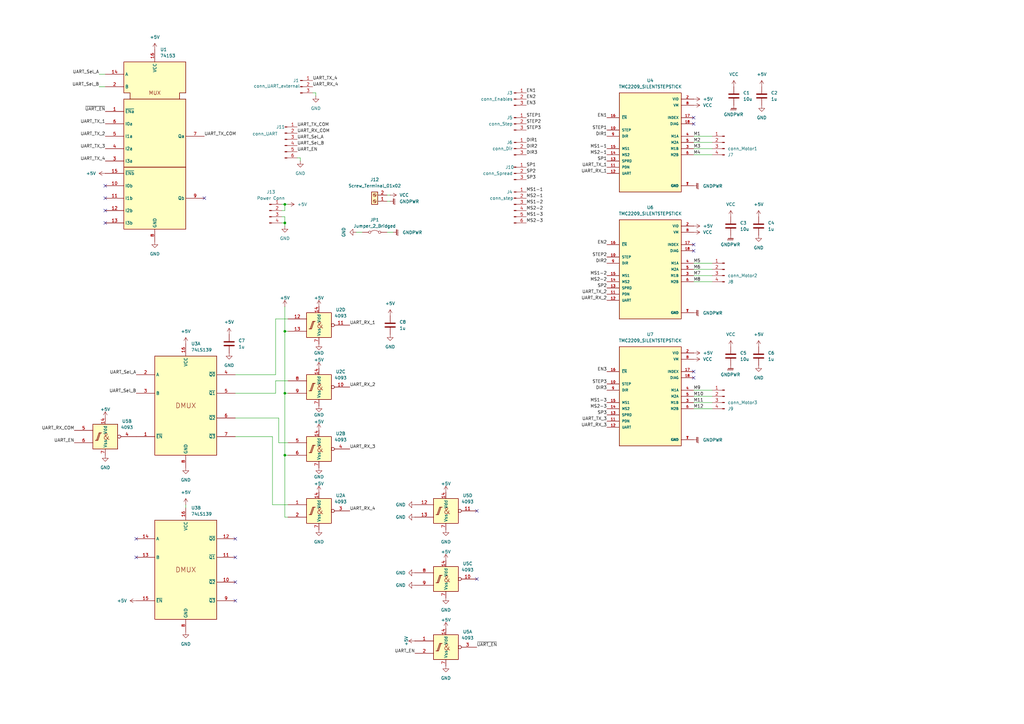
<source format=kicad_sch>
(kicad_sch
	(version 20231120)
	(generator "eeschema")
	(generator_version "8.0")
	(uuid "62e053a3-c71c-4565-bac2-1cd16be5996f")
	(paper "A3")
	(title_block
		(title "Motor Driver Breakout")
		(date "2024-07-31")
		(rev "v0.1")
		(comment 1 "Author: Alexander Wersching")
		(comment 3 "P-Seminar Robotic")
		(comment 4 "Project GoBot")
	)
	
	(junction
		(at 116.84 186.69)
		(diameter 0)
		(color 0 0 0 0)
		(uuid "1923e9d2-80da-47d2-9011-d9c7039732fc")
	)
	(junction
		(at 116.84 91.44)
		(diameter 0)
		(color 0 0 0 0)
		(uuid "2d320c27-bbf4-4bf6-be8d-55462c281775")
	)
	(junction
		(at 116.84 161.29)
		(diameter 0)
		(color 0 0 0 0)
		(uuid "60941d71-466e-47b6-8757-98e9c1c994c9")
	)
	(junction
		(at 116.84 135.89)
		(diameter 0)
		(color 0 0 0 0)
		(uuid "61364330-e5fa-4d49-a8a9-ba01d0b507da")
	)
	(junction
		(at 116.84 83.82)
		(diameter 0)
		(color 0 0 0 0)
		(uuid "83be9a24-e5ed-4269-a084-490373aea270")
	)
	(no_connect
		(at 195.58 237.49)
		(uuid "0df742c6-59e8-47ec-908c-2918d02db76b")
	)
	(no_connect
		(at 43.18 76.2)
		(uuid "1a861a39-3794-4998-98d2-c00d5df3b13a")
	)
	(no_connect
		(at 284.48 48.26)
		(uuid "21fed9f5-7953-4b6c-b37b-789681a9c1e1")
	)
	(no_connect
		(at 96.52 246.38)
		(uuid "2d8439f9-3e0d-46ee-bdeb-2fcedc259f43")
	)
	(no_connect
		(at 284.48 154.94)
		(uuid "2f8e9d3e-8026-4b48-bec9-98ff7bf55419")
	)
	(no_connect
		(at 284.48 50.8)
		(uuid "3642a6ae-5926-4b1c-ac32-d3808a075ed0")
	)
	(no_connect
		(at 43.18 86.36)
		(uuid "44cea7ae-54f6-4d30-9278-df213b11239c")
	)
	(no_connect
		(at 43.18 81.28)
		(uuid "4e048613-b3df-4e9f-916a-226e3535bf10")
	)
	(no_connect
		(at 55.88 228.6)
		(uuid "51bc9057-8bd0-46f5-ae98-c1ca3293ef16")
	)
	(no_connect
		(at 96.52 238.76)
		(uuid "5b25a951-ae03-4377-a251-eb1285537b60")
	)
	(no_connect
		(at 43.18 91.44)
		(uuid "61d7b958-e8cb-4b7e-b6b9-14206dd4230f")
	)
	(no_connect
		(at 96.52 228.6)
		(uuid "77ab466c-77e9-4f43-8185-3606a06b937f")
	)
	(no_connect
		(at 96.52 220.98)
		(uuid "a80e466d-bae3-47a2-8266-93892489c642")
	)
	(no_connect
		(at 195.58 209.55)
		(uuid "adb3aa2e-05a9-4903-8d97-283e11c443a4")
	)
	(no_connect
		(at 55.88 220.98)
		(uuid "b51561fd-97fb-475b-a6b4-4c9435744891")
	)
	(no_connect
		(at 284.48 152.4)
		(uuid "bda8607d-26a5-41df-95f1-07437ea101a2")
	)
	(no_connect
		(at 284.48 100.33)
		(uuid "d2d13f06-8c73-4a17-a437-9b3a741f8d83")
	)
	(no_connect
		(at 83.82 81.28)
		(uuid "d36c1267-95f0-4278-a466-ea416c3aa701")
	)
	(no_connect
		(at 284.48 102.87)
		(uuid "ee8fde58-f83f-46db-bbe9-a8cfa290dc6f")
	)
	(wire
		(pts
			(xy 128.27 38.1) (xy 129.54 38.1)
		)
		(stroke
			(width 0)
			(type default)
		)
		(uuid "03122a30-e206-4ed1-a788-b4ee3ebf493b")
	)
	(wire
		(pts
			(xy 284.48 165.1) (xy 292.1 165.1)
		)
		(stroke
			(width 0)
			(type default)
		)
		(uuid "04064418-6185-451c-9519-a5628dc98cc8")
	)
	(wire
		(pts
			(xy 116.84 88.9) (xy 116.84 91.44)
		)
		(stroke
			(width 0)
			(type default)
		)
		(uuid "0bf442b4-e275-4d88-ad8d-9546d9a0babe")
	)
	(wire
		(pts
			(xy 160.02 82.55) (xy 158.75 82.55)
		)
		(stroke
			(width 0)
			(type default)
		)
		(uuid "0e9094a9-f1e0-4f62-a6ac-3b9fbabb4b92")
	)
	(wire
		(pts
			(xy 116.84 135.89) (xy 116.84 161.29)
		)
		(stroke
			(width 0)
			(type default)
		)
		(uuid "10eb23fe-e57d-41d7-8798-935dc6d20677")
	)
	(wire
		(pts
			(xy 284.48 160.02) (xy 292.1 160.02)
		)
		(stroke
			(width 0)
			(type default)
		)
		(uuid "131518be-d7e6-49d8-a970-684c47a3a26c")
	)
	(wire
		(pts
			(xy 111.76 207.01) (xy 111.76 179.07)
		)
		(stroke
			(width 0)
			(type default)
		)
		(uuid "18e49b28-aa0f-497c-8c50-fa6d85c8632e")
	)
	(wire
		(pts
			(xy 116.84 135.89) (xy 118.11 135.89)
		)
		(stroke
			(width 0)
			(type default)
		)
		(uuid "1a0b9999-3a28-49f3-8b41-9ef2bf5db87a")
	)
	(wire
		(pts
			(xy 40.64 35.56) (xy 43.18 35.56)
		)
		(stroke
			(width 0)
			(type default)
		)
		(uuid "20e6715e-ffd1-41cc-891a-b252b8cebd3c")
	)
	(wire
		(pts
			(xy 115.57 86.36) (xy 116.84 86.36)
		)
		(stroke
			(width 0)
			(type default)
		)
		(uuid "21b751c0-9e37-40d4-adfa-9bd6bd69809a")
	)
	(wire
		(pts
			(xy 116.84 83.82) (xy 118.11 83.82)
		)
		(stroke
			(width 0)
			(type default)
		)
		(uuid "220730ac-4655-4b2e-ad16-dac8dbdedbd5")
	)
	(wire
		(pts
			(xy 116.84 83.82) (xy 116.84 86.36)
		)
		(stroke
			(width 0)
			(type default)
		)
		(uuid "2301ea98-a4d5-41b5-99c9-db39e08c1cc5")
	)
	(wire
		(pts
			(xy 284.48 63.5) (xy 292.1 63.5)
		)
		(stroke
			(width 0)
			(type default)
		)
		(uuid "2aba03ce-5cd6-4fa8-92bc-d4ff7a33187f")
	)
	(wire
		(pts
			(xy 113.03 156.21) (xy 113.03 161.29)
		)
		(stroke
			(width 0)
			(type default)
		)
		(uuid "31fe1d8d-61c5-42ed-bf10-64133f1934ac")
	)
	(wire
		(pts
			(xy 284.48 107.95) (xy 292.1 107.95)
		)
		(stroke
			(width 0)
			(type default)
		)
		(uuid "37a34180-8a88-4020-b85c-0240da931877")
	)
	(wire
		(pts
			(xy 111.76 179.07) (xy 96.52 179.07)
		)
		(stroke
			(width 0)
			(type default)
		)
		(uuid "39e802a9-e8d5-4cb1-a625-52b8d0d67779")
	)
	(wire
		(pts
			(xy 113.03 130.81) (xy 118.11 130.81)
		)
		(stroke
			(width 0)
			(type default)
		)
		(uuid "4037228f-5333-4bbe-93bb-67221b7bded7")
	)
	(wire
		(pts
			(xy 121.92 64.77) (xy 123.19 64.77)
		)
		(stroke
			(width 0)
			(type default)
		)
		(uuid "40ee26ef-08da-423a-9abd-a5711114b195")
	)
	(wire
		(pts
			(xy 116.84 186.69) (xy 118.11 186.69)
		)
		(stroke
			(width 0)
			(type default)
		)
		(uuid "4587aec0-55cd-4c0b-834e-de5f84a169af")
	)
	(wire
		(pts
			(xy 114.3 181.61) (xy 118.11 181.61)
		)
		(stroke
			(width 0)
			(type default)
		)
		(uuid "466b18d9-6131-4acc-91fe-138d0226f45a")
	)
	(wire
		(pts
			(xy 115.57 83.82) (xy 116.84 83.82)
		)
		(stroke
			(width 0)
			(type default)
		)
		(uuid "48438550-aecf-417a-9c7b-5720c74a01dc")
	)
	(wire
		(pts
			(xy 123.19 64.77) (xy 123.19 66.04)
		)
		(stroke
			(width 0)
			(type default)
		)
		(uuid "51843d4d-163d-4ed6-9a3d-7c80bcd8a6cf")
	)
	(wire
		(pts
			(xy 146.05 95.25) (xy 148.59 95.25)
		)
		(stroke
			(width 0)
			(type default)
		)
		(uuid "624efa8c-1b7b-426c-bad0-7b7d98183ac2")
	)
	(wire
		(pts
			(xy 129.54 38.1) (xy 129.54 39.37)
		)
		(stroke
			(width 0)
			(type default)
		)
		(uuid "64514a72-2253-4f8d-b395-edd60eccf97e")
	)
	(wire
		(pts
			(xy 115.57 88.9) (xy 116.84 88.9)
		)
		(stroke
			(width 0)
			(type default)
		)
		(uuid "65c5024f-305d-49dd-8cf7-2768c434d4c8")
	)
	(wire
		(pts
			(xy 116.84 186.69) (xy 116.84 212.09)
		)
		(stroke
			(width 0)
			(type default)
		)
		(uuid "6c6af9ec-473a-4ce0-8d34-8b476e9dec7b")
	)
	(wire
		(pts
			(xy 76.2 207.01) (xy 76.2 208.28)
		)
		(stroke
			(width 0)
			(type default)
		)
		(uuid "6f33737b-28bf-46d3-abbb-c6e515adff60")
	)
	(wire
		(pts
			(xy 284.48 115.57) (xy 292.1 115.57)
		)
		(stroke
			(width 0)
			(type default)
		)
		(uuid "7645ba07-f153-4712-88e9-cb74b5798262")
	)
	(wire
		(pts
			(xy 284.48 110.49) (xy 292.1 110.49)
		)
		(stroke
			(width 0)
			(type default)
		)
		(uuid "79759930-4d63-4897-9184-9d85e0d91469")
	)
	(wire
		(pts
			(xy 113.03 153.67) (xy 113.03 130.81)
		)
		(stroke
			(width 0)
			(type default)
		)
		(uuid "7b156f64-eb2b-4e49-90f9-171928e5602f")
	)
	(wire
		(pts
			(xy 118.11 161.29) (xy 116.84 161.29)
		)
		(stroke
			(width 0)
			(type default)
		)
		(uuid "82dc3483-2bf4-42c3-ad02-9d5a76841d14")
	)
	(wire
		(pts
			(xy 161.29 95.25) (xy 158.75 95.25)
		)
		(stroke
			(width 0)
			(type default)
		)
		(uuid "8b0ecbc4-546c-49db-9d9e-7ae8d2c7015e")
	)
	(wire
		(pts
			(xy 160.02 80.01) (xy 158.75 80.01)
		)
		(stroke
			(width 0)
			(type default)
		)
		(uuid "8f08f42c-9c01-4511-88eb-c461de3174aa")
	)
	(wire
		(pts
			(xy 96.52 153.67) (xy 113.03 153.67)
		)
		(stroke
			(width 0)
			(type default)
		)
		(uuid "94304037-cb12-4ae1-a0c7-f15996f86783")
	)
	(wire
		(pts
			(xy 115.57 91.44) (xy 116.84 91.44)
		)
		(stroke
			(width 0)
			(type default)
		)
		(uuid "94790a73-ac3a-4cc7-b0f3-c7276e254a28")
	)
	(wire
		(pts
			(xy 113.03 161.29) (xy 96.52 161.29)
		)
		(stroke
			(width 0)
			(type default)
		)
		(uuid "94bb2f9f-7edf-49ce-bf85-aec80ec9a4a6")
	)
	(wire
		(pts
			(xy 284.48 167.64) (xy 292.1 167.64)
		)
		(stroke
			(width 0)
			(type default)
		)
		(uuid "98659f7a-f5f9-4fd9-9a91-30ebe6465382")
	)
	(wire
		(pts
			(xy 284.48 58.42) (xy 292.1 58.42)
		)
		(stroke
			(width 0)
			(type default)
		)
		(uuid "a26beb03-f453-4044-99c1-ef655d195482")
	)
	(wire
		(pts
			(xy 40.64 30.48) (xy 43.18 30.48)
		)
		(stroke
			(width 0)
			(type default)
		)
		(uuid "ac8b56f0-6167-4b3f-9b77-1251eb16cd2d")
	)
	(wire
		(pts
			(xy 116.84 212.09) (xy 118.11 212.09)
		)
		(stroke
			(width 0)
			(type default)
		)
		(uuid "b207a024-1c86-47d4-8bd4-34dda163e992")
	)
	(wire
		(pts
			(xy 284.48 60.96) (xy 292.1 60.96)
		)
		(stroke
			(width 0)
			(type default)
		)
		(uuid "b7441828-b725-48ef-8212-30f2904aee8a")
	)
	(wire
		(pts
			(xy 284.48 55.88) (xy 292.1 55.88)
		)
		(stroke
			(width 0)
			(type default)
		)
		(uuid "b91c6f39-3ce0-4800-91bc-7a3b33235430")
	)
	(wire
		(pts
			(xy 116.84 92.71) (xy 116.84 91.44)
		)
		(stroke
			(width 0)
			(type default)
		)
		(uuid "c26897e3-eedf-4075-bfe3-0b42c8dbc1f9")
	)
	(wire
		(pts
			(xy 284.48 113.03) (xy 292.1 113.03)
		)
		(stroke
			(width 0)
			(type default)
		)
		(uuid "cc287485-d55b-45f2-93fd-0d4e82cf8f0c")
	)
	(wire
		(pts
			(xy 116.84 161.29) (xy 116.84 186.69)
		)
		(stroke
			(width 0)
			(type default)
		)
		(uuid "d086d358-b408-4f8e-ad4c-87ccb0239d8e")
	)
	(wire
		(pts
			(xy 96.52 171.45) (xy 114.3 171.45)
		)
		(stroke
			(width 0)
			(type default)
		)
		(uuid "dba6296a-0e97-4277-acb3-12d1fa7eeeb4")
	)
	(wire
		(pts
			(xy 118.11 156.21) (xy 113.03 156.21)
		)
		(stroke
			(width 0)
			(type default)
		)
		(uuid "e3bd5119-4e16-4413-b356-3a033b10ef12")
	)
	(wire
		(pts
			(xy 114.3 171.45) (xy 114.3 181.61)
		)
		(stroke
			(width 0)
			(type default)
		)
		(uuid "e8eeef40-a45f-4339-8bf1-612f38789bdb")
	)
	(wire
		(pts
			(xy 116.84 125.73) (xy 116.84 135.89)
		)
		(stroke
			(width 0)
			(type default)
		)
		(uuid "f809c72c-5119-40a1-b0fd-b8af5a60c878")
	)
	(wire
		(pts
			(xy 284.48 162.56) (xy 292.1 162.56)
		)
		(stroke
			(width 0)
			(type default)
		)
		(uuid "fca417ca-848b-434d-b200-d277acae3a9f")
	)
	(wire
		(pts
			(xy 118.11 207.01) (xy 111.76 207.01)
		)
		(stroke
			(width 0)
			(type default)
		)
		(uuid "fd311d7e-b02c-4658-b750-917541b66b9b")
	)
	(label "M12"
		(at 284.48 167.64 0)
		(fields_autoplaced yes)
		(effects
			(font
				(size 1.27 1.27)
			)
			(justify left bottom)
		)
		(uuid "00238de6-8d86-4bf6-aa47-e362b46f164f")
	)
	(label "UART_EN"
		(at 30.48 181.61 180)
		(fields_autoplaced yes)
		(effects
			(font
				(size 1.27 1.27)
			)
			(justify right bottom)
		)
		(uuid "0310201b-1708-4bea-8c66-cfd06187c2d9")
	)
	(label "UART_RX_2"
		(at 248.92 123.19 180)
		(fields_autoplaced yes)
		(effects
			(font
				(size 1.27 1.27)
			)
			(justify right bottom)
		)
		(uuid "04f5c7cd-b0d7-40f2-b661-21aa715f9431")
	)
	(label "STEP1"
		(at 248.92 53.34 180)
		(fields_autoplaced yes)
		(effects
			(font
				(size 1.27 1.27)
			)
			(justify right bottom)
		)
		(uuid "0a66b363-5614-4e1f-8fe1-5a80ebc9f07c")
	)
	(label "SP3"
		(at 248.92 170.18 180)
		(fields_autoplaced yes)
		(effects
			(font
				(size 1.27 1.27)
			)
			(justify right bottom)
		)
		(uuid "1372a351-47a4-4d1a-9c36-d150dc8fcc6e")
	)
	(label "UART_RX_2"
		(at 143.51 158.75 0)
		(fields_autoplaced yes)
		(effects
			(font
				(size 1.27 1.27)
			)
			(justify left bottom)
		)
		(uuid "178b1fd7-9da1-4c45-9e99-a4b60fbabc68")
	)
	(label "SP2"
		(at 215.9 71.12 0)
		(fields_autoplaced yes)
		(effects
			(font
				(size 1.27 1.27)
			)
			(justify left bottom)
		)
		(uuid "1ce97155-a0f3-41a0-ac90-c25f85d0a075")
	)
	(label "UART_Sel_B"
		(at 40.64 35.56 180)
		(fields_autoplaced yes)
		(effects
			(font
				(size 1.27 1.27)
			)
			(justify right bottom)
		)
		(uuid "226e1369-735a-4721-a9f4-eb5c3c52803e")
	)
	(label "EN3"
		(at 215.9 43.18 0)
		(fields_autoplaced yes)
		(effects
			(font
				(size 1.27 1.27)
			)
			(justify left bottom)
		)
		(uuid "23a1f569-a989-4350-ad77-0f6d17ae239d")
	)
	(label "UART_RX_3"
		(at 143.51 184.15 0)
		(fields_autoplaced yes)
		(effects
			(font
				(size 1.27 1.27)
			)
			(justify left bottom)
		)
		(uuid "2530d187-61e2-4466-8cbf-9ecda9acaad6")
	)
	(label "SP3"
		(at 215.9 73.66 0)
		(fields_autoplaced yes)
		(effects
			(font
				(size 1.27 1.27)
			)
			(justify left bottom)
		)
		(uuid "29b0cb07-bf94-4c17-bffc-d1b1ae860aa4")
	)
	(label "M5"
		(at 284.48 107.95 0)
		(fields_autoplaced yes)
		(effects
			(font
				(size 1.27 1.27)
			)
			(justify left bottom)
		)
		(uuid "378ffd62-54fb-4f38-81b7-6b6bb08045fe")
	)
	(label "UART_RX_4"
		(at 143.51 209.55 0)
		(fields_autoplaced yes)
		(effects
			(font
				(size 1.27 1.27)
			)
			(justify left bottom)
		)
		(uuid "399faef6-fad8-4cc0-9d11-f724f84285ef")
	)
	(label "UART_RX_COM"
		(at 121.92 54.61 0)
		(fields_autoplaced yes)
		(effects
			(font
				(size 1.27 1.27)
			)
			(justify left bottom)
		)
		(uuid "3c40e3f6-9c8c-4506-b63b-95cd0c3e1f63")
	)
	(label "UART_RX_3"
		(at 248.92 175.26 180)
		(fields_autoplaced yes)
		(effects
			(font
				(size 1.27 1.27)
			)
			(justify right bottom)
		)
		(uuid "3cc84af4-2a97-41c2-9acb-5debf1afaa12")
	)
	(label "MS1-3"
		(at 248.92 165.1 180)
		(fields_autoplaced yes)
		(effects
			(font
				(size 1.27 1.27)
			)
			(justify right bottom)
		)
		(uuid "3e0f5959-1758-4dc4-9fbc-2712a6d075c4")
	)
	(label "DIR3"
		(at 248.92 160.02 180)
		(fields_autoplaced yes)
		(effects
			(font
				(size 1.27 1.27)
			)
			(justify right bottom)
		)
		(uuid "3f461c00-4eb5-4031-9de9-0fd684bf5d93")
	)
	(label "EN1"
		(at 215.9 38.1 0)
		(fields_autoplaced yes)
		(effects
			(font
				(size 1.27 1.27)
			)
			(justify left bottom)
		)
		(uuid "3f52f96b-347c-4626-87bb-dda8eccf21d2")
	)
	(label "UART_TX_4"
		(at 43.18 66.04 180)
		(fields_autoplaced yes)
		(effects
			(font
				(size 1.27 1.27)
			)
			(justify right bottom)
		)
		(uuid "4318c7e8-2d9b-41f0-9e57-698f0d42920a")
	)
	(label "STEP3"
		(at 248.92 157.48 180)
		(fields_autoplaced yes)
		(effects
			(font
				(size 1.27 1.27)
			)
			(justify right bottom)
		)
		(uuid "43a17ac9-a27d-4f81-b6cf-b3bedb5699ca")
	)
	(label "EN1"
		(at 248.92 48.26 180)
		(fields_autoplaced yes)
		(effects
			(font
				(size 1.27 1.27)
			)
			(justify right bottom)
		)
		(uuid "47e618da-1692-4683-ba81-42841a2ee6ff")
	)
	(label "UART_TX_1"
		(at 248.92 68.58 180)
		(fields_autoplaced yes)
		(effects
			(font
				(size 1.27 1.27)
			)
			(justify right bottom)
		)
		(uuid "49ff9f26-cc37-42ec-bef0-d30fc9a405bc")
	)
	(label "MS2-3"
		(at 215.9 91.44 0)
		(fields_autoplaced yes)
		(effects
			(font
				(size 1.27 1.27)
			)
			(justify left bottom)
		)
		(uuid "4a85fc7f-6b2a-47cb-8f99-c744c72ae80d")
	)
	(label "M11"
		(at 284.48 165.1 0)
		(fields_autoplaced yes)
		(effects
			(font
				(size 1.27 1.27)
			)
			(justify left bottom)
		)
		(uuid "4d15a66a-cf6b-46e9-9a62-c5b88298c234")
	)
	(label "MS2-2"
		(at 248.92 115.57 180)
		(fields_autoplaced yes)
		(effects
			(font
				(size 1.27 1.27)
			)
			(justify right bottom)
		)
		(uuid "4ecc224d-753e-48a7-9716-24b148ade448")
	)
	(label "M9"
		(at 284.48 160.02 0)
		(fields_autoplaced yes)
		(effects
			(font
				(size 1.27 1.27)
			)
			(justify left bottom)
		)
		(uuid "537f4644-68e8-4444-bdfa-5c34aa703666")
	)
	(label "UART_Sel_A"
		(at 40.64 30.48 180)
		(fields_autoplaced yes)
		(effects
			(font
				(size 1.27 1.27)
			)
			(justify right bottom)
		)
		(uuid "5aee9ad6-75fc-4cb7-aeb1-4ec8a987dd4f")
	)
	(label "DIR2"
		(at 215.9 60.96 0)
		(fields_autoplaced yes)
		(effects
			(font
				(size 1.27 1.27)
			)
			(justify left bottom)
		)
		(uuid "5cf7653c-d788-47a9-9504-2d0cbc5dba2c")
	)
	(label "M6"
		(at 284.48 110.49 0)
		(fields_autoplaced yes)
		(effects
			(font
				(size 1.27 1.27)
			)
			(justify left bottom)
		)
		(uuid "648f3b3d-0ac2-413c-894d-38139bce267d")
	)
	(label "UART_TX_1"
		(at 43.18 50.8 180)
		(fields_autoplaced yes)
		(effects
			(font
				(size 1.27 1.27)
			)
			(justify right bottom)
		)
		(uuid "67d4e591-505b-49de-969e-4007cd36ff2d")
	)
	(label "MS1-1"
		(at 215.9 78.74 0)
		(fields_autoplaced yes)
		(effects
			(font
				(size 1.27 1.27)
			)
			(justify left bottom)
		)
		(uuid "67ec7bc8-ccf5-4b1f-bfeb-6cb4b5ae818e")
	)
	(label "EN2"
		(at 248.92 100.33 180)
		(fields_autoplaced yes)
		(effects
			(font
				(size 1.27 1.27)
			)
			(justify right bottom)
		)
		(uuid "68da44a7-3208-41a2-9900-057ab06d83db")
	)
	(label "EN3"
		(at 248.92 152.4 180)
		(fields_autoplaced yes)
		(effects
			(font
				(size 1.27 1.27)
			)
			(justify right bottom)
		)
		(uuid "6c9cb90f-50d5-4826-9156-d6dd87ecb713")
	)
	(label "DIR1"
		(at 248.92 55.88 180)
		(fields_autoplaced yes)
		(effects
			(font
				(size 1.27 1.27)
			)
			(justify right bottom)
		)
		(uuid "6f443b1a-38f7-406a-9da7-d78976820661")
	)
	(label "M8"
		(at 284.48 115.57 0)
		(fields_autoplaced yes)
		(effects
			(font
				(size 1.27 1.27)
			)
			(justify left bottom)
		)
		(uuid "70c1b729-73b5-4874-8bd7-a98477b6c64a")
	)
	(label "M10"
		(at 284.48 162.56 0)
		(fields_autoplaced yes)
		(effects
			(font
				(size 1.27 1.27)
			)
			(justify left bottom)
		)
		(uuid "73336fb7-4d21-435c-84d4-7c57e27eb395")
	)
	(label "UART_RX_1"
		(at 143.51 133.35 0)
		(fields_autoplaced yes)
		(effects
			(font
				(size 1.27 1.27)
			)
			(justify left bottom)
		)
		(uuid "73b3110b-ba40-4ed9-b2da-8b066164cfba")
	)
	(label "STEP1"
		(at 215.9 48.26 0)
		(fields_autoplaced yes)
		(effects
			(font
				(size 1.27 1.27)
			)
			(justify left bottom)
		)
		(uuid "782294a0-761d-4740-b264-870a6e5c3eb4")
	)
	(label "DIR3"
		(at 215.9 63.5 0)
		(fields_autoplaced yes)
		(effects
			(font
				(size 1.27 1.27)
			)
			(justify left bottom)
		)
		(uuid "78c88edd-eaaf-4c35-a783-9a0c08c5ee4e")
	)
	(label "MS1-2"
		(at 215.9 83.82 0)
		(fields_autoplaced yes)
		(effects
			(font
				(size 1.27 1.27)
			)
			(justify left bottom)
		)
		(uuid "7ba771b8-74d8-4905-96fe-efc3a146eda3")
	)
	(label "MS1-3"
		(at 215.9 88.9 0)
		(fields_autoplaced yes)
		(effects
			(font
				(size 1.27 1.27)
			)
			(justify left bottom)
		)
		(uuid "7c26db3b-e6ec-45c3-b0d4-1075838f13a6")
	)
	(label "M2"
		(at 284.48 58.42 0)
		(fields_autoplaced yes)
		(effects
			(font
				(size 1.27 1.27)
			)
			(justify left bottom)
		)
		(uuid "7cef96b8-7ea0-438c-af6c-1392eaa3361c")
	)
	(label "UART_Sel_B"
		(at 121.92 59.69 0)
		(fields_autoplaced yes)
		(effects
			(font
				(size 1.27 1.27)
			)
			(justify left bottom)
		)
		(uuid "870bd592-cac4-4d0b-af01-b63e5dfe3693")
	)
	(label "SP1"
		(at 248.92 66.04 180)
		(fields_autoplaced yes)
		(effects
			(font
				(size 1.27 1.27)
			)
			(justify right bottom)
		)
		(uuid "8a268f2a-176b-4a88-a3d8-016c0fd1c1cf")
	)
	(label "MS1-1"
		(at 248.92 60.96 180)
		(fields_autoplaced yes)
		(effects
			(font
				(size 1.27 1.27)
			)
			(justify right bottom)
		)
		(uuid "93f8f890-a1bb-4603-8e3b-c40d0c6af985")
	)
	(label "UART_TX_COM"
		(at 83.82 55.88 0)
		(fields_autoplaced yes)
		(effects
			(font
				(size 1.27 1.27)
			)
			(justify left bottom)
		)
		(uuid "98c95dad-c755-486b-b17c-c7f5ce502e5d")
	)
	(label "MS2-1"
		(at 248.92 63.5 180)
		(fields_autoplaced yes)
		(effects
			(font
				(size 1.27 1.27)
			)
			(justify right bottom)
		)
		(uuid "9afa4166-7487-44ca-b72c-aea375380d6a")
	)
	(label "DIR1"
		(at 215.9 58.42 0)
		(fields_autoplaced yes)
		(effects
			(font
				(size 1.27 1.27)
			)
			(justify left bottom)
		)
		(uuid "9e7263a1-535a-4283-a019-3bac7a6638dd")
	)
	(label "UART_TX_2"
		(at 43.18 55.88 180)
		(fields_autoplaced yes)
		(effects
			(font
				(size 1.27 1.27)
			)
			(justify right bottom)
		)
		(uuid "a1864f70-391a-4292-9dd4-c5bce6082d20")
	)
	(label "STEP2"
		(at 248.92 105.41 180)
		(fields_autoplaced yes)
		(effects
			(font
				(size 1.27 1.27)
			)
			(justify right bottom)
		)
		(uuid "ad68f05d-b695-4304-8be3-1594a6515949")
	)
	(label "SP2"
		(at 248.92 118.11 180)
		(fields_autoplaced yes)
		(effects
			(font
				(size 1.27 1.27)
			)
			(justify right bottom)
		)
		(uuid "ad9aa088-7329-4c8e-a3cf-26d72aa5a6c2")
	)
	(label "UART_TX_3"
		(at 43.18 60.96 180)
		(fields_autoplaced yes)
		(effects
			(font
				(size 1.27 1.27)
			)
			(justify right bottom)
		)
		(uuid "afdad989-ce2f-427c-8dc3-eb19c09748a6")
	)
	(label "UART_TX_COM"
		(at 121.92 52.07 0)
		(fields_autoplaced yes)
		(effects
			(font
				(size 1.27 1.27)
			)
			(justify left bottom)
		)
		(uuid "b17d8fb1-9b68-4ab9-bad4-b41f665726f0")
	)
	(label "~{UART_EN}"
		(at 43.18 45.72 180)
		(fields_autoplaced yes)
		(effects
			(font
				(size 1.27 1.27)
			)
			(justify right bottom)
		)
		(uuid "b4cea7af-bd40-4c5b-a68d-8c48824bd22d")
	)
	(label "UART_TX_3"
		(at 248.92 172.72 180)
		(fields_autoplaced yes)
		(effects
			(font
				(size 1.27 1.27)
			)
			(justify right bottom)
		)
		(uuid "b9c513b8-c235-4010-9925-d1a5b2afe13e")
	)
	(label "STEP2"
		(at 215.9 50.8 0)
		(fields_autoplaced yes)
		(effects
			(font
				(size 1.27 1.27)
			)
			(justify left bottom)
		)
		(uuid "bdd7880c-b9eb-4ac8-adee-aae6c6c792f2")
	)
	(label "M4"
		(at 284.48 63.5 0)
		(fields_autoplaced yes)
		(effects
			(font
				(size 1.27 1.27)
			)
			(justify left bottom)
		)
		(uuid "be7c76aa-56a5-42b3-8e06-e55b66ff9e0a")
	)
	(label "UART_RX_4"
		(at 128.27 35.56 0)
		(fields_autoplaced yes)
		(effects
			(font
				(size 1.27 1.27)
			)
			(justify left bottom)
		)
		(uuid "c0c66c27-37d0-46c0-ae83-8b139e0867eb")
	)
	(label "SP1"
		(at 215.9 68.58 0)
		(fields_autoplaced yes)
		(effects
			(font
				(size 1.27 1.27)
			)
			(justify left bottom)
		)
		(uuid "c432ef81-0a39-411f-a5c8-76de1180f61d")
	)
	(label "UART_EN"
		(at 170.18 267.97 180)
		(fields_autoplaced yes)
		(effects
			(font
				(size 1.27 1.27)
			)
			(justify right bottom)
		)
		(uuid "c564e447-d2af-44ef-9438-e1dc53b3d8da")
	)
	(label "UART_TX_2"
		(at 248.92 120.65 180)
		(fields_autoplaced yes)
		(effects
			(font
				(size 1.27 1.27)
			)
			(justify right bottom)
		)
		(uuid "c77bf78f-f605-43c8-9897-115f92e9ebdc")
	)
	(label "MS1-2"
		(at 248.92 113.03 180)
		(fields_autoplaced yes)
		(effects
			(font
				(size 1.27 1.27)
			)
			(justify right bottom)
		)
		(uuid "c796505c-39a1-4577-a486-c1960b681cee")
	)
	(label "EN2"
		(at 215.9 40.64 0)
		(fields_autoplaced yes)
		(effects
			(font
				(size 1.27 1.27)
			)
			(justify left bottom)
		)
		(uuid "cde2cb14-0552-41b9-b6f6-642a5e2cd11a")
	)
	(label "M3"
		(at 284.48 60.96 0)
		(fields_autoplaced yes)
		(effects
			(font
				(size 1.27 1.27)
			)
			(justify left bottom)
		)
		(uuid "d1082b94-6916-4f6f-9c1c-9d79a1309413")
	)
	(label "UART_RX_COM"
		(at 30.48 176.53 180)
		(fields_autoplaced yes)
		(effects
			(font
				(size 1.27 1.27)
			)
			(justify right bottom)
		)
		(uuid "d1834505-5c1e-42c8-bda7-09be1519d885")
	)
	(label "~{UART_EN}"
		(at 195.58 265.43 0)
		(fields_autoplaced yes)
		(effects
			(font
				(size 1.27 1.27)
			)
			(justify left bottom)
		)
		(uuid "d3b18885-4db0-444e-a5ec-dcdc154bf581")
	)
	(label "UART_Sel_B"
		(at 55.88 161.29 180)
		(fields_autoplaced yes)
		(effects
			(font
				(size 1.27 1.27)
			)
			(justify right bottom)
		)
		(uuid "d6b43b79-9ef6-4dd1-903c-2ebdb0345f44")
	)
	(label "UART_Sel_A"
		(at 121.92 57.15 0)
		(fields_autoplaced yes)
		(effects
			(font
				(size 1.27 1.27)
			)
			(justify left bottom)
		)
		(uuid "db480a00-92c4-4e40-b363-158bf580b90f")
	)
	(label "UART_TX_4"
		(at 128.27 33.02 0)
		(fields_autoplaced yes)
		(effects
			(font
				(size 1.27 1.27)
			)
			(justify left bottom)
		)
		(uuid "de2df324-c269-489e-b870-0b7eec053e62")
	)
	(label "UART_RX_1"
		(at 248.92 71.12 180)
		(fields_autoplaced yes)
		(effects
			(font
				(size 1.27 1.27)
			)
			(justify right bottom)
		)
		(uuid "df19d879-846c-4a9f-9f20-500eec245975")
	)
	(label "UART_Sel_A"
		(at 55.88 153.67 180)
		(fields_autoplaced yes)
		(effects
			(font
				(size 1.27 1.27)
			)
			(justify right bottom)
		)
		(uuid "dff898a8-15ac-47dc-99bc-cc9844fb1649")
	)
	(label "M7"
		(at 284.48 113.03 0)
		(fields_autoplaced yes)
		(effects
			(font
				(size 1.27 1.27)
			)
			(justify left bottom)
		)
		(uuid "e08f8779-da9d-4525-bd2f-6e8308f9c846")
	)
	(label "STEP3"
		(at 215.9 53.34 0)
		(fields_autoplaced yes)
		(effects
			(font
				(size 1.27 1.27)
			)
			(justify left bottom)
		)
		(uuid "e34241a8-a619-4404-83ae-fc2906de2c11")
	)
	(label "M1"
		(at 284.48 55.88 0)
		(fields_autoplaced yes)
		(effects
			(font
				(size 1.27 1.27)
			)
			(justify left bottom)
		)
		(uuid "e4b30296-7187-4ce7-9862-375eab786468")
	)
	(label "MS2-3"
		(at 248.92 167.64 180)
		(fields_autoplaced yes)
		(effects
			(font
				(size 1.27 1.27)
			)
			(justify right bottom)
		)
		(uuid "e4ce80f4-5625-4150-adc7-751f2fab06e7")
	)
	(label "MS2-1"
		(at 215.9 81.28 0)
		(fields_autoplaced yes)
		(effects
			(font
				(size 1.27 1.27)
			)
			(justify left bottom)
		)
		(uuid "e93436cc-146d-4b89-99ff-a973a4d7d6ea")
	)
	(label "MS2-2"
		(at 215.9 86.36 0)
		(fields_autoplaced yes)
		(effects
			(font
				(size 1.27 1.27)
			)
			(justify left bottom)
		)
		(uuid "ea090e91-a361-45bd-abab-de53f9c95f76")
	)
	(label "UART_EN"
		(at 121.92 62.23 0)
		(fields_autoplaced yes)
		(effects
			(font
				(size 1.27 1.27)
			)
			(justify left bottom)
		)
		(uuid "ec77aa8d-729d-4a63-a695-77bf314e618a")
	)
	(label "DIR2"
		(at 248.92 107.95 180)
		(fields_autoplaced yes)
		(effects
			(font
				(size 1.27 1.27)
			)
			(justify right bottom)
		)
		(uuid "ffda9b3b-f45d-4838-959a-aba6eee34ec6")
	)
	(symbol
		(lib_id "74xx_IEEE:74LS139")
		(at 76.2 233.68 0)
		(unit 2)
		(exclude_from_sim no)
		(in_bom yes)
		(on_board yes)
		(dnp no)
		(fields_autoplaced yes)
		(uuid "0389d293-b1c5-4777-8562-caf2c839b784")
		(property "Reference" "U3"
			(at 78.3941 208.28 0)
			(effects
				(font
					(size 1.27 1.27)
				)
				(justify left)
			)
		)
		(property "Value" "74LS139"
			(at 78.3941 210.82 0)
			(effects
				(font
					(size 1.27 1.27)
				)
				(justify left)
			)
		)
		(property "Footprint" "Package_DIP:DIP-16_W7.62mm_Socket"
			(at 76.2 233.68 0)
			(effects
				(font
					(size 1.27 1.27)
				)
				(hide yes)
			)
		)
		(property "Datasheet" "http://www.ti.com/lit/ds/symlink/sn74ls139a.pdf"
			(at 76.2 233.68 0)
			(effects
				(font
					(size 1.27 1.27)
				)
				(hide yes)
			)
		)
		(property "Description" "Dual Decoder 1 of 4, Active low outputs"
			(at 76.2 233.68 0)
			(effects
				(font
					(size 1.27 1.27)
				)
				(hide yes)
			)
		)
		(pin "9"
			(uuid "6ddf4c97-5a24-43be-b86d-86c2ffff3551")
		)
		(pin "2"
			(uuid "89e87849-a270-47e3-a4e3-5b7ef3362bee")
		)
		(pin "1"
			(uuid "abef3a81-79cb-4113-8da3-14d13020a498")
		)
		(pin "4"
			(uuid "7ae6f291-2e3d-4c76-a00b-83eb093df205")
		)
		(pin "12"
			(uuid "8357b9c5-a99f-4139-a7c7-14e67ef472d8")
		)
		(pin "5"
			(uuid "37170a42-f4db-4d12-b15d-96243aa43d28")
		)
		(pin "3"
			(uuid "8b6a7977-9963-46cc-943b-0b3e87611506")
		)
		(pin "8"
			(uuid "ef77064a-031c-49d7-bb34-34b66eff5b49")
		)
		(pin "16"
			(uuid "252da547-6a5c-4081-b291-a3854e3632d3")
		)
		(pin "11"
			(uuid "9a3601f1-228d-447a-9a02-6398bcfb67ff")
		)
		(pin "10"
			(uuid "5c67f308-65ab-498f-a6f9-d05b4666250e")
		)
		(pin "7"
			(uuid "722b1c38-82ef-4a28-bb5c-621a345c9f74")
		)
		(pin "6"
			(uuid "2de5ded2-58c4-4327-b766-4b0c50b43433")
		)
		(pin "15"
			(uuid "09f3893d-3854-473e-8c87-692e3ec7faf1")
		)
		(pin "13"
			(uuid "266a5265-52ff-4d7e-a085-dd198f3a2f15")
		)
		(pin "14"
			(uuid "2f1f581e-944d-469b-8a8f-25605727eb1c")
		)
		(instances
			(project ""
				(path "/62e053a3-c71c-4565-bac2-1cd16be5996f"
					(reference "U3")
					(unit 2)
				)
			)
		)
	)
	(symbol
		(lib_id "power:+5V")
		(at 43.18 71.12 90)
		(unit 1)
		(exclude_from_sim no)
		(in_bom yes)
		(on_board yes)
		(dnp no)
		(fields_autoplaced yes)
		(uuid "08ee505b-33d9-42a8-a79e-27ae87531e59")
		(property "Reference" "#PWR022"
			(at 46.99 71.12 0)
			(effects
				(font
					(size 1.27 1.27)
				)
				(hide yes)
			)
		)
		(property "Value" "+5V"
			(at 39.37 71.1199 90)
			(effects
				(font
					(size 1.27 1.27)
				)
				(justify left)
			)
		)
		(property "Footprint" ""
			(at 43.18 71.12 0)
			(effects
				(font
					(size 1.27 1.27)
				)
				(hide yes)
			)
		)
		(property "Datasheet" ""
			(at 43.18 71.12 0)
			(effects
				(font
					(size 1.27 1.27)
				)
				(hide yes)
			)
		)
		(property "Description" "Power symbol creates a global label with name \"+5V\""
			(at 43.18 71.12 0)
			(effects
				(font
					(size 1.27 1.27)
				)
				(hide yes)
			)
		)
		(pin "1"
			(uuid "6cfd0dff-17fc-47cd-9f22-b82600520857")
		)
		(instances
			(project "motor-driver-breakout"
				(path "/62e053a3-c71c-4565-bac2-1cd16be5996f"
					(reference "#PWR022")
					(unit 1)
				)
			)
		)
	)
	(symbol
		(lib_id "power:+5V")
		(at 43.18 171.45 0)
		(unit 1)
		(exclude_from_sim no)
		(in_bom yes)
		(on_board yes)
		(dnp no)
		(uuid "1232dd72-364e-4466-9f51-f578e8b8f90a")
		(property "Reference" "#PWR08"
			(at 43.18 175.26 0)
			(effects
				(font
					(size 1.27 1.27)
				)
				(hide yes)
			)
		)
		(property "Value" "+5V"
			(at 43.18 167.894 0)
			(effects
				(font
					(size 1.27 1.27)
				)
			)
		)
		(property "Footprint" ""
			(at 43.18 171.45 0)
			(effects
				(font
					(size 1.27 1.27)
				)
				(hide yes)
			)
		)
		(property "Datasheet" ""
			(at 43.18 171.45 0)
			(effects
				(font
					(size 1.27 1.27)
				)
				(hide yes)
			)
		)
		(property "Description" "Power symbol creates a global label with name \"+5V\""
			(at 43.18 171.45 0)
			(effects
				(font
					(size 1.27 1.27)
				)
				(hide yes)
			)
		)
		(pin "1"
			(uuid "4c67dcec-2541-4198-80be-aba6063b48bb")
		)
		(instances
			(project ""
				(path "/62e053a3-c71c-4565-bac2-1cd16be5996f"
					(reference "#PWR08")
					(unit 1)
				)
			)
		)
	)
	(symbol
		(lib_id "TMC2209:TMC2209_SILENTSTEPSTICK")
		(at 266.7 58.42 0)
		(unit 1)
		(exclude_from_sim no)
		(in_bom yes)
		(on_board yes)
		(dnp no)
		(fields_autoplaced yes)
		(uuid "12e8a525-0d5d-49a5-b2c3-e3482537d14b")
		(property "Reference" "U4"
			(at 266.7 33.02 0)
			(effects
				(font
					(size 1.27 1.27)
				)
			)
		)
		(property "Value" "TMC2209_SILENTSTEPSTICK"
			(at 266.7 35.56 0)
			(effects
				(font
					(size 1.27 1.27)
				)
			)
		)
		(property "Footprint" "TMC2209:MODULE_TMC2209_SILENTSTEPSTICK"
			(at 266.7 58.42 0)
			(effects
				(font
					(size 1.27 1.27)
				)
				(justify bottom)
				(hide yes)
			)
		)
		(property "Datasheet" ""
			(at 266.7 58.42 0)
			(effects
				(font
					(size 1.27 1.27)
				)
				(hide yes)
			)
		)
		(property "Description" ""
			(at 266.7 58.42 0)
			(effects
				(font
					(size 1.27 1.27)
				)
				(hide yes)
			)
		)
		(property "MF" "Trinamic Motion Control GmbH"
			(at 266.7 58.42 0)
			(effects
				(font
					(size 1.27 1.27)
				)
				(justify bottom)
				(hide yes)
			)
		)
		(property "Description_1" "\nTMC2209 Motor Controller/Driver Power Management Evaluation Board\n"
			(at 266.7 58.42 0)
			(effects
				(font
					(size 1.27 1.27)
				)
				(justify bottom)
				(hide yes)
			)
		)
		(property "Package" "None"
			(at 266.7 58.42 0)
			(effects
				(font
					(size 1.27 1.27)
				)
				(justify bottom)
				(hide yes)
			)
		)
		(property "Price" "None"
			(at 266.7 58.42 0)
			(effects
				(font
					(size 1.27 1.27)
				)
				(justify bottom)
				(hide yes)
			)
		)
		(property "Check_prices" "https://www.snapeda.com/parts/TMC2209%20SILENTSTEPSTICK/Trinamic+Motion+Control+GmbH/view-part/?ref=eda"
			(at 266.7 58.42 0)
			(effects
				(font
					(size 1.27 1.27)
				)
				(justify bottom)
				(hide yes)
			)
		)
		(property "STANDARD" "Manufacturer Recommendations"
			(at 266.7 58.42 0)
			(effects
				(font
					(size 1.27 1.27)
				)
				(justify bottom)
				(hide yes)
			)
		)
		(property "PARTREV" "1.20"
			(at 266.7 58.42 0)
			(effects
				(font
					(size 1.27 1.27)
				)
				(justify bottom)
				(hide yes)
			)
		)
		(property "SnapEDA_Link" "https://www.snapeda.com/parts/TMC2209%20SILENTSTEPSTICK/Trinamic+Motion+Control+GmbH/view-part/?ref=snap"
			(at 266.7 58.42 0)
			(effects
				(font
					(size 1.27 1.27)
				)
				(justify bottom)
				(hide yes)
			)
		)
		(property "MP" "TMC2209 SILENTSTEPSTICK"
			(at 266.7 58.42 0)
			(effects
				(font
					(size 1.27 1.27)
				)
				(justify bottom)
				(hide yes)
			)
		)
		(property "MANUFACTURER" "Trinamic Motion Control GmbH"
			(at 266.7 58.42 0)
			(effects
				(font
					(size 1.27 1.27)
				)
				(justify bottom)
				(hide yes)
			)
		)
		(property "Availability" "In Stock"
			(at 266.7 58.42 0)
			(effects
				(font
					(size 1.27 1.27)
				)
				(justify bottom)
				(hide yes)
			)
		)
		(property "SNAPEDA_PN" "TMC2209 SILENTSTEPSTICK"
			(at 266.7 58.42 0)
			(effects
				(font
					(size 1.27 1.27)
				)
				(justify bottom)
				(hide yes)
			)
		)
		(pin "9"
			(uuid "66ffdc1e-5fa5-4602-a9e6-a4fdd17696e3")
		)
		(pin "6"
			(uuid "05fff5dd-2ef7-4f40-8faf-3c9ebc64d2d2")
		)
		(pin "4"
			(uuid "e387b93e-5071-4ca6-b2db-0889d093bb2c")
		)
		(pin "8"
			(uuid "93a5eb12-c821-4cac-8ebc-6aac4c18a55b")
		)
		(pin "14"
			(uuid "fe45cfc6-e541-4856-a087-b18aa59d2feb")
		)
		(pin "17"
			(uuid "18444e69-5141-4e51-8450-7443446e9b7e")
		)
		(pin "13"
			(uuid "8e8c072d-7e9d-418c-baf1-4b131f95742b")
		)
		(pin "7"
			(uuid "09fdbef9-50cc-4216-960d-342f2acc623d")
		)
		(pin "1"
			(uuid "a8013667-cbf8-45a4-94ea-28ed2c42e3b5")
		)
		(pin "12"
			(uuid "f84636ac-9e6f-48b5-afab-4e1662b79fb6")
		)
		(pin "16"
			(uuid "c7bd4c83-c218-48a0-ad59-ea896ea625e5")
		)
		(pin "10"
			(uuid "dc70619f-5612-41ae-90dc-944e91c2da27")
		)
		(pin "11"
			(uuid "034d959a-cd8a-4e31-8245-1ecf68cbefcd")
		)
		(pin "15"
			(uuid "94254b9c-670a-4a2b-ba64-e43bf78aa88b")
		)
		(pin "3"
			(uuid "be05eb33-551c-4186-b5c6-da32f3c663b4")
		)
		(pin "5"
			(uuid "9a874b50-5ac5-4348-a8e2-91a7a0546d5b")
		)
		(pin "2"
			(uuid "c832f005-0dd3-4340-931f-0428cb26cabd")
		)
		(pin "18"
			(uuid "1a634cd0-6278-4c40-887a-be843d367ad9")
		)
		(instances
			(project ""
				(path "/62e053a3-c71c-4565-bac2-1cd16be5996f"
					(reference "U4")
					(unit 1)
				)
			)
		)
	)
	(symbol
		(lib_id "4xxx_IEEE:4093")
		(at 130.81 184.15 0)
		(unit 2)
		(exclude_from_sim no)
		(in_bom yes)
		(on_board yes)
		(dnp no)
		(fields_autoplaced yes)
		(uuid "163c48a3-8ae4-4308-9e9c-805c17d94016")
		(property "Reference" "U2"
			(at 139.7 177.8314 0)
			(effects
				(font
					(size 1.27 1.27)
				)
			)
		)
		(property "Value" "4093"
			(at 139.7 180.3714 0)
			(effects
				(font
					(size 1.27 1.27)
				)
			)
		)
		(property "Footprint" "Package_DIP:DIP-14_W7.62mm_Socket"
			(at 130.81 184.15 0)
			(effects
				(font
					(size 1.27 1.27)
				)
				(hide yes)
			)
		)
		(property "Datasheet" ""
			(at 130.81 184.15 0)
			(effects
				(font
					(size 1.27 1.27)
				)
				(hide yes)
			)
		)
		(property "Description" ""
			(at 130.81 184.15 0)
			(effects
				(font
					(size 1.27 1.27)
				)
				(hide yes)
			)
		)
		(pin "13"
			(uuid "82a4f08d-90fa-449e-8f49-1759152c4389")
		)
		(pin "11"
			(uuid "b10e2fca-b64e-44fd-903f-10351eb4c4e2")
		)
		(pin "7"
			(uuid "d1e25c0d-d12d-491e-a449-678ccaf5f3f5")
		)
		(pin "5"
			(uuid "57779327-4ead-45a9-9b21-9b4175636dbd")
		)
		(pin "2"
			(uuid "81c42b3d-c2cd-455d-87b3-bb1d7fbb759c")
		)
		(pin "6"
			(uuid "0f777094-4bae-4c92-854c-545b7b99f274")
		)
		(pin "3"
			(uuid "0f5075a1-0253-48a7-8709-4d796f1cc6c9")
		)
		(pin "1"
			(uuid "68bba161-1385-4972-8cda-23f37f49a525")
		)
		(pin "10"
			(uuid "6615e1a5-b633-44ca-962c-8c360afdb38e")
		)
		(pin "8"
			(uuid "a2840d7e-164b-4b08-9bd4-7e4d9ef39018")
		)
		(pin "14"
			(uuid "629b4e2f-b045-4abf-b3c1-a62127424104")
		)
		(pin "9"
			(uuid "cdb22210-d6f2-4fdc-9ce3-71adb2b182e9")
		)
		(pin "12"
			(uuid "f795e5e3-1dc0-49b4-b4f4-30a1d33c53a4")
		)
		(pin "4"
			(uuid "0f1a56b7-011f-466b-b09d-4cc828313853")
		)
		(instances
			(project "motor-driver-breakout"
				(path "/62e053a3-c71c-4565-bac2-1cd16be5996f"
					(reference "U2")
					(unit 2)
				)
			)
		)
	)
	(symbol
		(lib_id "power:VCC")
		(at 299.72 88.9 0)
		(unit 1)
		(exclude_from_sim no)
		(in_bom yes)
		(on_board yes)
		(dnp no)
		(fields_autoplaced yes)
		(uuid "16987569-35fd-4b89-8e39-d35c9fe49090")
		(property "Reference" "#PWR041"
			(at 299.72 92.71 0)
			(effects
				(font
					(size 1.27 1.27)
				)
				(hide yes)
			)
		)
		(property "Value" "VCC"
			(at 299.72 83.82 0)
			(effects
				(font
					(size 1.27 1.27)
				)
			)
		)
		(property "Footprint" ""
			(at 299.72 88.9 0)
			(effects
				(font
					(size 1.27 1.27)
				)
				(hide yes)
			)
		)
		(property "Datasheet" ""
			(at 299.72 88.9 0)
			(effects
				(font
					(size 1.27 1.27)
				)
				(hide yes)
			)
		)
		(property "Description" "Power symbol creates a global label with name \"VCC\""
			(at 299.72 88.9 0)
			(effects
				(font
					(size 1.27 1.27)
				)
				(hide yes)
			)
		)
		(pin "1"
			(uuid "5a1daa26-a2b7-457f-8f5e-e9535b5b570d")
		)
		(instances
			(project "motor-driver-breakout"
				(path "/62e053a3-c71c-4565-bac2-1cd16be5996f"
					(reference "#PWR041")
					(unit 1)
				)
			)
		)
	)
	(symbol
		(lib_id "power:GNDPWR")
		(at 299.72 149.86 0)
		(unit 1)
		(exclude_from_sim no)
		(in_bom yes)
		(on_board yes)
		(dnp no)
		(fields_autoplaced yes)
		(uuid "1bfbf4b6-f323-4bfc-bfcd-cded445a4662")
		(property "Reference" "#PWR040"
			(at 299.72 154.94 0)
			(effects
				(font
					(size 1.27 1.27)
				)
				(hide yes)
			)
		)
		(property "Value" "GNDPWR"
			(at 299.593 153.67 0)
			(effects
				(font
					(size 1.27 1.27)
				)
			)
		)
		(property "Footprint" ""
			(at 299.72 151.13 0)
			(effects
				(font
					(size 1.27 1.27)
				)
				(hide yes)
			)
		)
		(property "Datasheet" ""
			(at 299.72 151.13 0)
			(effects
				(font
					(size 1.27 1.27)
				)
				(hide yes)
			)
		)
		(property "Description" "Power symbol creates a global label with name \"GNDPWR\" , global ground"
			(at 299.72 149.86 0)
			(effects
				(font
					(size 1.27 1.27)
				)
				(hide yes)
			)
		)
		(pin "1"
			(uuid "1aabb3b3-7cb2-4a73-84d0-5e977a507ee1")
		)
		(instances
			(project "motor-driver-breakout"
				(path "/62e053a3-c71c-4565-bac2-1cd16be5996f"
					(reference "#PWR040")
					(unit 1)
				)
			)
		)
	)
	(symbol
		(lib_id "power:GND")
		(at 170.18 240.03 270)
		(unit 1)
		(exclude_from_sim no)
		(in_bom yes)
		(on_board yes)
		(dnp no)
		(fields_autoplaced yes)
		(uuid "1c2662f9-a6be-43ba-9334-b423da9f4a9a")
		(property "Reference" "#PWR031"
			(at 163.83 240.03 0)
			(effects
				(font
					(size 1.27 1.27)
				)
				(hide yes)
			)
		)
		(property "Value" "GND"
			(at 166.37 240.0299 90)
			(effects
				(font
					(size 1.27 1.27)
				)
				(justify right)
			)
		)
		(property "Footprint" ""
			(at 170.18 240.03 0)
			(effects
				(font
					(size 1.27 1.27)
				)
				(hide yes)
			)
		)
		(property "Datasheet" ""
			(at 170.18 240.03 0)
			(effects
				(font
					(size 1.27 1.27)
				)
				(hide yes)
			)
		)
		(property "Description" "Power symbol creates a global label with name \"GND\" , ground"
			(at 170.18 240.03 0)
			(effects
				(font
					(size 1.27 1.27)
				)
				(hide yes)
			)
		)
		(pin "1"
			(uuid "7cb45e97-ac09-40e1-a823-fc2551a078a8")
		)
		(instances
			(project "motor-driver-breakout"
				(path "/62e053a3-c71c-4565-bac2-1cd16be5996f"
					(reference "#PWR031")
					(unit 1)
				)
			)
		)
	)
	(symbol
		(lib_id "Device:C")
		(at 93.98 140.97 0)
		(unit 1)
		(exclude_from_sim no)
		(in_bom yes)
		(on_board yes)
		(dnp no)
		(fields_autoplaced yes)
		(uuid "1cfd0011-82e0-4434-b9fa-a2bb9d651b37")
		(property "Reference" "C7"
			(at 97.79 139.6999 0)
			(effects
				(font
					(size 1.27 1.27)
				)
				(justify left)
			)
		)
		(property "Value" "1u"
			(at 97.79 142.2399 0)
			(effects
				(font
					(size 1.27 1.27)
				)
				(justify left)
			)
		)
		(property "Footprint" "Capacitor_THT:C_Disc_D5.1mm_W3.2mm_P5.00mm"
			(at 94.9452 144.78 0)
			(effects
				(font
					(size 1.27 1.27)
				)
				(hide yes)
			)
		)
		(property "Datasheet" "~"
			(at 93.98 140.97 0)
			(effects
				(font
					(size 1.27 1.27)
				)
				(hide yes)
			)
		)
		(property "Description" "Unpolarized capacitor"
			(at 93.98 140.97 0)
			(effects
				(font
					(size 1.27 1.27)
				)
				(hide yes)
			)
		)
		(pin "2"
			(uuid "448c8cf5-a8c1-4777-96cd-893bb4721c8f")
		)
		(pin "1"
			(uuid "0a2f878b-f776-4ea4-88ec-c5d7c373353f")
		)
		(instances
			(project "motor-driver-breakout"
				(path "/62e053a3-c71c-4565-bac2-1cd16be5996f"
					(reference "C7")
					(unit 1)
				)
			)
		)
	)
	(symbol
		(lib_id "Connector:Conn_01x04_Pin")
		(at 297.18 110.49 0)
		(mirror y)
		(unit 1)
		(exclude_from_sim no)
		(in_bom yes)
		(on_board yes)
		(dnp no)
		(uuid "1e55fb25-22e6-43be-aaa2-36afdbc100ac")
		(property "Reference" "J8"
			(at 298.45 115.57 0)
			(effects
				(font
					(size 1.27 1.27)
				)
				(justify right)
			)
		)
		(property "Value" "conn_Motor2"
			(at 298.45 113.03 0)
			(effects
				(font
					(size 1.27 1.27)
				)
				(justify right)
			)
		)
		(property "Footprint" "Connector_PinHeader_2.54mm:PinHeader_1x04_P2.54mm_Vertical"
			(at 297.18 110.49 0)
			(effects
				(font
					(size 1.27 1.27)
				)
				(hide yes)
			)
		)
		(property "Datasheet" "~"
			(at 297.18 110.49 0)
			(effects
				(font
					(size 1.27 1.27)
				)
				(hide yes)
			)
		)
		(property "Description" "Generic connector, single row, 01x04, script generated"
			(at 297.18 110.49 0)
			(effects
				(font
					(size 1.27 1.27)
				)
				(hide yes)
			)
		)
		(pin "1"
			(uuid "f86a9ebc-931a-49b2-aa71-2024e729b2ef")
		)
		(pin "2"
			(uuid "f1f603de-ab46-48b4-bc77-ee629d8a1dd0")
		)
		(pin "4"
			(uuid "f139e9a7-914a-4ff7-a312-18afee3bffc8")
		)
		(pin "3"
			(uuid "eb8a1512-a0b5-4f38-8cef-bbce73dc61fe")
		)
		(instances
			(project "motor-driver-breakout"
				(path "/62e053a3-c71c-4565-bac2-1cd16be5996f"
					(reference "J8")
					(unit 1)
				)
			)
		)
	)
	(symbol
		(lib_id "power:+5V")
		(at 311.15 88.9 0)
		(unit 1)
		(exclude_from_sim no)
		(in_bom yes)
		(on_board yes)
		(dnp no)
		(fields_autoplaced yes)
		(uuid "1f9bad1d-0042-4742-aa86-3d4aa6174cc6")
		(property "Reference" "#PWR043"
			(at 311.15 92.71 0)
			(effects
				(font
					(size 1.27 1.27)
				)
				(hide yes)
			)
		)
		(property "Value" "+5V"
			(at 311.15 83.82 0)
			(effects
				(font
					(size 1.27 1.27)
				)
			)
		)
		(property "Footprint" ""
			(at 311.15 88.9 0)
			(effects
				(font
					(size 1.27 1.27)
				)
				(hide yes)
			)
		)
		(property "Datasheet" ""
			(at 311.15 88.9 0)
			(effects
				(font
					(size 1.27 1.27)
				)
				(hide yes)
			)
		)
		(property "Description" "Power symbol creates a global label with name \"+5V\""
			(at 311.15 88.9 0)
			(effects
				(font
					(size 1.27 1.27)
				)
				(hide yes)
			)
		)
		(pin "1"
			(uuid "cd85234a-d59f-4a46-b283-6bf79da33a21")
		)
		(instances
			(project "motor-driver-breakout"
				(path "/62e053a3-c71c-4565-bac2-1cd16be5996f"
					(reference "#PWR043")
					(unit 1)
				)
			)
		)
	)
	(symbol
		(lib_id "Device:C")
		(at 311.15 146.05 0)
		(unit 1)
		(exclude_from_sim no)
		(in_bom yes)
		(on_board yes)
		(dnp no)
		(fields_autoplaced yes)
		(uuid "20d27675-5b9a-4bb4-ba30-70dfc4bfedc9")
		(property "Reference" "C6"
			(at 314.96 144.7799 0)
			(effects
				(font
					(size 1.27 1.27)
				)
				(justify left)
			)
		)
		(property "Value" "1u"
			(at 314.96 147.3199 0)
			(effects
				(font
					(size 1.27 1.27)
				)
				(justify left)
			)
		)
		(property "Footprint" "Capacitor_THT:C_Disc_D5.1mm_W3.2mm_P5.00mm"
			(at 312.1152 149.86 0)
			(effects
				(font
					(size 1.27 1.27)
				)
				(hide yes)
			)
		)
		(property "Datasheet" "~"
			(at 311.15 146.05 0)
			(effects
				(font
					(size 1.27 1.27)
				)
				(hide yes)
			)
		)
		(property "Description" "Unpolarized capacitor"
			(at 311.15 146.05 0)
			(effects
				(font
					(size 1.27 1.27)
				)
				(hide yes)
			)
		)
		(pin "2"
			(uuid "7a72e944-7b2c-455f-88ab-6a52092dfcee")
		)
		(pin "1"
			(uuid "fcd781a2-eb62-49ee-99cf-b313c25156f8")
		)
		(instances
			(project "motor-driver-breakout"
				(path "/62e053a3-c71c-4565-bac2-1cd16be5996f"
					(reference "C6")
					(unit 1)
				)
			)
		)
	)
	(symbol
		(lib_id "4xxx_IEEE:4093")
		(at 182.88 265.43 0)
		(unit 1)
		(exclude_from_sim no)
		(in_bom yes)
		(on_board yes)
		(dnp no)
		(fields_autoplaced yes)
		(uuid "2160591e-81e1-4a6c-837e-ea767817f0be")
		(property "Reference" "U5"
			(at 191.77 259.1114 0)
			(effects
				(font
					(size 1.27 1.27)
				)
			)
		)
		(property "Value" "4093"
			(at 191.77 261.6514 0)
			(effects
				(font
					(size 1.27 1.27)
				)
			)
		)
		(property "Footprint" "Package_DIP:DIP-14_W7.62mm_Socket"
			(at 182.88 265.43 0)
			(effects
				(font
					(size 1.27 1.27)
				)
				(hide yes)
			)
		)
		(property "Datasheet" ""
			(at 182.88 265.43 0)
			(effects
				(font
					(size 1.27 1.27)
				)
				(hide yes)
			)
		)
		(property "Description" ""
			(at 182.88 265.43 0)
			(effects
				(font
					(size 1.27 1.27)
				)
				(hide yes)
			)
		)
		(pin "13"
			(uuid "82a4f08d-90fa-449e-8f49-1759152c438a")
		)
		(pin "11"
			(uuid "b10e2fca-b64e-44fd-903f-10351eb4c4e3")
		)
		(pin "7"
			(uuid "b3323439-23b2-4ade-945d-af6a0f80d9fc")
		)
		(pin "5"
			(uuid "56ad7936-8874-4e4d-a02f-cff9377ca05c")
		)
		(pin "2"
			(uuid "81c42b3d-c2cd-455d-87b3-bb1d7fbb759d")
		)
		(pin "6"
			(uuid "0105b49c-712e-497d-bb2f-9e8a5be61b2f")
		)
		(pin "3"
			(uuid "0f5075a1-0253-48a7-8709-4d796f1cc6ca")
		)
		(pin "1"
			(uuid "68bba161-1385-4972-8cda-23f37f49a526")
		)
		(pin "10"
			(uuid "6615e1a5-b633-44ca-962c-8c360afdb38f")
		)
		(pin "8"
			(uuid "a2840d7e-164b-4b08-9bd4-7e4d9ef39019")
		)
		(pin "14"
			(uuid "fadc03df-db36-4545-8c29-b442011a4f91")
		)
		(pin "9"
			(uuid "cdb22210-d6f2-4fdc-9ce3-71adb2b182ea")
		)
		(pin "12"
			(uuid "f795e5e3-1dc0-49b4-b4f4-30a1d33c53a5")
		)
		(pin "4"
			(uuid "b7719e39-bce7-46d6-9b55-6bf71879192d")
		)
		(instances
			(project ""
				(path "/62e053a3-c71c-4565-bac2-1cd16be5996f"
					(reference "U5")
					(unit 1)
				)
			)
		)
	)
	(symbol
		(lib_id "power:+5V")
		(at 130.81 176.53 0)
		(unit 1)
		(exclude_from_sim no)
		(in_bom yes)
		(on_board yes)
		(dnp no)
		(uuid "2369fe8f-0726-42a3-80c2-eb2d75398a0c")
		(property "Reference" "#PWR04"
			(at 130.81 180.34 0)
			(effects
				(font
					(size 1.27 1.27)
				)
				(hide yes)
			)
		)
		(property "Value" "+5V"
			(at 130.81 172.974 0)
			(effects
				(font
					(size 1.27 1.27)
				)
			)
		)
		(property "Footprint" ""
			(at 130.81 176.53 0)
			(effects
				(font
					(size 1.27 1.27)
				)
				(hide yes)
			)
		)
		(property "Datasheet" ""
			(at 130.81 176.53 0)
			(effects
				(font
					(size 1.27 1.27)
				)
				(hide yes)
			)
		)
		(property "Description" "Power symbol creates a global label with name \"+5V\""
			(at 130.81 176.53 0)
			(effects
				(font
					(size 1.27 1.27)
				)
				(hide yes)
			)
		)
		(pin "1"
			(uuid "74cd7aaf-f552-488c-a027-9001902fa2a3")
		)
		(instances
			(project "motor-driver-breakout"
				(path "/62e053a3-c71c-4565-bac2-1cd16be5996f"
					(reference "#PWR04")
					(unit 1)
				)
			)
		)
	)
	(symbol
		(lib_id "power:GND")
		(at 312.42 43.18 0)
		(unit 1)
		(exclude_from_sim no)
		(in_bom yes)
		(on_board yes)
		(dnp no)
		(fields_autoplaced yes)
		(uuid "24f61dee-afed-4f49-bfd0-14943b6872ad")
		(property "Reference" "#PWR042"
			(at 312.42 49.53 0)
			(effects
				(font
					(size 1.27 1.27)
				)
				(hide yes)
			)
		)
		(property "Value" "GND"
			(at 312.42 48.26 0)
			(effects
				(font
					(size 1.27 1.27)
				)
			)
		)
		(property "Footprint" ""
			(at 312.42 43.18 0)
			(effects
				(font
					(size 1.27 1.27)
				)
				(hide yes)
			)
		)
		(property "Datasheet" ""
			(at 312.42 43.18 0)
			(effects
				(font
					(size 1.27 1.27)
				)
				(hide yes)
			)
		)
		(property "Description" "Power symbol creates a global label with name \"GND\" , ground"
			(at 312.42 43.18 0)
			(effects
				(font
					(size 1.27 1.27)
				)
				(hide yes)
			)
		)
		(pin "1"
			(uuid "99e629e3-f6d2-48e5-89ef-83d6a2aa5442")
		)
		(instances
			(project "motor-driver-breakout"
				(path "/62e053a3-c71c-4565-bac2-1cd16be5996f"
					(reference "#PWR042")
					(unit 1)
				)
			)
		)
	)
	(symbol
		(lib_id "power:VCC")
		(at 284.48 95.25 270)
		(unit 1)
		(exclude_from_sim no)
		(in_bom yes)
		(on_board yes)
		(dnp no)
		(fields_autoplaced yes)
		(uuid "256fbad8-5aec-4639-85a0-adb45f820f0e")
		(property "Reference" "#PWR028"
			(at 280.67 95.25 0)
			(effects
				(font
					(size 1.27 1.27)
				)
				(hide yes)
			)
		)
		(property "Value" "VCC"
			(at 288.29 95.2499 90)
			(effects
				(font
					(size 1.27 1.27)
				)
				(justify left)
			)
		)
		(property "Footprint" ""
			(at 284.48 95.25 0)
			(effects
				(font
					(size 1.27 1.27)
				)
				(hide yes)
			)
		)
		(property "Datasheet" ""
			(at 284.48 95.25 0)
			(effects
				(font
					(size 1.27 1.27)
				)
				(hide yes)
			)
		)
		(property "Description" "Power symbol creates a global label with name \"VCC\""
			(at 284.48 95.25 0)
			(effects
				(font
					(size 1.27 1.27)
				)
				(hide yes)
			)
		)
		(pin "1"
			(uuid "6ab75bad-9fb3-4fd3-8519-90fa9a69795a")
		)
		(instances
			(project "motor-driver-breakout"
				(path "/62e053a3-c71c-4565-bac2-1cd16be5996f"
					(reference "#PWR028")
					(unit 1)
				)
			)
		)
	)
	(symbol
		(lib_id "Device:C")
		(at 312.42 39.37 0)
		(unit 1)
		(exclude_from_sim no)
		(in_bom yes)
		(on_board yes)
		(dnp no)
		(fields_autoplaced yes)
		(uuid "25f57789-fd06-405a-95a9-1cf69d5e6cf4")
		(property "Reference" "C2"
			(at 316.23 38.0999 0)
			(effects
				(font
					(size 1.27 1.27)
				)
				(justify left)
			)
		)
		(property "Value" "1u"
			(at 316.23 40.6399 0)
			(effects
				(font
					(size 1.27 1.27)
				)
				(justify left)
			)
		)
		(property "Footprint" "Capacitor_THT:C_Disc_D5.1mm_W3.2mm_P5.00mm"
			(at 313.3852 43.18 0)
			(effects
				(font
					(size 1.27 1.27)
				)
				(hide yes)
			)
		)
		(property "Datasheet" "~"
			(at 312.42 39.37 0)
			(effects
				(font
					(size 1.27 1.27)
				)
				(hide yes)
			)
		)
		(property "Description" "Unpolarized capacitor"
			(at 312.42 39.37 0)
			(effects
				(font
					(size 1.27 1.27)
				)
				(hide yes)
			)
		)
		(pin "2"
			(uuid "44ae5c13-d1c7-471d-97a4-d732bc8c1ae4")
		)
		(pin "1"
			(uuid "6d348159-0b6d-4781-8a17-e736f65715a1")
		)
		(instances
			(project "motor-driver-breakout"
				(path "/62e053a3-c71c-4565-bac2-1cd16be5996f"
					(reference "C2")
					(unit 1)
				)
			)
		)
	)
	(symbol
		(lib_id "Connector:Conn_01x03_Pin")
		(at 210.82 40.64 0)
		(unit 1)
		(exclude_from_sim no)
		(in_bom yes)
		(on_board yes)
		(dnp no)
		(uuid "2ac2ad25-1405-445c-91f2-571b07409440")
		(property "Reference" "J3"
			(at 209.042 38.1 0)
			(effects
				(font
					(size 1.27 1.27)
				)
			)
		)
		(property "Value" "conn_Enables"
			(at 210.312 40.64 0)
			(effects
				(font
					(size 1.27 1.27)
				)
				(justify right)
			)
		)
		(property "Footprint" "Connector_PinHeader_2.54mm:PinHeader_1x03_P2.54mm_Vertical"
			(at 210.82 40.64 0)
			(effects
				(font
					(size 1.27 1.27)
				)
				(hide yes)
			)
		)
		(property "Datasheet" "~"
			(at 210.82 40.64 0)
			(effects
				(font
					(size 1.27 1.27)
				)
				(hide yes)
			)
		)
		(property "Description" "Generic connector, single row, 01x03, script generated"
			(at 210.82 40.64 0)
			(effects
				(font
					(size 1.27 1.27)
				)
				(hide yes)
			)
		)
		(pin "2"
			(uuid "282870e2-0b4b-410b-9fa3-892923cd12fb")
		)
		(pin "1"
			(uuid "99044919-1342-4dc9-ba15-87ee7ee88075")
		)
		(pin "3"
			(uuid "9140bddf-b401-4672-873c-250b650379f7")
		)
		(instances
			(project ""
				(path "/62e053a3-c71c-4565-bac2-1cd16be5996f"
					(reference "J3")
					(unit 1)
				)
			)
		)
	)
	(symbol
		(lib_id "4xxx_IEEE:4093")
		(at 130.81 158.75 0)
		(unit 3)
		(exclude_from_sim no)
		(in_bom yes)
		(on_board yes)
		(dnp no)
		(fields_autoplaced yes)
		(uuid "2c5e3157-cbc8-4b5f-821b-d617c408d006")
		(property "Reference" "U2"
			(at 139.7 152.4314 0)
			(effects
				(font
					(size 1.27 1.27)
				)
			)
		)
		(property "Value" "4093"
			(at 139.7 154.9714 0)
			(effects
				(font
					(size 1.27 1.27)
				)
			)
		)
		(property "Footprint" "Package_DIP:DIP-14_W7.62mm_Socket"
			(at 130.81 158.75 0)
			(effects
				(font
					(size 1.27 1.27)
				)
				(hide yes)
			)
		)
		(property "Datasheet" ""
			(at 130.81 158.75 0)
			(effects
				(font
					(size 1.27 1.27)
				)
				(hide yes)
			)
		)
		(property "Description" ""
			(at 130.81 158.75 0)
			(effects
				(font
					(size 1.27 1.27)
				)
				(hide yes)
			)
		)
		(pin "13"
			(uuid "82a4f08d-90fa-449e-8f49-1759152c438b")
		)
		(pin "11"
			(uuid "b10e2fca-b64e-44fd-903f-10351eb4c4e4")
		)
		(pin "7"
			(uuid "0d5c30e3-98c7-4231-bb5a-6d11199b0bce")
		)
		(pin "5"
			(uuid "56ad7936-8874-4e4d-a02f-cff9377ca05d")
		)
		(pin "2"
			(uuid "81c42b3d-c2cd-455d-87b3-bb1d7fbb759e")
		)
		(pin "6"
			(uuid "0105b49c-712e-497d-bb2f-9e8a5be61b30")
		)
		(pin "3"
			(uuid "0f5075a1-0253-48a7-8709-4d796f1cc6cb")
		)
		(pin "1"
			(uuid "68bba161-1385-4972-8cda-23f37f49a527")
		)
		(pin "10"
			(uuid "cffc0aba-2324-493a-b0a1-d09d5b6212c1")
		)
		(pin "8"
			(uuid "3c0b4372-1fda-4169-b7f0-086dd0dc5ac9")
		)
		(pin "14"
			(uuid "80a637ec-25f2-4851-ae54-f6d09259289c")
		)
		(pin "9"
			(uuid "bbd3463c-996d-4baf-b1f9-8f24eb3c6b0d")
		)
		(pin "12"
			(uuid "f795e5e3-1dc0-49b4-b4f4-30a1d33c53a6")
		)
		(pin "4"
			(uuid "b7719e39-bce7-46d6-9b55-6bf71879192e")
		)
		(instances
			(project "motor-driver-breakout"
				(path "/62e053a3-c71c-4565-bac2-1cd16be5996f"
					(reference "U2")
					(unit 3)
				)
			)
		)
	)
	(symbol
		(lib_id "power:+5V")
		(at 284.48 92.71 270)
		(unit 1)
		(exclude_from_sim no)
		(in_bom yes)
		(on_board yes)
		(dnp no)
		(fields_autoplaced yes)
		(uuid "2d03de0d-e44e-4e6b-8991-5ce7ce7c849c")
		(property "Reference" "#PWR023"
			(at 280.67 92.71 0)
			(effects
				(font
					(size 1.27 1.27)
				)
				(hide yes)
			)
		)
		(property "Value" "+5V"
			(at 288.29 92.7099 90)
			(effects
				(font
					(size 1.27 1.27)
				)
				(justify left)
			)
		)
		(property "Footprint" ""
			(at 284.48 92.71 0)
			(effects
				(font
					(size 1.27 1.27)
				)
				(hide yes)
			)
		)
		(property "Datasheet" ""
			(at 284.48 92.71 0)
			(effects
				(font
					(size 1.27 1.27)
				)
				(hide yes)
			)
		)
		(property "Description" "Power symbol creates a global label with name \"+5V\""
			(at 284.48 92.71 0)
			(effects
				(font
					(size 1.27 1.27)
				)
				(hide yes)
			)
		)
		(pin "1"
			(uuid "6b4f1981-4a21-4f76-beb3-c2fd93c190b1")
		)
		(instances
			(project "motor-driver-breakout"
				(path "/62e053a3-c71c-4565-bac2-1cd16be5996f"
					(reference "#PWR023")
					(unit 1)
				)
			)
		)
	)
	(symbol
		(lib_id "power:+5V")
		(at 55.88 246.38 90)
		(unit 1)
		(exclude_from_sim no)
		(in_bom yes)
		(on_board yes)
		(dnp no)
		(fields_autoplaced yes)
		(uuid "2fc3d2a9-efcf-4e43-812f-3b06f9f8e4c0")
		(property "Reference" "#PWR021"
			(at 59.69 246.38 0)
			(effects
				(font
					(size 1.27 1.27)
				)
				(hide yes)
			)
		)
		(property "Value" "+5V"
			(at 52.07 246.3799 90)
			(effects
				(font
					(size 1.27 1.27)
				)
				(justify left)
			)
		)
		(property "Footprint" ""
			(at 55.88 246.38 0)
			(effects
				(font
					(size 1.27 1.27)
				)
				(hide yes)
			)
		)
		(property "Datasheet" ""
			(at 55.88 246.38 0)
			(effects
				(font
					(size 1.27 1.27)
				)
				(hide yes)
			)
		)
		(property "Description" "Power symbol creates a global label with name \"+5V\""
			(at 55.88 246.38 0)
			(effects
				(font
					(size 1.27 1.27)
				)
				(hide yes)
			)
		)
		(pin "1"
			(uuid "91570847-de78-473c-8e53-8201c6d4318b")
		)
		(instances
			(project "motor-driver-breakout"
				(path "/62e053a3-c71c-4565-bac2-1cd16be5996f"
					(reference "#PWR021")
					(unit 1)
				)
			)
		)
	)
	(symbol
		(lib_id "power:+5V")
		(at 130.81 151.13 0)
		(unit 1)
		(exclude_from_sim no)
		(in_bom yes)
		(on_board yes)
		(dnp no)
		(uuid "3197d5b7-e740-40ad-9e73-56db778eea80")
		(property "Reference" "#PWR046"
			(at 130.81 154.94 0)
			(effects
				(font
					(size 1.27 1.27)
				)
				(hide yes)
			)
		)
		(property "Value" "+5V"
			(at 130.81 147.574 0)
			(effects
				(font
					(size 1.27 1.27)
				)
			)
		)
		(property "Footprint" ""
			(at 130.81 151.13 0)
			(effects
				(font
					(size 1.27 1.27)
				)
				(hide yes)
			)
		)
		(property "Datasheet" ""
			(at 130.81 151.13 0)
			(effects
				(font
					(size 1.27 1.27)
				)
				(hide yes)
			)
		)
		(property "Description" "Power symbol creates a global label with name \"+5V\""
			(at 130.81 151.13 0)
			(effects
				(font
					(size 1.27 1.27)
				)
				(hide yes)
			)
		)
		(pin "1"
			(uuid "90a99574-8b64-4396-81ce-3b212a91f5ee")
		)
		(instances
			(project "motor-driver-breakout"
				(path "/62e053a3-c71c-4565-bac2-1cd16be5996f"
					(reference "#PWR046")
					(unit 1)
				)
			)
		)
	)
	(symbol
		(lib_id "power:+5V")
		(at 160.02 129.54 0)
		(unit 1)
		(exclude_from_sim no)
		(in_bom yes)
		(on_board yes)
		(dnp no)
		(fields_autoplaced yes)
		(uuid "391c868b-b833-4c3b-ae42-59fa35b9d221")
		(property "Reference" "#PWR057"
			(at 160.02 133.35 0)
			(effects
				(font
					(size 1.27 1.27)
				)
				(hide yes)
			)
		)
		(property "Value" "+5V"
			(at 160.02 124.46 0)
			(effects
				(font
					(size 1.27 1.27)
				)
			)
		)
		(property "Footprint" ""
			(at 160.02 129.54 0)
			(effects
				(font
					(size 1.27 1.27)
				)
				(hide yes)
			)
		)
		(property "Datasheet" ""
			(at 160.02 129.54 0)
			(effects
				(font
					(size 1.27 1.27)
				)
				(hide yes)
			)
		)
		(property "Description" "Power symbol creates a global label with name \"+5V\""
			(at 160.02 129.54 0)
			(effects
				(font
					(size 1.27 1.27)
				)
				(hide yes)
			)
		)
		(pin "1"
			(uuid "0a0997e3-8977-4a07-8e51-729bd3e3e385")
		)
		(instances
			(project "motor-driver-breakout"
				(path "/62e053a3-c71c-4565-bac2-1cd16be5996f"
					(reference "#PWR057")
					(unit 1)
				)
			)
		)
	)
	(symbol
		(lib_id "power:GND")
		(at 146.05 95.25 270)
		(unit 1)
		(exclude_from_sim no)
		(in_bom yes)
		(on_board yes)
		(dnp no)
		(uuid "3b3d4848-b75e-4bb0-9ed3-bda7853c65f8")
		(property "Reference" "#PWR061"
			(at 139.7 95.25 0)
			(effects
				(font
					(size 1.27 1.27)
				)
				(hide yes)
			)
		)
		(property "Value" "GND"
			(at 140.97 95.25 0)
			(effects
				(font
					(size 1.27 1.27)
				)
			)
		)
		(property "Footprint" ""
			(at 146.05 95.25 0)
			(effects
				(font
					(size 1.27 1.27)
				)
				(hide yes)
			)
		)
		(property "Datasheet" ""
			(at 146.05 95.25 0)
			(effects
				(font
					(size 1.27 1.27)
				)
				(hide yes)
			)
		)
		(property "Description" "Power symbol creates a global label with name \"GND\" , ground"
			(at 146.05 95.25 0)
			(effects
				(font
					(size 1.27 1.27)
				)
				(hide yes)
			)
		)
		(pin "1"
			(uuid "a66a55ac-68c8-470d-a086-162e47be7341")
		)
		(instances
			(project "motor-driver-breakout"
				(path "/62e053a3-c71c-4565-bac2-1cd16be5996f"
					(reference "#PWR061")
					(unit 1)
				)
			)
		)
	)
	(symbol
		(lib_id "74xx_IEEE:74LS139")
		(at 76.2 166.37 0)
		(unit 1)
		(exclude_from_sim no)
		(in_bom yes)
		(on_board yes)
		(dnp no)
		(fields_autoplaced yes)
		(uuid "4139ca15-d72b-49a1-8768-ee0dbe3450a0")
		(property "Reference" "U3"
			(at 78.3941 140.97 0)
			(effects
				(font
					(size 1.27 1.27)
				)
				(justify left)
			)
		)
		(property "Value" "74LS139"
			(at 78.3941 143.51 0)
			(effects
				(font
					(size 1.27 1.27)
				)
				(justify left)
			)
		)
		(property "Footprint" "Package_DIP:DIP-16_W7.62mm_Socket"
			(at 76.2 166.37 0)
			(effects
				(font
					(size 1.27 1.27)
				)
				(hide yes)
			)
		)
		(property "Datasheet" "http://www.ti.com/lit/ds/symlink/sn74ls139a.pdf"
			(at 76.2 166.37 0)
			(effects
				(font
					(size 1.27 1.27)
				)
				(hide yes)
			)
		)
		(property "Description" "Dual Decoder 1 of 4, Active low outputs"
			(at 76.2 166.37 0)
			(effects
				(font
					(size 1.27 1.27)
				)
				(hide yes)
			)
		)
		(pin "7"
			(uuid "8fd21d29-f48e-4a62-becd-c8a197252353")
		)
		(pin "9"
			(uuid "b770eced-1187-4b63-ac87-ad40de36b02a")
		)
		(pin "3"
			(uuid "d6249884-c166-4f7f-b073-c43248ec16f8")
		)
		(pin "12"
			(uuid "6d7802be-6306-4e35-9337-284351d7b5d2")
		)
		(pin "1"
			(uuid "133cbc16-f63f-4f02-ad39-f40ba7eb346c")
		)
		(pin "4"
			(uuid "f4216da8-0175-4a0c-91c0-2aadfb85a613")
		)
		(pin "5"
			(uuid "8bcecdcb-efa8-4827-b597-17170530602d")
		)
		(pin "14"
			(uuid "0a4eeca5-1a1c-4eab-be8d-44fb7566dfdd")
		)
		(pin "13"
			(uuid "f91258bb-8c2d-4539-8017-6ca0a97f940d")
		)
		(pin "11"
			(uuid "b1967bd4-5796-4835-81a4-5d7bdcec0dc2")
		)
		(pin "10"
			(uuid "84254a7b-6826-4352-a032-76fdc5e7cffe")
		)
		(pin "8"
			(uuid "9c8f3fae-87bd-4884-a268-a25d908393b9")
		)
		(pin "15"
			(uuid "aaa0a19c-4918-4627-ab1f-332da224822e")
		)
		(pin "6"
			(uuid "781da65b-1688-45ce-84c1-de95eaa03727")
		)
		(pin "16"
			(uuid "32f5f9d3-36b4-4cbb-b3d4-ffb875e2e59c")
		)
		(pin "2"
			(uuid "ccaeb0ba-9a6a-4654-afe7-b95f9130d4c1")
		)
		(instances
			(project ""
				(path "/62e053a3-c71c-4565-bac2-1cd16be5996f"
					(reference "U3")
					(unit 1)
				)
			)
		)
	)
	(symbol
		(lib_id "power:GND")
		(at 43.18 186.69 0)
		(unit 1)
		(exclude_from_sim no)
		(in_bom yes)
		(on_board yes)
		(dnp no)
		(fields_autoplaced yes)
		(uuid "41568fe6-5a55-48a8-94b6-dcba01b039a0")
		(property "Reference" "#PWR015"
			(at 43.18 193.04 0)
			(effects
				(font
					(size 1.27 1.27)
				)
				(hide yes)
			)
		)
		(property "Value" "GND"
			(at 43.18 191.77 0)
			(effects
				(font
					(size 1.27 1.27)
				)
			)
		)
		(property "Footprint" ""
			(at 43.18 186.69 0)
			(effects
				(font
					(size 1.27 1.27)
				)
				(hide yes)
			)
		)
		(property "Datasheet" ""
			(at 43.18 186.69 0)
			(effects
				(font
					(size 1.27 1.27)
				)
				(hide yes)
			)
		)
		(property "Description" "Power symbol creates a global label with name \"GND\" , ground"
			(at 43.18 186.69 0)
			(effects
				(font
					(size 1.27 1.27)
				)
				(hide yes)
			)
		)
		(pin "1"
			(uuid "221d15b1-6bea-4a78-820b-7507900ea5b2")
		)
		(instances
			(project ""
				(path "/62e053a3-c71c-4565-bac2-1cd16be5996f"
					(reference "#PWR015")
					(unit 1)
				)
			)
		)
	)
	(symbol
		(lib_id "power:+5V")
		(at 284.48 40.64 270)
		(unit 1)
		(exclude_from_sim no)
		(in_bom yes)
		(on_board yes)
		(dnp no)
		(fields_autoplaced yes)
		(uuid "44d9e161-cb0c-4ea7-b1bb-a44023e0baed")
		(property "Reference" "#PWR0103"
			(at 280.67 40.64 0)
			(effects
				(font
					(size 1.27 1.27)
				)
				(hide yes)
			)
		)
		(property "Value" "+5V"
			(at 288.29 40.6399 90)
			(effects
				(font
					(size 1.27 1.27)
				)
				(justify left)
			)
		)
		(property "Footprint" ""
			(at 284.48 40.64 0)
			(effects
				(font
					(size 1.27 1.27)
				)
				(hide yes)
			)
		)
		(property "Datasheet" ""
			(at 284.48 40.64 0)
			(effects
				(font
					(size 1.27 1.27)
				)
				(hide yes)
			)
		)
		(property "Description" "Power symbol creates a global label with name \"+5V\""
			(at 284.48 40.64 0)
			(effects
				(font
					(size 1.27 1.27)
				)
				(hide yes)
			)
		)
		(pin "1"
			(uuid "770eb761-b200-4808-a914-e5fc6e7c0a9b")
		)
		(instances
			(project ""
				(path "/62e053a3-c71c-4565-bac2-1cd16be5996f"
					(reference "#PWR0103")
					(unit 1)
				)
			)
		)
	)
	(symbol
		(lib_id "power:GND")
		(at 170.18 234.95 270)
		(unit 1)
		(exclude_from_sim no)
		(in_bom yes)
		(on_board yes)
		(dnp no)
		(fields_autoplaced yes)
		(uuid "462b7f28-ed25-452a-bf17-d796227c94a2")
		(property "Reference" "#PWR032"
			(at 163.83 234.95 0)
			(effects
				(font
					(size 1.27 1.27)
				)
				(hide yes)
			)
		)
		(property "Value" "GND"
			(at 166.37 234.9499 90)
			(effects
				(font
					(size 1.27 1.27)
				)
				(justify right)
			)
		)
		(property "Footprint" ""
			(at 170.18 234.95 0)
			(effects
				(font
					(size 1.27 1.27)
				)
				(hide yes)
			)
		)
		(property "Datasheet" ""
			(at 170.18 234.95 0)
			(effects
				(font
					(size 1.27 1.27)
				)
				(hide yes)
			)
		)
		(property "Description" "Power symbol creates a global label with name \"GND\" , ground"
			(at 170.18 234.95 0)
			(effects
				(font
					(size 1.27 1.27)
				)
				(hide yes)
			)
		)
		(pin "1"
			(uuid "3696d19e-a7e0-4e3a-a6d5-fe23e239a1ca")
		)
		(instances
			(project "motor-driver-breakout"
				(path "/62e053a3-c71c-4565-bac2-1cd16be5996f"
					(reference "#PWR032")
					(unit 1)
				)
			)
		)
	)
	(symbol
		(lib_id "power:VCC")
		(at 300.99 35.56 0)
		(unit 1)
		(exclude_from_sim no)
		(in_bom yes)
		(on_board yes)
		(dnp no)
		(fields_autoplaced yes)
		(uuid "468725b0-e4cf-4a08-b30b-3234cf5b66af")
		(property "Reference" "#PWR038"
			(at 300.99 39.37 0)
			(effects
				(font
					(size 1.27 1.27)
				)
				(hide yes)
			)
		)
		(property "Value" "VCC"
			(at 300.99 30.48 0)
			(effects
				(font
					(size 1.27 1.27)
				)
			)
		)
		(property "Footprint" ""
			(at 300.99 35.56 0)
			(effects
				(font
					(size 1.27 1.27)
				)
				(hide yes)
			)
		)
		(property "Datasheet" ""
			(at 300.99 35.56 0)
			(effects
				(font
					(size 1.27 1.27)
				)
				(hide yes)
			)
		)
		(property "Description" "Power symbol creates a global label with name \"VCC\""
			(at 300.99 35.56 0)
			(effects
				(font
					(size 1.27 1.27)
				)
				(hide yes)
			)
		)
		(pin "1"
			(uuid "54fd5603-6e44-4a50-bd0e-b4cfdaafd60a")
		)
		(instances
			(project "motor-driver-breakout"
				(path "/62e053a3-c71c-4565-bac2-1cd16be5996f"
					(reference "#PWR038")
					(unit 1)
				)
			)
		)
	)
	(symbol
		(lib_id "power:GND")
		(at 76.2 259.08 0)
		(unit 1)
		(exclude_from_sim no)
		(in_bom yes)
		(on_board yes)
		(dnp no)
		(fields_autoplaced yes)
		(uuid "47324a95-83f3-4633-b984-6a001e7fb5e0")
		(property "Reference" "#PWR03"
			(at 76.2 265.43 0)
			(effects
				(font
					(size 1.27 1.27)
				)
				(hide yes)
			)
		)
		(property "Value" "GND"
			(at 76.2 264.16 0)
			(effects
				(font
					(size 1.27 1.27)
				)
			)
		)
		(property "Footprint" ""
			(at 76.2 259.08 0)
			(effects
				(font
					(size 1.27 1.27)
				)
				(hide yes)
			)
		)
		(property "Datasheet" ""
			(at 76.2 259.08 0)
			(effects
				(font
					(size 1.27 1.27)
				)
				(hide yes)
			)
		)
		(property "Description" "Power symbol creates a global label with name \"GND\" , ground"
			(at 76.2 259.08 0)
			(effects
				(font
					(size 1.27 1.27)
				)
				(hide yes)
			)
		)
		(pin "1"
			(uuid "7108fdd9-b979-42ae-980c-17ad711bb862")
		)
		(instances
			(project "motor-driver-breakout"
				(path "/62e053a3-c71c-4565-bac2-1cd16be5996f"
					(reference "#PWR03")
					(unit 1)
				)
			)
		)
	)
	(symbol
		(lib_id "Connector:Conn_01x06_Pin")
		(at 210.82 83.82 0)
		(unit 1)
		(exclude_from_sim no)
		(in_bom yes)
		(on_board yes)
		(dnp no)
		(uuid "4784e4d0-cafd-4e4f-bc2b-75edaa5c1920")
		(property "Reference" "J4"
			(at 209.042 78.74 0)
			(effects
				(font
					(size 1.27 1.27)
				)
			)
		)
		(property "Value" "conn_step"
			(at 210.566 81.28 0)
			(effects
				(font
					(size 1.27 1.27)
				)
				(justify right)
			)
		)
		(property "Footprint" "Connector_PinHeader_2.54mm:PinHeader_1x06_P2.54mm_Vertical"
			(at 210.82 83.82 0)
			(effects
				(font
					(size 1.27 1.27)
				)
				(hide yes)
			)
		)
		(property "Datasheet" "~"
			(at 210.82 83.82 0)
			(effects
				(font
					(size 1.27 1.27)
				)
				(hide yes)
			)
		)
		(property "Description" "Generic connector, single row, 01x06, script generated"
			(at 210.82 83.82 0)
			(effects
				(font
					(size 1.27 1.27)
				)
				(hide yes)
			)
		)
		(pin "5"
			(uuid "454f6a05-1ea4-45b0-9056-1be5adace438")
		)
		(pin "3"
			(uuid "ba3cace1-c3a9-4fc7-8837-35175e63ddea")
		)
		(pin "2"
			(uuid "5d47e0d8-1be7-4230-b26c-e9d9bf064dba")
		)
		(pin "1"
			(uuid "9c8068c4-1cb1-40b5-96b8-fe5a3467c68c")
		)
		(pin "4"
			(uuid "b58eda78-a88c-4746-ae54-8e53bb2818fa")
		)
		(pin "6"
			(uuid "3a5bf047-f813-4afe-9dd9-bfa7a71a8cfe")
		)
		(instances
			(project ""
				(path "/62e053a3-c71c-4565-bac2-1cd16be5996f"
					(reference "J4")
					(unit 1)
				)
			)
		)
	)
	(symbol
		(lib_id "power:GND")
		(at 182.88 273.05 0)
		(unit 1)
		(exclude_from_sim no)
		(in_bom yes)
		(on_board yes)
		(dnp no)
		(fields_autoplaced yes)
		(uuid "48c93d4f-0f17-4920-9497-4d08cd309e4d")
		(property "Reference" "#PWR017"
			(at 182.88 279.4 0)
			(effects
				(font
					(size 1.27 1.27)
				)
				(hide yes)
			)
		)
		(property "Value" "GND"
			(at 182.88 278.13 0)
			(effects
				(font
					(size 1.27 1.27)
				)
			)
		)
		(property "Footprint" ""
			(at 182.88 273.05 0)
			(effects
				(font
					(size 1.27 1.27)
				)
				(hide yes)
			)
		)
		(property "Datasheet" ""
			(at 182.88 273.05 0)
			(effects
				(font
					(size 1.27 1.27)
				)
				(hide yes)
			)
		)
		(property "Description" "Power symbol creates a global label with name \"GND\" , ground"
			(at 182.88 273.05 0)
			(effects
				(font
					(size 1.27 1.27)
				)
				(hide yes)
			)
		)
		(pin "1"
			(uuid "2af110bb-acf5-4c94-96d8-aaeb6f838ade")
		)
		(instances
			(project "motor-driver-breakout"
				(path "/62e053a3-c71c-4565-bac2-1cd16be5996f"
					(reference "#PWR017")
					(unit 1)
				)
			)
		)
	)
	(symbol
		(lib_id "power:GNDPWR")
		(at 284.48 180.34 90)
		(unit 1)
		(exclude_from_sim no)
		(in_bom yes)
		(on_board yes)
		(dnp no)
		(fields_autoplaced yes)
		(uuid "4d7bced2-5428-4b4c-80c0-b791f307a182")
		(property "Reference" "#PWR060"
			(at 289.56 180.34 0)
			(effects
				(font
					(size 1.27 1.27)
				)
				(hide yes)
			)
		)
		(property "Value" "GNDPWR"
			(at 288.29 180.4669 90)
			(effects
				(font
					(size 1.27 1.27)
				)
				(justify right)
			)
		)
		(property "Footprint" ""
			(at 285.75 180.34 0)
			(effects
				(font
					(size 1.27 1.27)
				)
				(hide yes)
			)
		)
		(property "Datasheet" ""
			(at 285.75 180.34 0)
			(effects
				(font
					(size 1.27 1.27)
				)
				(hide yes)
			)
		)
		(property "Description" "Power symbol creates a global label with name \"GNDPWR\" , global ground"
			(at 284.48 180.34 0)
			(effects
				(font
					(size 1.27 1.27)
				)
				(hide yes)
			)
		)
		(pin "1"
			(uuid "27903346-beb0-462d-9362-a8a8e6e28625")
		)
		(instances
			(project ""
				(path "/62e053a3-c71c-4565-bac2-1cd16be5996f"
					(reference "#PWR060")
					(unit 1)
				)
			)
		)
	)
	(symbol
		(lib_id "74xx_IEEE:74153")
		(at 63.5 63.5 0)
		(unit 1)
		(exclude_from_sim no)
		(in_bom yes)
		(on_board yes)
		(dnp no)
		(fields_autoplaced yes)
		(uuid "5430ddd7-51ea-4422-804c-2904103c3ebb")
		(property "Reference" "U1"
			(at 65.6941 20.32 0)
			(effects
				(font
					(size 1.27 1.27)
				)
				(justify left)
			)
		)
		(property "Value" "74153"
			(at 65.6941 22.86 0)
			(effects
				(font
					(size 1.27 1.27)
				)
				(justify left)
			)
		)
		(property "Footprint" "Package_SO:SOIC-16_3.9x9.9mm_P1.27mm"
			(at 63.5 63.5 0)
			(effects
				(font
					(size 1.27 1.27)
				)
				(hide yes)
			)
		)
		(property "Datasheet" ""
			(at 63.5 63.5 0)
			(effects
				(font
					(size 1.27 1.27)
				)
				(hide yes)
			)
		)
		(property "Description" ""
			(at 63.5 63.5 0)
			(effects
				(font
					(size 1.27 1.27)
				)
				(hide yes)
			)
		)
		(pin "15"
			(uuid "67c53087-e8e2-48e6-9e16-4cc5c0a1e2da")
		)
		(pin "7"
			(uuid "159b30ab-44d2-4873-b023-9b2c9dd9cf75")
		)
		(pin "3"
			(uuid "b9baa82e-ea72-4c79-96aa-c697629d9786")
		)
		(pin "9"
			(uuid "d30ba2b7-6f7b-4e2f-8f82-6fdecc4e521b")
		)
		(pin "5"
			(uuid "2ac12f4e-7b1f-4e09-823f-3a10111b672d")
		)
		(pin "2"
			(uuid "41c0a49c-c6d5-45a6-b253-8eb1e2f86ef4")
		)
		(pin "6"
			(uuid "45d0adaf-dc92-4baf-b1d6-d6173b7a0cf6")
		)
		(pin "4"
			(uuid "30c4a044-01ef-4a86-93cb-9786511b724c")
		)
		(pin "16"
			(uuid "954d67de-2c4d-4070-ba83-c074c459c73e")
		)
		(pin "8"
			(uuid "9333c321-c93f-4633-86ba-81f17a9ef70b")
		)
		(pin "1"
			(uuid "a3301898-726f-475e-81ee-41349ce08e47")
		)
		(pin "11"
			(uuid "e18e31b5-d221-48c1-b4ef-fe189a0b549e")
		)
		(pin "12"
			(uuid "480602aa-83d1-40a3-ac60-6d54f2eb2d5d")
		)
		(pin "10"
			(uuid "a7bb120a-e59f-4cf9-b809-c521be23ed95")
		)
		(pin "13"
			(uuid "4e6790c6-a9b4-47de-bd2c-4a276cd7a6b1")
		)
		(pin "14"
			(uuid "9e66d9a6-42d2-4d16-82f3-05f6b21bab57")
		)
		(instances
			(project ""
				(path "/62e053a3-c71c-4565-bac2-1cd16be5996f"
					(reference "U1")
					(unit 1)
				)
			)
		)
	)
	(symbol
		(lib_id "4xxx_IEEE:4093")
		(at 130.81 209.55 0)
		(unit 1)
		(exclude_from_sim no)
		(in_bom yes)
		(on_board yes)
		(dnp no)
		(fields_autoplaced yes)
		(uuid "570910f8-65e6-4b49-91ed-3b69e6df8bf1")
		(property "Reference" "U2"
			(at 139.7 203.2314 0)
			(effects
				(font
					(size 1.27 1.27)
				)
			)
		)
		(property "Value" "4093"
			(at 139.7 205.7714 0)
			(effects
				(font
					(size 1.27 1.27)
				)
			)
		)
		(property "Footprint" "Package_DIP:DIP-14_W7.62mm_Socket"
			(at 130.81 209.55 0)
			(effects
				(font
					(size 1.27 1.27)
				)
				(hide yes)
			)
		)
		(property "Datasheet" ""
			(at 130.81 209.55 0)
			(effects
				(font
					(size 1.27 1.27)
				)
				(hide yes)
			)
		)
		(property "Description" ""
			(at 130.81 209.55 0)
			(effects
				(font
					(size 1.27 1.27)
				)
				(hide yes)
			)
		)
		(pin "13"
			(uuid "82a4f08d-90fa-449e-8f49-1759152c438c")
		)
		(pin "11"
			(uuid "b10e2fca-b64e-44fd-903f-10351eb4c4e5")
		)
		(pin "7"
			(uuid "7e246bd4-e209-4528-ab59-524d289168d4")
		)
		(pin "5"
			(uuid "56ad7936-8874-4e4d-a02f-cff9377ca05e")
		)
		(pin "2"
			(uuid "c703417b-0efa-462b-8870-68f31f10df45")
		)
		(pin "6"
			(uuid "0105b49c-712e-497d-bb2f-9e8a5be61b31")
		)
		(pin "3"
			(uuid "adf2552b-6339-4da7-af2d-5bd5216b6ed4")
		)
		(pin "1"
			(uuid "5a35cf26-41ad-4073-a9cf-80744e88b0a4")
		)
		(pin "10"
			(uuid "6615e1a5-b633-44ca-962c-8c360afdb390")
		)
		(pin "8"
			(uuid "a2840d7e-164b-4b08-9bd4-7e4d9ef3901a")
		)
		(pin "14"
			(uuid "ae1652ad-d047-4c7e-b63e-686975c053ee")
		)
		(pin "9"
			(uuid "cdb22210-d6f2-4fdc-9ce3-71adb2b182eb")
		)
		(pin "12"
			(uuid "f795e5e3-1dc0-49b4-b4f4-30a1d33c53a7")
		)
		(pin "4"
			(uuid "b7719e39-bce7-46d6-9b55-6bf71879192f")
		)
		(instances
			(project "motor-driver-breakout"
				(path "/62e053a3-c71c-4565-bac2-1cd16be5996f"
					(reference "U2")
					(unit 1)
				)
			)
		)
	)
	(symbol
		(lib_id "Connector:Screw_Terminal_01x02")
		(at 153.67 82.55 180)
		(unit 1)
		(exclude_from_sim no)
		(in_bom yes)
		(on_board yes)
		(dnp no)
		(fields_autoplaced yes)
		(uuid "573ae04a-5da9-4f56-b7bb-a9cc31f491e3")
		(property "Reference" "J12"
			(at 153.67 73.66 0)
			(effects
				(font
					(size 1.27 1.27)
				)
			)
		)
		(property "Value" "Screw_Terminal_01x02"
			(at 153.67 76.2 0)
			(effects
				(font
					(size 1.27 1.27)
				)
			)
		)
		(property "Footprint" "TerminalBlock:TerminalBlock_bornier-2_P5.08mm"
			(at 153.67 82.55 0)
			(effects
				(font
					(size 1.27 1.27)
				)
				(hide yes)
			)
		)
		(property "Datasheet" "~"
			(at 153.67 82.55 0)
			(effects
				(font
					(size 1.27 1.27)
				)
				(hide yes)
			)
		)
		(property "Description" "Generic screw terminal, single row, 01x02, script generated (kicad-library-utils/schlib/autogen/connector/)"
			(at 153.67 82.55 0)
			(effects
				(font
					(size 1.27 1.27)
				)
				(hide yes)
			)
		)
		(pin "2"
			(uuid "31af27c9-0d8c-4da5-b9d0-b98f349873a3")
		)
		(pin "1"
			(uuid "556ee34d-1590-48e3-a54c-d9e9dd196d95")
		)
		(instances
			(project ""
				(path "/62e053a3-c71c-4565-bac2-1cd16be5996f"
					(reference "J12")
					(unit 1)
				)
			)
		)
	)
	(symbol
		(lib_id "Connector:Conn_01x06_Pin")
		(at 116.84 57.15 0)
		(unit 1)
		(exclude_from_sim no)
		(in_bom yes)
		(on_board yes)
		(dnp no)
		(uuid "57b29f22-a11e-4ef8-96aa-1bcb0c55a391")
		(property "Reference" "J11"
			(at 115.062 52.07 0)
			(effects
				(font
					(size 1.27 1.27)
				)
			)
		)
		(property "Value" "conn_UART"
			(at 108.712 54.864 0)
			(effects
				(font
					(size 1.27 1.27)
				)
			)
		)
		(property "Footprint" "Connector_PinHeader_2.54mm:PinHeader_1x06_P2.54mm_Vertical"
			(at 116.84 57.15 0)
			(effects
				(font
					(size 1.27 1.27)
				)
				(hide yes)
			)
		)
		(property "Datasheet" "~"
			(at 116.84 57.15 0)
			(effects
				(font
					(size 1.27 1.27)
				)
				(hide yes)
			)
		)
		(property "Description" "Generic connector, single row, 01x06, script generated"
			(at 116.84 57.15 0)
			(effects
				(font
					(size 1.27 1.27)
				)
				(hide yes)
			)
		)
		(pin "3"
			(uuid "6eb0cb47-e401-41da-aa6d-71b88796e9d8")
		)
		(pin "2"
			(uuid "727efdf4-d4f4-4fb8-906c-6dc3fa462d6d")
		)
		(pin "6"
			(uuid "2095ac4f-697e-402c-b917-4fe6372f48d1")
		)
		(pin "1"
			(uuid "53050649-c481-4dc2-86f3-db7cea1b03bb")
		)
		(pin "4"
			(uuid "9883255a-fc22-4360-bb9b-92d60bbd8568")
		)
		(pin "5"
			(uuid "4e318fd1-288a-4f2a-98a5-acab76727e8f")
		)
		(instances
			(project "motor-driver-breakout"
				(path "/62e053a3-c71c-4565-bac2-1cd16be5996f"
					(reference "J11")
					(unit 1)
				)
			)
		)
	)
	(symbol
		(lib_id "power:GNDPWR")
		(at 160.02 82.55 90)
		(unit 1)
		(exclude_from_sim no)
		(in_bom yes)
		(on_board yes)
		(dnp no)
		(fields_autoplaced yes)
		(uuid "599ea9d1-d549-459c-98b7-66541c62ff4a")
		(property "Reference" "#PWR02"
			(at 165.1 82.55 0)
			(effects
				(font
					(size 1.27 1.27)
				)
				(hide yes)
			)
		)
		(property "Value" "GNDPWR"
			(at 163.83 82.6769 90)
			(effects
				(font
					(size 1.27 1.27)
				)
				(justify right)
			)
		)
		(property "Footprint" ""
			(at 161.29 82.55 0)
			(effects
				(font
					(size 1.27 1.27)
				)
				(hide yes)
			)
		)
		(property "Datasheet" ""
			(at 161.29 82.55 0)
			(effects
				(font
					(size 1.27 1.27)
				)
				(hide yes)
			)
		)
		(property "Description" "Power symbol creates a global label with name \"GNDPWR\" , global ground"
			(at 160.02 82.55 0)
			(effects
				(font
					(size 1.27 1.27)
				)
				(hide yes)
			)
		)
		(pin "1"
			(uuid "475809cc-244b-433d-a3bc-a83cad753c33")
		)
		(instances
			(project "motor-driver-breakout"
				(path "/62e053a3-c71c-4565-bac2-1cd16be5996f"
					(reference "#PWR02")
					(unit 1)
				)
			)
		)
	)
	(symbol
		(lib_id "power:+5V")
		(at 116.84 125.73 0)
		(unit 1)
		(exclude_from_sim no)
		(in_bom yes)
		(on_board yes)
		(dnp no)
		(uuid "5a188b28-c866-4b98-97cd-1cb92dc19a39")
		(property "Reference" "#PWR014"
			(at 116.84 129.54 0)
			(effects
				(font
					(size 1.27 1.27)
				)
				(hide yes)
			)
		)
		(property "Value" "+5V"
			(at 116.84 122.174 0)
			(effects
				(font
					(size 1.27 1.27)
				)
			)
		)
		(property "Footprint" ""
			(at 116.84 125.73 0)
			(effects
				(font
					(size 1.27 1.27)
				)
				(hide yes)
			)
		)
		(property "Datasheet" ""
			(at 116.84 125.73 0)
			(effects
				(font
					(size 1.27 1.27)
				)
				(hide yes)
			)
		)
		(property "Description" "Power symbol creates a global label with name \"+5V\""
			(at 116.84 125.73 0)
			(effects
				(font
					(size 1.27 1.27)
				)
				(hide yes)
			)
		)
		(pin "1"
			(uuid "390ddf31-f94a-48c4-9d63-028702413b17")
		)
		(instances
			(project "motor-driver-breakout"
				(path "/62e053a3-c71c-4565-bac2-1cd16be5996f"
					(reference "#PWR014")
					(unit 1)
				)
			)
		)
	)
	(symbol
		(lib_id "power:GND")
		(at 182.88 217.17 0)
		(unit 1)
		(exclude_from_sim no)
		(in_bom yes)
		(on_board yes)
		(dnp no)
		(fields_autoplaced yes)
		(uuid "5cfe4d40-8278-4e3c-a30e-e19b5a702c89")
		(property "Reference" "#PWR018"
			(at 182.88 223.52 0)
			(effects
				(font
					(size 1.27 1.27)
				)
				(hide yes)
			)
		)
		(property "Value" "GND"
			(at 182.88 222.25 0)
			(effects
				(font
					(size 1.27 1.27)
				)
			)
		)
		(property "Footprint" ""
			(at 182.88 217.17 0)
			(effects
				(font
					(size 1.27 1.27)
				)
				(hide yes)
			)
		)
		(property "Datasheet" ""
			(at 182.88 217.17 0)
			(effects
				(font
					(size 1.27 1.27)
				)
				(hide yes)
			)
		)
		(property "Description" "Power symbol creates a global label with name \"GND\" , ground"
			(at 182.88 217.17 0)
			(effects
				(font
					(size 1.27 1.27)
				)
				(hide yes)
			)
		)
		(pin "1"
			(uuid "7a5c1c77-51e3-43a6-a073-1e75ad3d2c8b")
		)
		(instances
			(project "motor-driver-breakout"
				(path "/62e053a3-c71c-4565-bac2-1cd16be5996f"
					(reference "#PWR018")
					(unit 1)
				)
			)
		)
	)
	(symbol
		(lib_id "Connector:Conn_01x03_Pin")
		(at 210.82 50.8 0)
		(unit 1)
		(exclude_from_sim no)
		(in_bom yes)
		(on_board yes)
		(dnp no)
		(uuid "5d2a36e1-be2b-48a6-af77-e564260054ed")
		(property "Reference" "J5"
			(at 209.042 48.26 0)
			(effects
				(font
					(size 1.27 1.27)
				)
			)
		)
		(property "Value" "conn_Step"
			(at 210.312 50.8 0)
			(effects
				(font
					(size 1.27 1.27)
				)
				(justify right)
			)
		)
		(property "Footprint" "Connector_PinHeader_2.54mm:PinHeader_1x03_P2.54mm_Vertical"
			(at 210.82 50.8 0)
			(effects
				(font
					(size 1.27 1.27)
				)
				(hide yes)
			)
		)
		(property "Datasheet" "~"
			(at 210.82 50.8 0)
			(effects
				(font
					(size 1.27 1.27)
				)
				(hide yes)
			)
		)
		(property "Description" "Generic connector, single row, 01x03, script generated"
			(at 210.82 50.8 0)
			(effects
				(font
					(size 1.27 1.27)
				)
				(hide yes)
			)
		)
		(pin "2"
			(uuid "178daa89-f16b-49c0-b9b2-0d8ea9a6cb81")
		)
		(pin "1"
			(uuid "e73c8f6e-07b2-4471-8a3d-da0243cdda74")
		)
		(pin "3"
			(uuid "45dc8283-aac4-435d-a2c3-7f0069bb7bb8")
		)
		(instances
			(project "motor-driver-breakout"
				(path "/62e053a3-c71c-4565-bac2-1cd16be5996f"
					(reference "J5")
					(unit 1)
				)
			)
		)
	)
	(symbol
		(lib_id "4xxx_IEEE:4093")
		(at 43.18 179.07 0)
		(unit 2)
		(exclude_from_sim no)
		(in_bom yes)
		(on_board yes)
		(dnp no)
		(fields_autoplaced yes)
		(uuid "5f8982e6-9570-4724-9c8b-d5c3b092fe8f")
		(property "Reference" "U5"
			(at 52.07 172.7514 0)
			(effects
				(font
					(size 1.27 1.27)
				)
			)
		)
		(property "Value" "4093"
			(at 52.07 175.2914 0)
			(effects
				(font
					(size 1.27 1.27)
				)
			)
		)
		(property "Footprint" "Package_DIP:DIP-14_W7.62mm_Socket"
			(at 43.18 179.07 0)
			(effects
				(font
					(size 1.27 1.27)
				)
				(hide yes)
			)
		)
		(property "Datasheet" ""
			(at 43.18 179.07 0)
			(effects
				(font
					(size 1.27 1.27)
				)
				(hide yes)
			)
		)
		(property "Description" ""
			(at 43.18 179.07 0)
			(effects
				(font
					(size 1.27 1.27)
				)
				(hide yes)
			)
		)
		(pin "13"
			(uuid "82a4f08d-90fa-449e-8f49-1759152c438d")
		)
		(pin "11"
			(uuid "b10e2fca-b64e-44fd-903f-10351eb4c4e6")
		)
		(pin "7"
			(uuid "b3323439-23b2-4ade-945d-af6a0f80d9fd")
		)
		(pin "5"
			(uuid "56ad7936-8874-4e4d-a02f-cff9377ca05f")
		)
		(pin "2"
			(uuid "81c42b3d-c2cd-455d-87b3-bb1d7fbb759f")
		)
		(pin "6"
			(uuid "0105b49c-712e-497d-bb2f-9e8a5be61b32")
		)
		(pin "3"
			(uuid "0f5075a1-0253-48a7-8709-4d796f1cc6cc")
		)
		(pin "1"
			(uuid "68bba161-1385-4972-8cda-23f37f49a528")
		)
		(pin "10"
			(uuid "6615e1a5-b633-44ca-962c-8c360afdb391")
		)
		(pin "8"
			(uuid "a2840d7e-164b-4b08-9bd4-7e4d9ef3901b")
		)
		(pin "14"
			(uuid "fadc03df-db36-4545-8c29-b442011a4f92")
		)
		(pin "9"
			(uuid "cdb22210-d6f2-4fdc-9ce3-71adb2b182ec")
		)
		(pin "12"
			(uuid "f795e5e3-1dc0-49b4-b4f4-30a1d33c53a8")
		)
		(pin "4"
			(uuid "b7719e39-bce7-46d6-9b55-6bf718791930")
		)
		(instances
			(project ""
				(path "/62e053a3-c71c-4565-bac2-1cd16be5996f"
					(reference "U5")
					(unit 2)
				)
			)
		)
	)
	(symbol
		(lib_id "Device:C")
		(at 300.99 39.37 0)
		(unit 1)
		(exclude_from_sim no)
		(in_bom yes)
		(on_board yes)
		(dnp no)
		(fields_autoplaced yes)
		(uuid "62d8377b-cdc1-431d-8294-149339f8d032")
		(property "Reference" "C1"
			(at 304.8 38.0999 0)
			(effects
				(font
					(size 1.27 1.27)
				)
				(justify left)
			)
		)
		(property "Value" "10u"
			(at 304.8 40.6399 0)
			(effects
				(font
					(size 1.27 1.27)
				)
				(justify left)
			)
		)
		(property "Footprint" "Capacitor_THT:CP_Radial_D5.0mm_P2.00mm"
			(at 301.9552 43.18 0)
			(effects
				(font
					(size 1.27 1.27)
				)
				(hide yes)
			)
		)
		(property "Datasheet" "~"
			(at 300.99 39.37 0)
			(effects
				(font
					(size 1.27 1.27)
				)
				(hide yes)
			)
		)
		(property "Description" "Unpolarized capacitor"
			(at 300.99 39.37 0)
			(effects
				(font
					(size 1.27 1.27)
				)
				(hide yes)
			)
		)
		(pin "2"
			(uuid "c9d60510-13b7-4daf-88e5-67f4513e88ac")
		)
		(pin "1"
			(uuid "a88a6e83-7df8-4b14-b85c-b91dcbb7bede")
		)
		(instances
			(project ""
				(path "/62e053a3-c71c-4565-bac2-1cd16be5996f"
					(reference "C1")
					(unit 1)
				)
			)
		)
	)
	(symbol
		(lib_id "power:+5V")
		(at 76.2 207.01 0)
		(unit 1)
		(exclude_from_sim no)
		(in_bom yes)
		(on_board yes)
		(dnp no)
		(fields_autoplaced yes)
		(uuid "64730f4c-ec74-41a1-8d30-b4fa23241a91")
		(property "Reference" "#PWR010"
			(at 76.2 210.82 0)
			(effects
				(font
					(size 1.27 1.27)
				)
				(hide yes)
			)
		)
		(property "Value" "+5V"
			(at 76.2 201.93 0)
			(effects
				(font
					(size 1.27 1.27)
				)
			)
		)
		(property "Footprint" ""
			(at 76.2 207.01 0)
			(effects
				(font
					(size 1.27 1.27)
				)
				(hide yes)
			)
		)
		(property "Datasheet" ""
			(at 76.2 207.01 0)
			(effects
				(font
					(size 1.27 1.27)
				)
				(hide yes)
			)
		)
		(property "Description" "Power symbol creates a global label with name \"+5V\""
			(at 76.2 207.01 0)
			(effects
				(font
					(size 1.27 1.27)
				)
				(hide yes)
			)
		)
		(pin "1"
			(uuid "770eb761-b200-4808-a914-e5fc6e7c0a9c")
		)
		(instances
			(project ""
				(path "/62e053a3-c71c-4565-bac2-1cd16be5996f"
					(reference "#PWR010")
					(unit 1)
				)
			)
		)
	)
	(symbol
		(lib_id "power:VCC")
		(at 284.48 147.32 270)
		(unit 1)
		(exclude_from_sim no)
		(in_bom yes)
		(on_board yes)
		(dnp no)
		(fields_autoplaced yes)
		(uuid "64b53c68-e3fa-4a91-94b2-f191ac723e0c")
		(property "Reference" "#PWR029"
			(at 280.67 147.32 0)
			(effects
				(font
					(size 1.27 1.27)
				)
				(hide yes)
			)
		)
		(property "Value" "VCC"
			(at 288.29 147.3199 90)
			(effects
				(font
					(size 1.27 1.27)
				)
				(justify left)
			)
		)
		(property "Footprint" ""
			(at 284.48 147.32 0)
			(effects
				(font
					(size 1.27 1.27)
				)
				(hide yes)
			)
		)
		(property "Datasheet" ""
			(at 284.48 147.32 0)
			(effects
				(font
					(size 1.27 1.27)
				)
				(hide yes)
			)
		)
		(property "Description" "Power symbol creates a global label with name \"VCC\""
			(at 284.48 147.32 0)
			(effects
				(font
					(size 1.27 1.27)
				)
				(hide yes)
			)
		)
		(pin "1"
			(uuid "faac55fc-58a4-424b-87dc-e87ffecbfac2")
		)
		(instances
			(project "motor-driver-breakout"
				(path "/62e053a3-c71c-4565-bac2-1cd16be5996f"
					(reference "#PWR029")
					(unit 1)
				)
			)
		)
	)
	(symbol
		(lib_id "4xxx_IEEE:4093")
		(at 182.88 237.49 0)
		(unit 3)
		(exclude_from_sim no)
		(in_bom yes)
		(on_board yes)
		(dnp no)
		(fields_autoplaced yes)
		(uuid "664060b2-44d2-4923-8d98-bc34696e03d7")
		(property "Reference" "U5"
			(at 191.77 231.1714 0)
			(effects
				(font
					(size 1.27 1.27)
				)
			)
		)
		(property "Value" "4093"
			(at 191.77 233.7114 0)
			(effects
				(font
					(size 1.27 1.27)
				)
			)
		)
		(property "Footprint" "Package_DIP:DIP-14_W7.62mm_Socket"
			(at 182.88 237.49 0)
			(effects
				(font
					(size 1.27 1.27)
				)
				(hide yes)
			)
		)
		(property "Datasheet" ""
			(at 182.88 237.49 0)
			(effects
				(font
					(size 1.27 1.27)
				)
				(hide yes)
			)
		)
		(property "Description" ""
			(at 182.88 237.49 0)
			(effects
				(font
					(size 1.27 1.27)
				)
				(hide yes)
			)
		)
		(pin "13"
			(uuid "82a4f08d-90fa-449e-8f49-1759152c438e")
		)
		(pin "11"
			(uuid "b10e2fca-b64e-44fd-903f-10351eb4c4e7")
		)
		(pin "7"
			(uuid "b3323439-23b2-4ade-945d-af6a0f80d9fe")
		)
		(pin "5"
			(uuid "56ad7936-8874-4e4d-a02f-cff9377ca060")
		)
		(pin "2"
			(uuid "81c42b3d-c2cd-455d-87b3-bb1d7fbb75a0")
		)
		(pin "6"
			(uuid "0105b49c-712e-497d-bb2f-9e8a5be61b33")
		)
		(pin "3"
			(uuid "0f5075a1-0253-48a7-8709-4d796f1cc6cd")
		)
		(pin "1"
			(uuid "68bba161-1385-4972-8cda-23f37f49a529")
		)
		(pin "10"
			(uuid "6615e1a5-b633-44ca-962c-8c360afdb392")
		)
		(pin "8"
			(uuid "a2840d7e-164b-4b08-9bd4-7e4d9ef3901c")
		)
		(pin "14"
			(uuid "fadc03df-db36-4545-8c29-b442011a4f93")
		)
		(pin "9"
			(uuid "cdb22210-d6f2-4fdc-9ce3-71adb2b182ed")
		)
		(pin "12"
			(uuid "f795e5e3-1dc0-49b4-b4f4-30a1d33c53a9")
		)
		(pin "4"
			(uuid "b7719e39-bce7-46d6-9b55-6bf718791931")
		)
		(instances
			(project ""
				(path "/62e053a3-c71c-4565-bac2-1cd16be5996f"
					(reference "U5")
					(unit 3)
				)
			)
		)
	)
	(symbol
		(lib_id "power:+5V")
		(at 130.81 125.73 0)
		(unit 1)
		(exclude_from_sim no)
		(in_bom yes)
		(on_board yes)
		(dnp no)
		(uuid "6b20d8c5-2b2b-48cb-a6a7-c2c25ad2c674")
		(property "Reference" "#PWR044"
			(at 130.81 129.54 0)
			(effects
				(font
					(size 1.27 1.27)
				)
				(hide yes)
			)
		)
		(property "Value" "+5V"
			(at 130.81 122.174 0)
			(effects
				(font
					(size 1.27 1.27)
				)
			)
		)
		(property "Footprint" ""
			(at 130.81 125.73 0)
			(effects
				(font
					(size 1.27 1.27)
				)
				(hide yes)
			)
		)
		(property "Datasheet" ""
			(at 130.81 125.73 0)
			(effects
				(font
					(size 1.27 1.27)
				)
				(hide yes)
			)
		)
		(property "Description" "Power symbol creates a global label with name \"+5V\""
			(at 130.81 125.73 0)
			(effects
				(font
					(size 1.27 1.27)
				)
				(hide yes)
			)
		)
		(pin "1"
			(uuid "65bca68a-02be-4427-8c13-3cbe7280b3b3")
		)
		(instances
			(project "motor-driver-breakout"
				(path "/62e053a3-c71c-4565-bac2-1cd16be5996f"
					(reference "#PWR044")
					(unit 1)
				)
			)
		)
	)
	(symbol
		(lib_id "power:+5V")
		(at 182.88 257.81 0)
		(unit 1)
		(exclude_from_sim no)
		(in_bom yes)
		(on_board yes)
		(dnp no)
		(uuid "70b01570-d01f-4afe-a2fd-4fe37576394f")
		(property "Reference" "#PWR06"
			(at 182.88 261.62 0)
			(effects
				(font
					(size 1.27 1.27)
				)
				(hide yes)
			)
		)
		(property "Value" "+5V"
			(at 182.88 254.254 0)
			(effects
				(font
					(size 1.27 1.27)
				)
			)
		)
		(property "Footprint" ""
			(at 182.88 257.81 0)
			(effects
				(font
					(size 1.27 1.27)
				)
				(hide yes)
			)
		)
		(property "Datasheet" ""
			(at 182.88 257.81 0)
			(effects
				(font
					(size 1.27 1.27)
				)
				(hide yes)
			)
		)
		(property "Description" "Power symbol creates a global label with name \"+5V\""
			(at 182.88 257.81 0)
			(effects
				(font
					(size 1.27 1.27)
				)
				(hide yes)
			)
		)
		(pin "1"
			(uuid "07dafb82-68e8-4d6d-8b1d-c16df782833a")
		)
		(instances
			(project ""
				(path "/62e053a3-c71c-4565-bac2-1cd16be5996f"
					(reference "#PWR06")
					(unit 1)
				)
			)
		)
	)
	(symbol
		(lib_id "power:GNDPWR")
		(at 161.29 95.25 90)
		(unit 1)
		(exclude_from_sim no)
		(in_bom yes)
		(on_board yes)
		(dnp no)
		(fields_autoplaced yes)
		(uuid "73446944-9d68-4b06-9702-71f89492a961")
		(property "Reference" "#PWR059"
			(at 166.37 95.25 0)
			(effects
				(font
					(size 1.27 1.27)
				)
				(hide yes)
			)
		)
		(property "Value" "GNDPWR"
			(at 165.1 95.3769 90)
			(effects
				(font
					(size 1.27 1.27)
				)
				(justify right)
			)
		)
		(property "Footprint" ""
			(at 162.56 95.25 0)
			(effects
				(font
					(size 1.27 1.27)
				)
				(hide yes)
			)
		)
		(property "Datasheet" ""
			(at 162.56 95.25 0)
			(effects
				(font
					(size 1.27 1.27)
				)
				(hide yes)
			)
		)
		(property "Description" "Power symbol creates a global label with name \"GNDPWR\" , global ground"
			(at 161.29 95.25 0)
			(effects
				(font
					(size 1.27 1.27)
				)
				(hide yes)
			)
		)
		(pin "1"
			(uuid "aea12678-ef9c-4f90-b62f-4726adba3570")
		)
		(instances
			(project "motor-driver-breakout"
				(path "/62e053a3-c71c-4565-bac2-1cd16be5996f"
					(reference "#PWR059")
					(unit 1)
				)
			)
		)
	)
	(symbol
		(lib_id "power:GNDPWR")
		(at 284.48 128.27 90)
		(unit 1)
		(exclude_from_sim no)
		(in_bom yes)
		(on_board yes)
		(dnp no)
		(fields_autoplaced yes)
		(uuid "77115770-4414-4f61-95f5-7767cad88c2a")
		(property "Reference" "#PWR026"
			(at 289.56 128.27 0)
			(effects
				(font
					(size 1.27 1.27)
				)
				(hide yes)
			)
		)
		(property "Value" "GNDPWR"
			(at 288.29 128.3969 90)
			(effects
				(font
					(size 1.27 1.27)
				)
				(justify right)
			)
		)
		(property "Footprint" ""
			(at 285.75 128.27 0)
			(effects
				(font
					(size 1.27 1.27)
				)
				(hide yes)
			)
		)
		(property "Datasheet" ""
			(at 285.75 128.27 0)
			(effects
				(font
					(size 1.27 1.27)
				)
				(hide yes)
			)
		)
		(property "Description" "Power symbol creates a global label with name \"GNDPWR\" , global ground"
			(at 284.48 128.27 0)
			(effects
				(font
					(size 1.27 1.27)
				)
				(hide yes)
			)
		)
		(pin "1"
			(uuid "72dbd10e-d86a-44bc-8665-fb54ff75aadc")
		)
		(instances
			(project "motor-driver-breakout"
				(path "/62e053a3-c71c-4565-bac2-1cd16be5996f"
					(reference "#PWR026")
					(unit 1)
				)
			)
		)
	)
	(symbol
		(lib_id "Connector:Conn_01x03_Pin")
		(at 210.82 71.12 0)
		(unit 1)
		(exclude_from_sim no)
		(in_bom yes)
		(on_board yes)
		(dnp no)
		(uuid "783d3416-72fe-45e3-b92b-c0eef272549f")
		(property "Reference" "J10"
			(at 209.042 68.58 0)
			(effects
				(font
					(size 1.27 1.27)
				)
			)
		)
		(property "Value" "conn_Spread"
			(at 210.312 71.12 0)
			(effects
				(font
					(size 1.27 1.27)
				)
				(justify right)
			)
		)
		(property "Footprint" "Connector_PinHeader_2.54mm:PinHeader_1x03_P2.54mm_Vertical"
			(at 210.82 71.12 0)
			(effects
				(font
					(size 1.27 1.27)
				)
				(hide yes)
			)
		)
		(property "Datasheet" "~"
			(at 210.82 71.12 0)
			(effects
				(font
					(size 1.27 1.27)
				)
				(hide yes)
			)
		)
		(property "Description" "Generic connector, single row, 01x03, script generated"
			(at 210.82 71.12 0)
			(effects
				(font
					(size 1.27 1.27)
				)
				(hide yes)
			)
		)
		(pin "2"
			(uuid "2bac3376-5567-44bc-91a2-741582603692")
		)
		(pin "1"
			(uuid "58d79a7a-9f8b-4925-8de0-248c982e028c")
		)
		(pin "3"
			(uuid "6642a0f5-1386-4587-83d7-f112e9500e6d")
		)
		(instances
			(project "motor-driver-breakout"
				(path "/62e053a3-c71c-4565-bac2-1cd16be5996f"
					(reference "J10")
					(unit 1)
				)
			)
		)
	)
	(symbol
		(lib_id "power:+5V")
		(at 76.2 140.97 0)
		(unit 1)
		(exclude_from_sim no)
		(in_bom yes)
		(on_board yes)
		(dnp no)
		(fields_autoplaced yes)
		(uuid "8149b998-c5c3-4e1f-88ff-305d3d52bade")
		(property "Reference" "#PWR019"
			(at 76.2 144.78 0)
			(effects
				(font
					(size 1.27 1.27)
				)
				(hide yes)
			)
		)
		(property "Value" "+5V"
			(at 76.2 135.8899 0)
			(effects
				(font
					(size 1.27 1.27)
				)
			)
		)
		(property "Footprint" ""
			(at 76.2 140.97 0)
			(effects
				(font
					(size 1.27 1.27)
				)
				(hide yes)
			)
		)
		(property "Datasheet" ""
			(at 76.2 140.97 0)
			(effects
				(font
					(size 1.27 1.27)
				)
				(hide yes)
			)
		)
		(property "Description" "Power symbol creates a global label with name \"+5V\""
			(at 76.2 140.97 0)
			(effects
				(font
					(size 1.27 1.27)
				)
				(hide yes)
			)
		)
		(pin "1"
			(uuid "ab93215c-8248-42df-a8e6-51973266b205")
		)
		(instances
			(project "motor-driver-breakout"
				(path "/62e053a3-c71c-4565-bac2-1cd16be5996f"
					(reference "#PWR019")
					(unit 1)
				)
			)
		)
	)
	(symbol
		(lib_id "Device:C")
		(at 160.02 133.35 0)
		(unit 1)
		(exclude_from_sim no)
		(in_bom yes)
		(on_board yes)
		(dnp no)
		(fields_autoplaced yes)
		(uuid "816e8d89-2f0f-4489-9724-0fd8932b4edd")
		(property "Reference" "C8"
			(at 163.83 132.0799 0)
			(effects
				(font
					(size 1.27 1.27)
				)
				(justify left)
			)
		)
		(property "Value" "1u"
			(at 163.83 134.6199 0)
			(effects
				(font
					(size 1.27 1.27)
				)
				(justify left)
			)
		)
		(property "Footprint" "Capacitor_THT:C_Disc_D5.1mm_W3.2mm_P5.00mm"
			(at 160.9852 137.16 0)
			(effects
				(font
					(size 1.27 1.27)
				)
				(hide yes)
			)
		)
		(property "Datasheet" "~"
			(at 160.02 133.35 0)
			(effects
				(font
					(size 1.27 1.27)
				)
				(hide yes)
			)
		)
		(property "Description" "Unpolarized capacitor"
			(at 160.02 133.35 0)
			(effects
				(font
					(size 1.27 1.27)
				)
				(hide yes)
			)
		)
		(pin "2"
			(uuid "f45479e4-2e2a-4990-8055-d98a258cd171")
		)
		(pin "1"
			(uuid "ed9c0cdf-8a6f-43d4-b49f-47abf85c1ec3")
		)
		(instances
			(project "motor-driver-breakout"
				(path "/62e053a3-c71c-4565-bac2-1cd16be5996f"
					(reference "C8")
					(unit 1)
				)
			)
		)
	)
	(symbol
		(lib_id "power:GND")
		(at 93.98 144.78 0)
		(unit 1)
		(exclude_from_sim no)
		(in_bom yes)
		(on_board yes)
		(dnp no)
		(fields_autoplaced yes)
		(uuid "81c69ca1-1624-4621-ad52-59093fcc8335")
		(property "Reference" "#PWR056"
			(at 93.98 151.13 0)
			(effects
				(font
					(size 1.27 1.27)
				)
				(hide yes)
			)
		)
		(property "Value" "GND"
			(at 93.98 149.86 0)
			(effects
				(font
					(size 1.27 1.27)
				)
			)
		)
		(property "Footprint" ""
			(at 93.98 144.78 0)
			(effects
				(font
					(size 1.27 1.27)
				)
				(hide yes)
			)
		)
		(property "Datasheet" ""
			(at 93.98 144.78 0)
			(effects
				(font
					(size 1.27 1.27)
				)
				(hide yes)
			)
		)
		(property "Description" "Power symbol creates a global label with name \"GND\" , ground"
			(at 93.98 144.78 0)
			(effects
				(font
					(size 1.27 1.27)
				)
				(hide yes)
			)
		)
		(pin "1"
			(uuid "84657722-3d2c-48a8-aba1-e580cb48294e")
		)
		(instances
			(project "motor-driver-breakout"
				(path "/62e053a3-c71c-4565-bac2-1cd16be5996f"
					(reference "#PWR056")
					(unit 1)
				)
			)
		)
	)
	(symbol
		(lib_id "power:+5V")
		(at 118.11 83.82 270)
		(unit 1)
		(exclude_from_sim no)
		(in_bom yes)
		(on_board yes)
		(dnp no)
		(fields_autoplaced yes)
		(uuid "83daa148-a32e-4b43-bd12-585d54866a15")
		(property "Reference" "#PWR036"
			(at 114.3 83.82 0)
			(effects
				(font
					(size 1.27 1.27)
				)
				(hide yes)
			)
		)
		(property "Value" "+5V"
			(at 121.92 83.8199 90)
			(effects
				(font
					(size 1.27 1.27)
				)
				(justify left)
			)
		)
		(property "Footprint" ""
			(at 118.11 83.82 0)
			(effects
				(font
					(size 1.27 1.27)
				)
				(hide yes)
			)
		)
		(property "Datasheet" ""
			(at 118.11 83.82 0)
			(effects
				(font
					(size 1.27 1.27)
				)
				(hide yes)
			)
		)
		(property "Description" "Power symbol creates a global label with name \"+5V\""
			(at 118.11 83.82 0)
			(effects
				(font
					(size 1.27 1.27)
				)
				(hide yes)
			)
		)
		(pin "1"
			(uuid "8c2a00fb-0f56-4b5e-bab9-8f3682c63b1c")
		)
		(instances
			(project "motor-driver-breakout"
				(path "/62e053a3-c71c-4565-bac2-1cd16be5996f"
					(reference "#PWR036")
					(unit 1)
				)
			)
		)
	)
	(symbol
		(lib_id "power:VCC")
		(at 284.48 43.18 270)
		(unit 1)
		(exclude_from_sim no)
		(in_bom yes)
		(on_board yes)
		(dnp no)
		(fields_autoplaced yes)
		(uuid "84b76b5f-96b9-408a-9d32-78e14e292b8f")
		(property "Reference" "#PWR027"
			(at 280.67 43.18 0)
			(effects
				(font
					(size 1.27 1.27)
				)
				(hide yes)
			)
		)
		(property "Value" "VCC"
			(at 288.29 43.1799 90)
			(effects
				(font
					(size 1.27 1.27)
				)
				(justify left)
			)
		)
		(property "Footprint" ""
			(at 284.48 43.18 0)
			(effects
				(font
					(size 1.27 1.27)
				)
				(hide yes)
			)
		)
		(property "Datasheet" ""
			(at 284.48 43.18 0)
			(effects
				(font
					(size 1.27 1.27)
				)
				(hide yes)
			)
		)
		(property "Description" "Power symbol creates a global label with name \"VCC\""
			(at 284.48 43.18 0)
			(effects
				(font
					(size 1.27 1.27)
				)
				(hide yes)
			)
		)
		(pin "1"
			(uuid "befe4ba7-f49c-4c1d-b8c9-6261885ccce4")
		)
		(instances
			(project ""
				(path "/62e053a3-c71c-4565-bac2-1cd16be5996f"
					(reference "#PWR027")
					(unit 1)
				)
			)
		)
	)
	(symbol
		(lib_id "power:GND")
		(at 170.18 207.01 270)
		(unit 1)
		(exclude_from_sim no)
		(in_bom yes)
		(on_board yes)
		(dnp no)
		(fields_autoplaced yes)
		(uuid "8f0e0f05-e9d5-4695-83bc-4b31c5548b30")
		(property "Reference" "#PWR033"
			(at 163.83 207.01 0)
			(effects
				(font
					(size 1.27 1.27)
				)
				(hide yes)
			)
		)
		(property "Value" "GND"
			(at 166.37 207.0099 90)
			(effects
				(font
					(size 1.27 1.27)
				)
				(justify right)
			)
		)
		(property "Footprint" ""
			(at 170.18 207.01 0)
			(effects
				(font
					(size 1.27 1.27)
				)
				(hide yes)
			)
		)
		(property "Datasheet" ""
			(at 170.18 207.01 0)
			(effects
				(font
					(size 1.27 1.27)
				)
				(hide yes)
			)
		)
		(property "Description" "Power symbol creates a global label with name \"GND\" , ground"
			(at 170.18 207.01 0)
			(effects
				(font
					(size 1.27 1.27)
				)
				(hide yes)
			)
		)
		(pin "1"
			(uuid "ffe405d0-fccd-4ecd-983a-215322782537")
		)
		(instances
			(project "motor-driver-breakout"
				(path "/62e053a3-c71c-4565-bac2-1cd16be5996f"
					(reference "#PWR033")
					(unit 1)
				)
			)
		)
	)
	(symbol
		(lib_id "Device:C")
		(at 299.72 146.05 0)
		(unit 1)
		(exclude_from_sim no)
		(in_bom yes)
		(on_board yes)
		(dnp no)
		(fields_autoplaced yes)
		(uuid "8fbee65b-317e-4c1b-a210-c7917e2c048e")
		(property "Reference" "C5"
			(at 303.53 144.7799 0)
			(effects
				(font
					(size 1.27 1.27)
				)
				(justify left)
			)
		)
		(property "Value" "10u"
			(at 303.53 147.3199 0)
			(effects
				(font
					(size 1.27 1.27)
				)
				(justify left)
			)
		)
		(property "Footprint" "Capacitor_THT:CP_Radial_D5.0mm_P2.00mm"
			(at 300.6852 149.86 0)
			(effects
				(font
					(size 1.27 1.27)
				)
				(hide yes)
			)
		)
		(property "Datasheet" "~"
			(at 299.72 146.05 0)
			(effects
				(font
					(size 1.27 1.27)
				)
				(hide yes)
			)
		)
		(property "Description" "Unpolarized capacitor"
			(at 299.72 146.05 0)
			(effects
				(font
					(size 1.27 1.27)
				)
				(hide yes)
			)
		)
		(pin "2"
			(uuid "78b9ad1a-0483-48e1-9f74-2494ea325e3e")
		)
		(pin "1"
			(uuid "25130bbf-97ea-43cf-a881-4536e2901ea2")
		)
		(instances
			(project "motor-driver-breakout"
				(path "/62e053a3-c71c-4565-bac2-1cd16be5996f"
					(reference "C5")
					(unit 1)
				)
			)
		)
	)
	(symbol
		(lib_id "Jumper:Jumper_2_Bridged")
		(at 153.67 95.25 0)
		(unit 1)
		(exclude_from_sim yes)
		(in_bom yes)
		(on_board yes)
		(dnp no)
		(fields_autoplaced yes)
		(uuid "936c27a6-14d4-42e6-99f1-40ea75c9b807")
		(property "Reference" "JP1"
			(at 153.67 90.17 0)
			(effects
				(font
					(size 1.27 1.27)
				)
			)
		)
		(property "Value" "Jumper_2_Bridged"
			(at 153.67 92.71 0)
			(effects
				(font
					(size 1.27 1.27)
				)
			)
		)
		(property "Footprint" "Jumper:SolderJumper-2_P1.3mm_Open_RoundedPad1.0x1.5mm"
			(at 153.67 95.25 0)
			(effects
				(font
					(size 1.27 1.27)
				)
				(hide yes)
			)
		)
		(property "Datasheet" "~"
			(at 153.67 95.25 0)
			(effects
				(font
					(size 1.27 1.27)
				)
				(hide yes)
			)
		)
		(property "Description" "Jumper, 2-pole, closed/bridged"
			(at 153.67 95.25 0)
			(effects
				(font
					(size 1.27 1.27)
				)
				(hide yes)
			)
		)
		(pin "1"
			(uuid "23c6c861-052a-4910-abff-b842ce04baab")
		)
		(pin "2"
			(uuid "20fab9b3-7837-4d5a-8682-06ba29b1a5ea")
		)
		(instances
			(project ""
				(path "/62e053a3-c71c-4565-bac2-1cd16be5996f"
					(reference "JP1")
					(unit 1)
				)
			)
		)
	)
	(symbol
		(lib_id "TMC2209:TMC2209_SILENTSTEPSTICK")
		(at 266.7 162.56 0)
		(unit 1)
		(exclude_from_sim no)
		(in_bom yes)
		(on_board yes)
		(dnp no)
		(fields_autoplaced yes)
		(uuid "939784ed-2ae6-407c-bb0f-9f80fe91b3fe")
		(property "Reference" "U7"
			(at 266.7 137.16 0)
			(effects
				(font
					(size 1.27 1.27)
				)
			)
		)
		(property "Value" "TMC2209_SILENTSTEPSTICK"
			(at 266.7 139.7 0)
			(effects
				(font
					(size 1.27 1.27)
				)
			)
		)
		(property "Footprint" "TMC2209:MODULE_TMC2209_SILENTSTEPSTICK"
			(at 266.7 162.56 0)
			(effects
				(font
					(size 1.27 1.27)
				)
				(justify bottom)
				(hide yes)
			)
		)
		(property "Datasheet" ""
			(at 266.7 162.56 0)
			(effects
				(font
					(size 1.27 1.27)
				)
				(hide yes)
			)
		)
		(property "Description" ""
			(at 266.7 162.56 0)
			(effects
				(font
					(size 1.27 1.27)
				)
				(hide yes)
			)
		)
		(property "MF" "Trinamic Motion Control GmbH"
			(at 266.7 162.56 0)
			(effects
				(font
					(size 1.27 1.27)
				)
				(justify bottom)
				(hide yes)
			)
		)
		(property "Description_1" "\nTMC2209 Motor Controller/Driver Power Management Evaluation Board\n"
			(at 266.7 162.56 0)
			(effects
				(font
					(size 1.27 1.27)
				)
				(justify bottom)
				(hide yes)
			)
		)
		(property "Package" "None"
			(at 266.7 162.56 0)
			(effects
				(font
					(size 1.27 1.27)
				)
				(justify bottom)
				(hide yes)
			)
		)
		(property "Price" "None"
			(at 266.7 162.56 0)
			(effects
				(font
					(size 1.27 1.27)
				)
				(justify bottom)
				(hide yes)
			)
		)
		(property "Check_prices" "https://www.snapeda.com/parts/TMC2209%20SILENTSTEPSTICK/Trinamic+Motion+Control+GmbH/view-part/?ref=eda"
			(at 266.7 162.56 0)
			(effects
				(font
					(size 1.27 1.27)
				)
				(justify bottom)
				(hide yes)
			)
		)
		(property "STANDARD" "Manufacturer Recommendations"
			(at 266.7 162.56 0)
			(effects
				(font
					(size 1.27 1.27)
				)
				(justify bottom)
				(hide yes)
			)
		)
		(property "PARTREV" "1.20"
			(at 266.7 162.56 0)
			(effects
				(font
					(size 1.27 1.27)
				)
				(justify bottom)
				(hide yes)
			)
		)
		(property "SnapEDA_Link" "https://www.snapeda.com/parts/TMC2209%20SILENTSTEPSTICK/Trinamic+Motion+Control+GmbH/view-part/?ref=snap"
			(at 266.7 162.56 0)
			(effects
				(font
					(size 1.27 1.27)
				)
				(justify bottom)
				(hide yes)
			)
		)
		(property "MP" "TMC2209 SILENTSTEPSTICK"
			(at 266.7 162.56 0)
			(effects
				(font
					(size 1.27 1.27)
				)
				(justify bottom)
				(hide yes)
			)
		)
		(property "MANUFACTURER" "Trinamic Motion Control GmbH"
			(at 266.7 162.56 0)
			(effects
				(font
					(size 1.27 1.27)
				)
				(justify bottom)
				(hide yes)
			)
		)
		(property "Availability" "In Stock"
			(at 266.7 162.56 0)
			(effects
				(font
					(size 1.27 1.27)
				)
				(justify bottom)
				(hide yes)
			)
		)
		(property "SNAPEDA_PN" "TMC2209 SILENTSTEPSTICK"
			(at 266.7 162.56 0)
			(effects
				(font
					(size 1.27 1.27)
				)
				(justify bottom)
				(hide yes)
			)
		)
		(pin "9"
			(uuid "0e567376-7bb1-4981-92ec-d6f407377496")
		)
		(pin "6"
			(uuid "b2248d7b-8f13-4691-8f33-73bf7d856dd8")
		)
		(pin "4"
			(uuid "f3603b83-d730-4345-85df-1a926cf02743")
		)
		(pin "8"
			(uuid "540a5d83-c188-45fb-8fb0-041b8b1c5381")
		)
		(pin "14"
			(uuid "49b61f24-49ef-478d-863e-f6c90216a95d")
		)
		(pin "17"
			(uuid "8a85b1ef-00be-4115-80a5-e3b8be8d0ee0")
		)
		(pin "13"
			(uuid "240baba5-caa8-496f-97df-a0cabc3e5b00")
		)
		(pin "7"
			(uuid "69a1d991-9edd-4e86-bfa6-45f51d95eeb6")
		)
		(pin "1"
			(uuid "ec135570-5b10-485c-b25d-c49883cc369e")
		)
		(pin "12"
			(uuid "f54fa1de-4438-497d-907d-c4109a2cc5f1")
		)
		(pin "16"
			(uuid "4ec27402-2c6e-4c52-aee6-79bded3bcf74")
		)
		(pin "10"
			(uuid "b9d6f194-f260-43ae-bb4c-fe5433d35d9b")
		)
		(pin "11"
			(uuid "59a75957-5d7b-43cb-935f-cc1d4054d9c8")
		)
		(pin "15"
			(uuid "0914203a-a9fd-4e4f-88eb-ae09e306f4a5")
		)
		(pin "3"
			(uuid "af3655fb-7adf-4244-9662-f29ffa13d772")
		)
		(pin "5"
			(uuid "5b89784c-fce5-42eb-bba8-2a4c8610d06c")
		)
		(pin "2"
			(uuid "3ee14c4d-8e85-4aa0-9d0e-987b2c003c3c")
		)
		(pin "18"
			(uuid "efa65052-ad3d-490a-82c9-80a5d2227c22")
		)
		(instances
			(project "motor-driver-breakout"
				(path "/62e053a3-c71c-4565-bac2-1cd16be5996f"
					(reference "U7")
					(unit 1)
				)
			)
		)
	)
	(symbol
		(lib_id "Connector:Conn_01x03_Pin")
		(at 123.19 35.56 0)
		(unit 1)
		(exclude_from_sim no)
		(in_bom yes)
		(on_board yes)
		(dnp no)
		(uuid "961a5816-7bee-4981-b143-e674b1a4c347")
		(property "Reference" "J1"
			(at 121.412 33.02 0)
			(effects
				(font
					(size 1.27 1.27)
				)
			)
		)
		(property "Value" "conn_UART_external"
			(at 113.538 35.306 0)
			(effects
				(font
					(size 1.27 1.27)
				)
			)
		)
		(property "Footprint" "Connector_PinHeader_2.54mm:PinHeader_1x03_P2.54mm_Vertical"
			(at 123.19 35.56 0)
			(effects
				(font
					(size 1.27 1.27)
				)
				(hide yes)
			)
		)
		(property "Datasheet" "~"
			(at 123.19 35.56 0)
			(effects
				(font
					(size 1.27 1.27)
				)
				(hide yes)
			)
		)
		(property "Description" "Generic connector, single row, 01x03, script generated"
			(at 123.19 35.56 0)
			(effects
				(font
					(size 1.27 1.27)
				)
				(hide yes)
			)
		)
		(pin "3"
			(uuid "1c3cd3fa-6d54-42f2-8d71-30dee6f717d4")
		)
		(pin "2"
			(uuid "25f2efe9-380d-47d5-beac-1245ac943861")
		)
		(pin "1"
			(uuid "b416ab28-470e-4b7b-9493-1682035dd4eb")
		)
		(instances
			(project ""
				(path "/62e053a3-c71c-4565-bac2-1cd16be5996f"
					(reference "J1")
					(unit 1)
				)
			)
		)
	)
	(symbol
		(lib_id "power:+5V")
		(at 93.98 137.16 0)
		(unit 1)
		(exclude_from_sim no)
		(in_bom yes)
		(on_board yes)
		(dnp no)
		(fields_autoplaced yes)
		(uuid "96d111ae-ba69-4fda-acfc-37438bdd6f74")
		(property "Reference" "#PWR055"
			(at 93.98 140.97 0)
			(effects
				(font
					(size 1.27 1.27)
				)
				(hide yes)
			)
		)
		(property "Value" "+5V"
			(at 93.98 132.08 0)
			(effects
				(font
					(size 1.27 1.27)
				)
			)
		)
		(property "Footprint" ""
			(at 93.98 137.16 0)
			(effects
				(font
					(size 1.27 1.27)
				)
				(hide yes)
			)
		)
		(property "Datasheet" ""
			(at 93.98 137.16 0)
			(effects
				(font
					(size 1.27 1.27)
				)
				(hide yes)
			)
		)
		(property "Description" "Power symbol creates a global label with name \"+5V\""
			(at 93.98 137.16 0)
			(effects
				(font
					(size 1.27 1.27)
				)
				(hide yes)
			)
		)
		(pin "1"
			(uuid "fb6c3e27-0658-413f-819b-ba684a6f9233")
		)
		(instances
			(project "motor-driver-breakout"
				(path "/62e053a3-c71c-4565-bac2-1cd16be5996f"
					(reference "#PWR055")
					(unit 1)
				)
			)
		)
	)
	(symbol
		(lib_id "power:GND")
		(at 130.81 140.97 0)
		(unit 1)
		(exclude_from_sim no)
		(in_bom yes)
		(on_board yes)
		(dnp no)
		(uuid "97eeb11f-8469-4a2a-a253-5669b4d3acf6")
		(property "Reference" "#PWR045"
			(at 130.81 147.32 0)
			(effects
				(font
					(size 1.27 1.27)
				)
				(hide yes)
			)
		)
		(property "Value" "GND"
			(at 130.81 144.78 0)
			(effects
				(font
					(size 1.27 1.27)
				)
			)
		)
		(property "Footprint" ""
			(at 130.81 140.97 0)
			(effects
				(font
					(size 1.27 1.27)
				)
				(hide yes)
			)
		)
		(property "Datasheet" ""
			(at 130.81 140.97 0)
			(effects
				(font
					(size 1.27 1.27)
				)
				(hide yes)
			)
		)
		(property "Description" "Power symbol creates a global label with name \"GND\" , ground"
			(at 130.81 140.97 0)
			(effects
				(font
					(size 1.27 1.27)
				)
				(hide yes)
			)
		)
		(pin "1"
			(uuid "ba2b7c38-64f0-4a7b-acd0-d122b404fd5b")
		)
		(instances
			(project "motor-driver-breakout"
				(path "/62e053a3-c71c-4565-bac2-1cd16be5996f"
					(reference "#PWR045")
					(unit 1)
				)
			)
		)
	)
	(symbol
		(lib_id "power:GND")
		(at 182.88 245.11 0)
		(unit 1)
		(exclude_from_sim no)
		(in_bom yes)
		(on_board yes)
		(dnp no)
		(fields_autoplaced yes)
		(uuid "9da144a0-4872-4c7d-a707-13b69e03fdfe")
		(property "Reference" "#PWR016"
			(at 182.88 251.46 0)
			(effects
				(font
					(size 1.27 1.27)
				)
				(hide yes)
			)
		)
		(property "Value" "GND"
			(at 182.88 250.19 0)
			(effects
				(font
					(size 1.27 1.27)
				)
			)
		)
		(property "Footprint" ""
			(at 182.88 245.11 0)
			(effects
				(font
					(size 1.27 1.27)
				)
				(hide yes)
			)
		)
		(property "Datasheet" ""
			(at 182.88 245.11 0)
			(effects
				(font
					(size 1.27 1.27)
				)
				(hide yes)
			)
		)
		(property "Description" "Power symbol creates a global label with name \"GND\" , ground"
			(at 182.88 245.11 0)
			(effects
				(font
					(size 1.27 1.27)
				)
				(hide yes)
			)
		)
		(pin "1"
			(uuid "ca477ba7-2ba1-4471-89da-f0ab847a9e4c")
		)
		(instances
			(project "motor-driver-breakout"
				(path "/62e053a3-c71c-4565-bac2-1cd16be5996f"
					(reference "#PWR016")
					(unit 1)
				)
			)
		)
	)
	(symbol
		(lib_id "Connector:Conn_01x03_Pin")
		(at 210.82 60.96 0)
		(unit 1)
		(exclude_from_sim no)
		(in_bom yes)
		(on_board yes)
		(dnp no)
		(uuid "9e990aec-1080-41f4-9417-cd6c428b5efa")
		(property "Reference" "J6"
			(at 209.042 58.42 0)
			(effects
				(font
					(size 1.27 1.27)
				)
			)
		)
		(property "Value" "conn_Dir"
			(at 210.312 60.96 0)
			(effects
				(font
					(size 1.27 1.27)
				)
				(justify right)
			)
		)
		(property "Footprint" "Connector_PinHeader_2.54mm:PinHeader_1x03_P2.54mm_Vertical"
			(at 210.82 60.96 0)
			(effects
				(font
					(size 1.27 1.27)
				)
				(hide yes)
			)
		)
		(property "Datasheet" "~"
			(at 210.82 60.96 0)
			(effects
				(font
					(size 1.27 1.27)
				)
				(hide yes)
			)
		)
		(property "Description" "Generic connector, single row, 01x03, script generated"
			(at 210.82 60.96 0)
			(effects
				(font
					(size 1.27 1.27)
				)
				(hide yes)
			)
		)
		(pin "2"
			(uuid "6ee41b14-8bc9-4a22-b84f-e388ac85a949")
		)
		(pin "1"
			(uuid "9fda1978-5698-40cf-a672-bbb9c9ce842f")
		)
		(pin "3"
			(uuid "bce3a75b-fcec-4dce-933d-9df6b214e679")
		)
		(instances
			(project "motor-driver-breakout"
				(path "/62e053a3-c71c-4565-bac2-1cd16be5996f"
					(reference "J6")
					(unit 1)
				)
			)
		)
	)
	(symbol
		(lib_id "4xxx_IEEE:4093")
		(at 182.88 209.55 0)
		(unit 4)
		(exclude_from_sim no)
		(in_bom yes)
		(on_board yes)
		(dnp no)
		(fields_autoplaced yes)
		(uuid "9fe06992-0a3a-4d76-934f-6815c0a18f82")
		(property "Reference" "U5"
			(at 191.77 203.2314 0)
			(effects
				(font
					(size 1.27 1.27)
				)
			)
		)
		(property "Value" "4093"
			(at 191.77 205.7714 0)
			(effects
				(font
					(size 1.27 1.27)
				)
			)
		)
		(property "Footprint" "Package_DIP:DIP-14_W7.62mm_Socket"
			(at 182.88 209.55 0)
			(effects
				(font
					(size 1.27 1.27)
				)
				(hide yes)
			)
		)
		(property "Datasheet" ""
			(at 182.88 209.55 0)
			(effects
				(font
					(size 1.27 1.27)
				)
				(hide yes)
			)
		)
		(property "Description" ""
			(at 182.88 209.55 0)
			(effects
				(font
					(size 1.27 1.27)
				)
				(hide yes)
			)
		)
		(pin "13"
			(uuid "82a4f08d-90fa-449e-8f49-1759152c438f")
		)
		(pin "11"
			(uuid "b10e2fca-b64e-44fd-903f-10351eb4c4e8")
		)
		(pin "7"
			(uuid "b3323439-23b2-4ade-945d-af6a0f80d9ff")
		)
		(pin "5"
			(uuid "56ad7936-8874-4e4d-a02f-cff9377ca061")
		)
		(pin "2"
			(uuid "81c42b3d-c2cd-455d-87b3-bb1d7fbb75a1")
		)
		(pin "6"
			(uuid "0105b49c-712e-497d-bb2f-9e8a5be61b34")
		)
		(pin "3"
			(uuid "0f5075a1-0253-48a7-8709-4d796f1cc6ce")
		)
		(pin "1"
			(uuid "68bba161-1385-4972-8cda-23f37f49a52a")
		)
		(pin "10"
			(uuid "6615e1a5-b633-44ca-962c-8c360afdb393")
		)
		(pin "8"
			(uuid "a2840d7e-164b-4b08-9bd4-7e4d9ef3901d")
		)
		(pin "14"
			(uuid "fadc03df-db36-4545-8c29-b442011a4f94")
		)
		(pin "9"
			(uuid "cdb22210-d6f2-4fdc-9ce3-71adb2b182ee")
		)
		(pin "12"
			(uuid "f795e5e3-1dc0-49b4-b4f4-30a1d33c53aa")
		)
		(pin "4"
			(uuid "b7719e39-bce7-46d6-9b55-6bf718791932")
		)
		(instances
			(project ""
				(path "/62e053a3-c71c-4565-bac2-1cd16be5996f"
					(reference "U5")
					(unit 4)
				)
			)
		)
	)
	(symbol
		(lib_id "power:GNDPWR")
		(at 299.72 96.52 0)
		(unit 1)
		(exclude_from_sim no)
		(in_bom yes)
		(on_board yes)
		(dnp no)
		(fields_autoplaced yes)
		(uuid "a28af84f-2cf5-418a-abc6-9fd4a0f2f152")
		(property "Reference" "#PWR020"
			(at 299.72 101.6 0)
			(effects
				(font
					(size 1.27 1.27)
				)
				(hide yes)
			)
		)
		(property "Value" "GNDPWR"
			(at 299.593 100.33 0)
			(effects
				(font
					(size 1.27 1.27)
				)
			)
		)
		(property "Footprint" ""
			(at 299.72 97.79 0)
			(effects
				(font
					(size 1.27 1.27)
				)
				(hide yes)
			)
		)
		(property "Datasheet" ""
			(at 299.72 97.79 0)
			(effects
				(font
					(size 1.27 1.27)
				)
				(hide yes)
			)
		)
		(property "Description" "Power symbol creates a global label with name \"GNDPWR\" , global ground"
			(at 299.72 96.52 0)
			(effects
				(font
					(size 1.27 1.27)
				)
				(hide yes)
			)
		)
		(pin "1"
			(uuid "b0db86b4-f108-4d95-9f82-683f70f3c0f8")
		)
		(instances
			(project "motor-driver-breakout"
				(path "/62e053a3-c71c-4565-bac2-1cd16be5996f"
					(reference "#PWR020")
					(unit 1)
				)
			)
		)
	)
	(symbol
		(lib_id "power:+5V")
		(at 182.88 229.87 0)
		(unit 1)
		(exclude_from_sim no)
		(in_bom yes)
		(on_board yes)
		(dnp no)
		(uuid "a4bbe75c-70fc-4a12-a0e1-020ce8466016")
		(property "Reference" "#PWR09"
			(at 182.88 233.68 0)
			(effects
				(font
					(size 1.27 1.27)
				)
				(hide yes)
			)
		)
		(property "Value" "+5V"
			(at 182.88 226.314 0)
			(effects
				(font
					(size 1.27 1.27)
				)
			)
		)
		(property "Footprint" ""
			(at 182.88 229.87 0)
			(effects
				(font
					(size 1.27 1.27)
				)
				(hide yes)
			)
		)
		(property "Datasheet" ""
			(at 182.88 229.87 0)
			(effects
				(font
					(size 1.27 1.27)
				)
				(hide yes)
			)
		)
		(property "Description" "Power symbol creates a global label with name \"+5V\""
			(at 182.88 229.87 0)
			(effects
				(font
					(size 1.27 1.27)
				)
				(hide yes)
			)
		)
		(pin "1"
			(uuid "2b6b5d21-9f60-4f5e-923d-7f1647f1d988")
		)
		(instances
			(project ""
				(path "/62e053a3-c71c-4565-bac2-1cd16be5996f"
					(reference "#PWR09")
					(unit 1)
				)
			)
		)
	)
	(symbol
		(lib_id "power:GND")
		(at 129.54 39.37 0)
		(unit 1)
		(exclude_from_sim no)
		(in_bom yes)
		(on_board yes)
		(dnp no)
		(fields_autoplaced yes)
		(uuid "a78ff787-1d5f-4742-bd74-fd41b4031d40")
		(property "Reference" "#PWR012"
			(at 129.54 45.72 0)
			(effects
				(font
					(size 1.27 1.27)
				)
				(hide yes)
			)
		)
		(property "Value" "GND"
			(at 129.54 44.45 0)
			(effects
				(font
					(size 1.27 1.27)
				)
			)
		)
		(property "Footprint" ""
			(at 129.54 39.37 0)
			(effects
				(font
					(size 1.27 1.27)
				)
				(hide yes)
			)
		)
		(property "Datasheet" ""
			(at 129.54 39.37 0)
			(effects
				(font
					(size 1.27 1.27)
				)
				(hide yes)
			)
		)
		(property "Description" "Power symbol creates a global label with name \"GND\" , ground"
			(at 129.54 39.37 0)
			(effects
				(font
					(size 1.27 1.27)
				)
				(hide yes)
			)
		)
		(pin "1"
			(uuid "ed43c10b-1149-4327-a3de-7d5baba31112")
		)
		(instances
			(project ""
				(path "/62e053a3-c71c-4565-bac2-1cd16be5996f"
					(reference "#PWR012")
					(unit 1)
				)
			)
		)
	)
	(symbol
		(lib_id "power:GND")
		(at 130.81 217.17 0)
		(unit 1)
		(exclude_from_sim no)
		(in_bom yes)
		(on_board yes)
		(dnp no)
		(fields_autoplaced yes)
		(uuid "a92127ae-0fd4-41e4-b543-cca2de22e663")
		(property "Reference" "#PWR049"
			(at 130.81 223.52 0)
			(effects
				(font
					(size 1.27 1.27)
				)
				(hide yes)
			)
		)
		(property "Value" "GND"
			(at 130.81 222.25 0)
			(effects
				(font
					(size 1.27 1.27)
				)
			)
		)
		(property "Footprint" ""
			(at 130.81 217.17 0)
			(effects
				(font
					(size 1.27 1.27)
				)
				(hide yes)
			)
		)
		(property "Datasheet" ""
			(at 130.81 217.17 0)
			(effects
				(font
					(size 1.27 1.27)
				)
				(hide yes)
			)
		)
		(property "Description" "Power symbol creates a global label with name \"GND\" , ground"
			(at 130.81 217.17 0)
			(effects
				(font
					(size 1.27 1.27)
				)
				(hide yes)
			)
		)
		(pin "1"
			(uuid "9ad923f2-d76a-4015-9df0-9d0c8b3dd63e")
		)
		(instances
			(project "motor-driver-breakout"
				(path "/62e053a3-c71c-4565-bac2-1cd16be5996f"
					(reference "#PWR049")
					(unit 1)
				)
			)
		)
	)
	(symbol
		(lib_id "power:GNDPWR")
		(at 300.99 43.18 0)
		(unit 1)
		(exclude_from_sim no)
		(in_bom yes)
		(on_board yes)
		(dnp no)
		(fields_autoplaced yes)
		(uuid "afa506b6-8eb4-47d3-a09d-0e3c83be6db4")
		(property "Reference" "#PWR062"
			(at 300.99 48.26 0)
			(effects
				(font
					(size 1.27 1.27)
				)
				(hide yes)
			)
		)
		(property "Value" "GNDPWR"
			(at 300.863 46.99 0)
			(effects
				(font
					(size 1.27 1.27)
				)
			)
		)
		(property "Footprint" ""
			(at 300.99 44.45 0)
			(effects
				(font
					(size 1.27 1.27)
				)
				(hide yes)
			)
		)
		(property "Datasheet" ""
			(at 300.99 44.45 0)
			(effects
				(font
					(size 1.27 1.27)
				)
				(hide yes)
			)
		)
		(property "Description" "Power symbol creates a global label with name \"GNDPWR\" , global ground"
			(at 300.99 43.18 0)
			(effects
				(font
					(size 1.27 1.27)
				)
				(hide yes)
			)
		)
		(pin "1"
			(uuid "6cfcff5c-c3b6-4c45-ba74-352fd0810c83")
		)
		(instances
			(project "motor-driver-breakout"
				(path "/62e053a3-c71c-4565-bac2-1cd16be5996f"
					(reference "#PWR062")
					(unit 1)
				)
			)
		)
	)
	(symbol
		(lib_id "power:+5V")
		(at 284.48 144.78 270)
		(unit 1)
		(exclude_from_sim no)
		(in_bom yes)
		(on_board yes)
		(dnp no)
		(fields_autoplaced yes)
		(uuid "b01250f4-65b5-475d-b79b-fa5486d8f035")
		(property "Reference" "#PWR025"
			(at 280.67 144.78 0)
			(effects
				(font
					(size 1.27 1.27)
				)
				(hide yes)
			)
		)
		(property "Value" "+5V"
			(at 288.29 144.7799 90)
			(effects
				(font
					(size 1.27 1.27)
				)
				(justify left)
			)
		)
		(property "Footprint" ""
			(at 284.48 144.78 0)
			(effects
				(font
					(size 1.27 1.27)
				)
				(hide yes)
			)
		)
		(property "Datasheet" ""
			(at 284.48 144.78 0)
			(effects
				(font
					(size 1.27 1.27)
				)
				(hide yes)
			)
		)
		(property "Description" "Power symbol creates a global label with name \"+5V\""
			(at 284.48 144.78 0)
			(effects
				(font
					(size 1.27 1.27)
				)
				(hide yes)
			)
		)
		(pin "1"
			(uuid "0a98fcf9-c9e1-496e-9d2a-4d5e6daa147e")
		)
		(instances
			(project "motor-driver-breakout"
				(path "/62e053a3-c71c-4565-bac2-1cd16be5996f"
					(reference "#PWR025")
					(unit 1)
				)
			)
		)
	)
	(symbol
		(lib_id "power:+5V")
		(at 130.81 201.93 0)
		(unit 1)
		(exclude_from_sim no)
		(in_bom yes)
		(on_board yes)
		(dnp no)
		(uuid "b3ad89f2-e0e0-4bcb-acda-853c325a98f8")
		(property "Reference" "#PWR048"
			(at 130.81 205.74 0)
			(effects
				(font
					(size 1.27 1.27)
				)
				(hide yes)
			)
		)
		(property "Value" "+5V"
			(at 130.81 198.374 0)
			(effects
				(font
					(size 1.27 1.27)
				)
			)
		)
		(property "Footprint" ""
			(at 130.81 201.93 0)
			(effects
				(font
					(size 1.27 1.27)
				)
				(hide yes)
			)
		)
		(property "Datasheet" ""
			(at 130.81 201.93 0)
			(effects
				(font
					(size 1.27 1.27)
				)
				(hide yes)
			)
		)
		(property "Description" "Power symbol creates a global label with name \"+5V\""
			(at 130.81 201.93 0)
			(effects
				(font
					(size 1.27 1.27)
				)
				(hide yes)
			)
		)
		(pin "1"
			(uuid "e24d929f-ae18-4518-b21d-69c6231636f3")
		)
		(instances
			(project "motor-driver-breakout"
				(path "/62e053a3-c71c-4565-bac2-1cd16be5996f"
					(reference "#PWR048")
					(unit 1)
				)
			)
		)
	)
	(symbol
		(lib_id "power:GND")
		(at 311.15 96.52 0)
		(unit 1)
		(exclude_from_sim no)
		(in_bom yes)
		(on_board yes)
		(dnp no)
		(fields_autoplaced yes)
		(uuid "b4692940-de3a-485d-a425-da7e1f955504")
		(property "Reference" "#PWR050"
			(at 311.15 102.87 0)
			(effects
				(font
					(size 1.27 1.27)
				)
				(hide yes)
			)
		)
		(property "Value" "GND"
			(at 311.15 101.6 0)
			(effects
				(font
					(size 1.27 1.27)
				)
			)
		)
		(property "Footprint" ""
			(at 311.15 96.52 0)
			(effects
				(font
					(size 1.27 1.27)
				)
				(hide yes)
			)
		)
		(property "Datasheet" ""
			(at 311.15 96.52 0)
			(effects
				(font
					(size 1.27 1.27)
				)
				(hide yes)
			)
		)
		(property "Description" "Power symbol creates a global label with name \"GND\" , ground"
			(at 311.15 96.52 0)
			(effects
				(font
					(size 1.27 1.27)
				)
				(hide yes)
			)
		)
		(pin "1"
			(uuid "5ae866f2-2221-4a49-9846-a2126357dc15")
		)
		(instances
			(project "motor-driver-breakout"
				(path "/62e053a3-c71c-4565-bac2-1cd16be5996f"
					(reference "#PWR050")
					(unit 1)
				)
			)
		)
	)
	(symbol
		(lib_id "Connector:Conn_01x04_Pin")
		(at 297.18 162.56 0)
		(mirror y)
		(unit 1)
		(exclude_from_sim no)
		(in_bom yes)
		(on_board yes)
		(dnp no)
		(uuid "b60e7aa4-3525-4dcf-941d-82750d56a27c")
		(property "Reference" "J9"
			(at 298.45 167.64 0)
			(effects
				(font
					(size 1.27 1.27)
				)
				(justify right)
			)
		)
		(property "Value" "conn_Motor3"
			(at 298.45 165.1 0)
			(effects
				(font
					(size 1.27 1.27)
				)
				(justify right)
			)
		)
		(property "Footprint" "Connector_PinHeader_2.54mm:PinHeader_1x04_P2.54mm_Vertical"
			(at 297.18 162.56 0)
			(effects
				(font
					(size 1.27 1.27)
				)
				(hide yes)
			)
		)
		(property "Datasheet" "~"
			(at 297.18 162.56 0)
			(effects
				(font
					(size 1.27 1.27)
				)
				(hide yes)
			)
		)
		(property "Description" "Generic connector, single row, 01x04, script generated"
			(at 297.18 162.56 0)
			(effects
				(font
					(size 1.27 1.27)
				)
				(hide yes)
			)
		)
		(pin "1"
			(uuid "a815b3fd-0a72-4f22-8cf8-8399d2b6509a")
		)
		(pin "2"
			(uuid "e27e94ff-cf81-4581-bd9d-131e408f274d")
		)
		(pin "4"
			(uuid "d7adf1c6-4ad6-4e06-9620-783c410817ea")
		)
		(pin "3"
			(uuid "db450e2d-43cd-4789-82ae-2173e93cac06")
		)
		(instances
			(project "motor-driver-breakout"
				(path "/62e053a3-c71c-4565-bac2-1cd16be5996f"
					(reference "J9")
					(unit 1)
				)
			)
		)
	)
	(symbol
		(lib_id "power:GND")
		(at 123.19 66.04 0)
		(unit 1)
		(exclude_from_sim no)
		(in_bom yes)
		(on_board yes)
		(dnp no)
		(uuid "ba4b7ed9-a89c-4588-9a8f-61d39cca5c0d")
		(property "Reference" "#PWR013"
			(at 123.19 72.39 0)
			(effects
				(font
					(size 1.27 1.27)
				)
				(hide yes)
			)
		)
		(property "Value" "GND"
			(at 123.19 71.12 0)
			(effects
				(font
					(size 1.27 1.27)
				)
			)
		)
		(property "Footprint" ""
			(at 123.19 66.04 0)
			(effects
				(font
					(size 1.27 1.27)
				)
				(hide yes)
			)
		)
		(property "Datasheet" ""
			(at 123.19 66.04 0)
			(effects
				(font
					(size 1.27 1.27)
				)
				(hide yes)
			)
		)
		(property "Description" "Power symbol creates a global label with name \"GND\" , ground"
			(at 123.19 66.04 0)
			(effects
				(font
					(size 1.27 1.27)
				)
				(hide yes)
			)
		)
		(pin "1"
			(uuid "cc6e8ad9-4c57-4515-a799-de8ce2a6f4bf")
		)
		(instances
			(project "motor-driver-breakout"
				(path "/62e053a3-c71c-4565-bac2-1cd16be5996f"
					(reference "#PWR013")
					(unit 1)
				)
			)
		)
	)
	(symbol
		(lib_id "power:GND")
		(at 160.02 137.16 0)
		(unit 1)
		(exclude_from_sim no)
		(in_bom yes)
		(on_board yes)
		(dnp no)
		(fields_autoplaced yes)
		(uuid "bc75c106-c16a-4126-8d00-4e2eaa5447fb")
		(property "Reference" "#PWR058"
			(at 160.02 143.51 0)
			(effects
				(font
					(size 1.27 1.27)
				)
				(hide yes)
			)
		)
		(property "Value" "GND"
			(at 160.02 142.24 0)
			(effects
				(font
					(size 1.27 1.27)
				)
			)
		)
		(property "Footprint" ""
			(at 160.02 137.16 0)
			(effects
				(font
					(size 1.27 1.27)
				)
				(hide yes)
			)
		)
		(property "Datasheet" ""
			(at 160.02 137.16 0)
			(effects
				(font
					(size 1.27 1.27)
				)
				(hide yes)
			)
		)
		(property "Description" "Power symbol creates a global label with name \"GND\" , ground"
			(at 160.02 137.16 0)
			(effects
				(font
					(size 1.27 1.27)
				)
				(hide yes)
			)
		)
		(pin "1"
			(uuid "f7084040-a12e-4fb4-b027-a9cd2371be92")
		)
		(instances
			(project "motor-driver-breakout"
				(path "/62e053a3-c71c-4565-bac2-1cd16be5996f"
					(reference "#PWR058")
					(unit 1)
				)
			)
		)
	)
	(symbol
		(lib_id "power:GND")
		(at 311.15 149.86 0)
		(unit 1)
		(exclude_from_sim no)
		(in_bom yes)
		(on_board yes)
		(dnp no)
		(fields_autoplaced yes)
		(uuid "bf98ddc9-0c92-4d70-8b76-0df47484c1df")
		(property "Reference" "#PWR054"
			(at 311.15 156.21 0)
			(effects
				(font
					(size 1.27 1.27)
				)
				(hide yes)
			)
		)
		(property "Value" "GND"
			(at 311.15 154.94 0)
			(effects
				(font
					(size 1.27 1.27)
				)
			)
		)
		(property "Footprint" ""
			(at 311.15 149.86 0)
			(effects
				(font
					(size 1.27 1.27)
				)
				(hide yes)
			)
		)
		(property "Datasheet" ""
			(at 311.15 149.86 0)
			(effects
				(font
					(size 1.27 1.27)
				)
				(hide yes)
			)
		)
		(property "Description" "Power symbol creates a global label with name \"GND\" , ground"
			(at 311.15 149.86 0)
			(effects
				(font
					(size 1.27 1.27)
				)
				(hide yes)
			)
		)
		(pin "1"
			(uuid "ef4df784-f251-4b5f-a4ea-cc143998f7f3")
		)
		(instances
			(project "motor-driver-breakout"
				(path "/62e053a3-c71c-4565-bac2-1cd16be5996f"
					(reference "#PWR054")
					(unit 1)
				)
			)
		)
	)
	(symbol
		(lib_id "power:GND")
		(at 170.18 212.09 270)
		(unit 1)
		(exclude_from_sim no)
		(in_bom yes)
		(on_board yes)
		(dnp no)
		(fields_autoplaced yes)
		(uuid "c4ba819e-78db-4cfc-ad8d-235b314daf03")
		(property "Reference" "#PWR034"
			(at 163.83 212.09 0)
			(effects
				(font
					(size 1.27 1.27)
				)
				(hide yes)
			)
		)
		(property "Value" "GND"
			(at 166.37 212.0899 90)
			(effects
				(font
					(size 1.27 1.27)
				)
				(justify right)
			)
		)
		(property "Footprint" ""
			(at 170.18 212.09 0)
			(effects
				(font
					(size 1.27 1.27)
				)
				(hide yes)
			)
		)
		(property "Datasheet" ""
			(at 170.18 212.09 0)
			(effects
				(font
					(size 1.27 1.27)
				)
				(hide yes)
			)
		)
		(property "Description" "Power symbol creates a global label with name \"GND\" , ground"
			(at 170.18 212.09 0)
			(effects
				(font
					(size 1.27 1.27)
				)
				(hide yes)
			)
		)
		(pin "1"
			(uuid "38f90bec-dfad-46ee-82f1-a9db04eb40f8")
		)
		(instances
			(project "motor-driver-breakout"
				(path "/62e053a3-c71c-4565-bac2-1cd16be5996f"
					(reference "#PWR034")
					(unit 1)
				)
			)
		)
	)
	(symbol
		(lib_id "TMC2209:TMC2209_SILENTSTEPSTICK")
		(at 266.7 110.49 0)
		(unit 1)
		(exclude_from_sim no)
		(in_bom yes)
		(on_board yes)
		(dnp no)
		(fields_autoplaced yes)
		(uuid "c94c7f71-1556-4e3c-b98f-ffacc8d85b25")
		(property "Reference" "U6"
			(at 266.7 85.09 0)
			(effects
				(font
					(size 1.27 1.27)
				)
			)
		)
		(property "Value" "TMC2209_SILENTSTEPSTICK"
			(at 266.7 87.63 0)
			(effects
				(font
					(size 1.27 1.27)
				)
			)
		)
		(property "Footprint" "TMC2209:MODULE_TMC2209_SILENTSTEPSTICK"
			(at 266.7 110.49 0)
			(effects
				(font
					(size 1.27 1.27)
				)
				(justify bottom)
				(hide yes)
			)
		)
		(property "Datasheet" ""
			(at 266.7 110.49 0)
			(effects
				(font
					(size 1.27 1.27)
				)
				(hide yes)
			)
		)
		(property "Description" ""
			(at 266.7 110.49 0)
			(effects
				(font
					(size 1.27 1.27)
				)
				(hide yes)
			)
		)
		(property "MF" "Trinamic Motion Control GmbH"
			(at 266.7 110.49 0)
			(effects
				(font
					(size 1.27 1.27)
				)
				(justify bottom)
				(hide yes)
			)
		)
		(property "Description_1" "\nTMC2209 Motor Controller/Driver Power Management Evaluation Board\n"
			(at 266.7 110.49 0)
			(effects
				(font
					(size 1.27 1.27)
				)
				(justify bottom)
				(hide yes)
			)
		)
		(property "Package" "None"
			(at 266.7 110.49 0)
			(effects
				(font
					(size 1.27 1.27)
				)
				(justify bottom)
				(hide yes)
			)
		)
		(property "Price" "None"
			(at 266.7 110.49 0)
			(effects
				(font
					(size 1.27 1.27)
				)
				(justify bottom)
				(hide yes)
			)
		)
		(property "Check_prices" "https://www.snapeda.com/parts/TMC2209%20SILENTSTEPSTICK/Trinamic+Motion+Control+GmbH/view-part/?ref=eda"
			(at 266.7 110.49 0)
			(effects
				(font
					(size 1.27 1.27)
				)
				(justify bottom)
				(hide yes)
			)
		)
		(property "STANDARD" "Manufacturer Recommendations"
			(at 266.7 110.49 0)
			(effects
				(font
					(size 1.27 1.27)
				)
				(justify bottom)
				(hide yes)
			)
		)
		(property "PARTREV" "1.20"
			(at 266.7 110.49 0)
			(effects
				(font
					(size 1.27 1.27)
				)
				(justify bottom)
				(hide yes)
			)
		)
		(property "SnapEDA_Link" "https://www.snapeda.com/parts/TMC2209%20SILENTSTEPSTICK/Trinamic+Motion+Control+GmbH/view-part/?ref=snap"
			(at 266.7 110.49 0)
			(effects
				(font
					(size 1.27 1.27)
				)
				(justify bottom)
				(hide yes)
			)
		)
		(property "MP" "TMC2209 SILENTSTEPSTICK"
			(at 266.7 110.49 0)
			(effects
				(font
					(size 1.27 1.27)
				)
				(justify bottom)
				(hide yes)
			)
		)
		(property "MANUFACTURER" "Trinamic Motion Control GmbH"
			(at 266.7 110.49 0)
			(effects
				(font
					(size 1.27 1.27)
				)
				(justify bottom)
				(hide yes)
			)
		)
		(property "Availability" "In Stock"
			(at 266.7 110.49 0)
			(effects
				(font
					(size 1.27 1.27)
				)
				(justify bottom)
				(hide yes)
			)
		)
		(property "SNAPEDA_PN" "TMC2209 SILENTSTEPSTICK"
			(at 266.7 110.49 0)
			(effects
				(font
					(size 1.27 1.27)
				)
				(justify bottom)
				(hide yes)
			)
		)
		(pin "9"
			(uuid "5348df32-e065-4f58-a568-14387509d7fd")
		)
		(pin "6"
			(uuid "cb561583-d58f-403c-a9f8-f79249114320")
		)
		(pin "4"
			(uuid "996c4728-7208-44e8-9c54-6cf68a711976")
		)
		(pin "8"
			(uuid "02230e12-983a-447b-8a0b-b1916ec6e3ba")
		)
		(pin "14"
			(uuid "c2e1aa00-7bee-4691-82d5-182cf21b539f")
		)
		(pin "17"
			(uuid "a81fe17a-042c-45be-be93-91d34f5ccb02")
		)
		(pin "13"
			(uuid "2091ddc3-0f6e-45e5-81ad-970df711c856")
		)
		(pin "7"
			(uuid "a3854c71-f283-4324-a136-ef4173f6b2e5")
		)
		(pin "1"
			(uuid "e11504bb-730e-42f1-ac4a-fdcc393e1d88")
		)
		(pin "12"
			(uuid "3fda0131-6046-425e-a2d8-5dc404301625")
		)
		(pin "16"
			(uuid "31923875-36b0-4fd4-9757-bc943886e944")
		)
		(pin "10"
			(uuid "8317adfc-0388-41d9-99d3-59debd3b117f")
		)
		(pin "11"
			(uuid "8ec88f65-d5bd-4092-bcc1-c6b9de677bb9")
		)
		(pin "15"
			(uuid "9a4c6c27-9e18-4692-8314-1a47b66ec1fd")
		)
		(pin "3"
			(uuid "69308b00-508f-4581-8da9-5382e0711775")
		)
		(pin "5"
			(uuid "8faefd6b-888d-4623-b170-f6ca5a3158fb")
		)
		(pin "2"
			(uuid "a1ee08bd-6b9b-4f63-a27b-afe25de10823")
		)
		(pin "18"
			(uuid "c7b85522-aaaa-4918-88e5-a32b12302dd3")
		)
		(instances
			(project "motor-driver-breakout"
				(path "/62e053a3-c71c-4565-bac2-1cd16be5996f"
					(reference "U6")
					(unit 1)
				)
			)
		)
	)
	(symbol
		(lib_id "power:+5V")
		(at 63.5 20.32 0)
		(unit 1)
		(exclude_from_sim no)
		(in_bom yes)
		(on_board yes)
		(dnp no)
		(fields_autoplaced yes)
		(uuid "ce379c18-112a-4d65-9f81-d01ee956d4a6")
		(property "Reference" "#PWR0101"
			(at 63.5 24.13 0)
			(effects
				(font
					(size 1.27 1.27)
				)
				(hide yes)
			)
		)
		(property "Value" "+5V"
			(at 63.5 15.2399 0)
			(effects
				(font
					(size 1.27 1.27)
				)
			)
		)
		(property "Footprint" ""
			(at 63.5 20.32 0)
			(effects
				(font
					(size 1.27 1.27)
				)
				(hide yes)
			)
		)
		(property "Datasheet" ""
			(at 63.5 20.32 0)
			(effects
				(font
					(size 1.27 1.27)
				)
				(hide yes)
			)
		)
		(property "Description" "Power symbol creates a global label with name \"+5V\""
			(at 63.5 20.32 0)
			(effects
				(font
					(size 1.27 1.27)
				)
				(hide yes)
			)
		)
		(pin "1"
			(uuid "770eb761-b200-4808-a914-e5fc6e7c0a9d")
		)
		(instances
			(project ""
				(path "/62e053a3-c71c-4565-bac2-1cd16be5996f"
					(reference "#PWR0101")
					(unit 1)
				)
			)
		)
	)
	(symbol
		(lib_id "power:VCC")
		(at 160.02 80.01 270)
		(unit 1)
		(exclude_from_sim no)
		(in_bom yes)
		(on_board yes)
		(dnp no)
		(fields_autoplaced yes)
		(uuid "ce9f9096-67e5-49bc-85e7-ec881a2e8c44")
		(property "Reference" "#PWR037"
			(at 156.21 80.01 0)
			(effects
				(font
					(size 1.27 1.27)
				)
				(hide yes)
			)
		)
		(property "Value" "VCC"
			(at 163.83 80.0099 90)
			(effects
				(font
					(size 1.27 1.27)
				)
				(justify left)
			)
		)
		(property "Footprint" ""
			(at 160.02 80.01 0)
			(effects
				(font
					(size 1.27 1.27)
				)
				(hide yes)
			)
		)
		(property "Datasheet" ""
			(at 160.02 80.01 0)
			(effects
				(font
					(size 1.27 1.27)
				)
				(hide yes)
			)
		)
		(property "Description" "Power symbol creates a global label with name \"VCC\""
			(at 160.02 80.01 0)
			(effects
				(font
					(size 1.27 1.27)
				)
				(hide yes)
			)
		)
		(pin "1"
			(uuid "3352d00e-e637-4145-9472-4e6bd06dc7cd")
		)
		(instances
			(project "motor-driver-breakout"
				(path "/62e053a3-c71c-4565-bac2-1cd16be5996f"
					(reference "#PWR037")
					(unit 1)
				)
			)
		)
	)
	(symbol
		(lib_id "power:GND")
		(at 63.5 99.06 0)
		(unit 1)
		(exclude_from_sim no)
		(in_bom yes)
		(on_board yes)
		(dnp no)
		(fields_autoplaced yes)
		(uuid "d331f17b-1e11-42fd-bc62-31a6952e5b05")
		(property "Reference" "#PWR01"
			(at 63.5 105.41 0)
			(effects
				(font
					(size 1.27 1.27)
				)
				(hide yes)
			)
		)
		(property "Value" "GND"
			(at 63.5 104.14 0)
			(effects
				(font
					(size 1.27 1.27)
				)
			)
		)
		(property "Footprint" ""
			(at 63.5 99.06 0)
			(effects
				(font
					(size 1.27 1.27)
				)
				(hide yes)
			)
		)
		(property "Datasheet" ""
			(at 63.5 99.06 0)
			(effects
				(font
					(size 1.27 1.27)
				)
				(hide yes)
			)
		)
		(property "Description" "Power symbol creates a global label with name \"GND\" , ground"
			(at 63.5 99.06 0)
			(effects
				(font
					(size 1.27 1.27)
				)
				(hide yes)
			)
		)
		(pin "1"
			(uuid "8a091949-f41a-4a96-98d2-99e1e893e75d")
		)
		(instances
			(project ""
				(path "/62e053a3-c71c-4565-bac2-1cd16be5996f"
					(reference "#PWR01")
					(unit 1)
				)
			)
		)
	)
	(symbol
		(lib_id "power:+5V")
		(at 311.15 142.24 0)
		(unit 1)
		(exclude_from_sim no)
		(in_bom yes)
		(on_board yes)
		(dnp no)
		(fields_autoplaced yes)
		(uuid "d7512b24-a43c-49ad-a592-3e2c9d24b2d4")
		(property "Reference" "#PWR053"
			(at 311.15 146.05 0)
			(effects
				(font
					(size 1.27 1.27)
				)
				(hide yes)
			)
		)
		(property "Value" "+5V"
			(at 311.15 137.16 0)
			(effects
				(font
					(size 1.27 1.27)
				)
			)
		)
		(property "Footprint" ""
			(at 311.15 142.24 0)
			(effects
				(font
					(size 1.27 1.27)
				)
				(hide yes)
			)
		)
		(property "Datasheet" ""
			(at 311.15 142.24 0)
			(effects
				(font
					(size 1.27 1.27)
				)
				(hide yes)
			)
		)
		(property "Description" "Power symbol creates a global label with name \"+5V\""
			(at 311.15 142.24 0)
			(effects
				(font
					(size 1.27 1.27)
				)
				(hide yes)
			)
		)
		(pin "1"
			(uuid "ae3d8f02-df36-4698-beb4-3eaac0d94018")
		)
		(instances
			(project "motor-driver-breakout"
				(path "/62e053a3-c71c-4565-bac2-1cd16be5996f"
					(reference "#PWR053")
					(unit 1)
				)
			)
		)
	)
	(symbol
		(lib_id "power:+5V")
		(at 312.42 35.56 0)
		(unit 1)
		(exclude_from_sim no)
		(in_bom yes)
		(on_board yes)
		(dnp no)
		(fields_autoplaced yes)
		(uuid "dc95b438-bd4c-4c41-aa31-17562fa245c1")
		(property "Reference" "#PWR039"
			(at 312.42 39.37 0)
			(effects
				(font
					(size 1.27 1.27)
				)
				(hide yes)
			)
		)
		(property "Value" "+5V"
			(at 312.42 30.48 0)
			(effects
				(font
					(size 1.27 1.27)
				)
			)
		)
		(property "Footprint" ""
			(at 312.42 35.56 0)
			(effects
				(font
					(size 1.27 1.27)
				)
				(hide yes)
			)
		)
		(property "Datasheet" ""
			(at 312.42 35.56 0)
			(effects
				(font
					(size 1.27 1.27)
				)
				(hide yes)
			)
		)
		(property "Description" "Power symbol creates a global label with name \"+5V\""
			(at 312.42 35.56 0)
			(effects
				(font
					(size 1.27 1.27)
				)
				(hide yes)
			)
		)
		(pin "1"
			(uuid "eb63c738-b098-4a71-99ac-19b6f150d34b")
		)
		(instances
			(project "motor-driver-breakout"
				(path "/62e053a3-c71c-4565-bac2-1cd16be5996f"
					(reference "#PWR039")
					(unit 1)
				)
			)
		)
	)
	(symbol
		(lib_id "4xxx_IEEE:4093")
		(at 130.81 133.35 0)
		(unit 4)
		(exclude_from_sim no)
		(in_bom yes)
		(on_board yes)
		(dnp no)
		(fields_autoplaced yes)
		(uuid "e1ab9770-98bb-443f-b87e-87da7adfcdb0")
		(property "Reference" "U2"
			(at 139.7 127.0314 0)
			(effects
				(font
					(size 1.27 1.27)
				)
			)
		)
		(property "Value" "4093"
			(at 139.7 129.5714 0)
			(effects
				(font
					(size 1.27 1.27)
				)
			)
		)
		(property "Footprint" "Package_DIP:DIP-14_W7.62mm_Socket"
			(at 130.81 133.35 0)
			(effects
				(font
					(size 1.27 1.27)
				)
				(hide yes)
			)
		)
		(property "Datasheet" ""
			(at 130.81 133.35 0)
			(effects
				(font
					(size 1.27 1.27)
				)
				(hide yes)
			)
		)
		(property "Description" ""
			(at 130.81 133.35 0)
			(effects
				(font
					(size 1.27 1.27)
				)
				(hide yes)
			)
		)
		(pin "13"
			(uuid "df97b213-5805-482c-a868-b8e82dbe5124")
		)
		(pin "11"
			(uuid "ba43aa3d-d793-4913-80c9-806cbfd993d2")
		)
		(pin "7"
			(uuid "2486c961-c628-4181-81de-c5133ad83bf9")
		)
		(pin "5"
			(uuid "56ad7936-8874-4e4d-a02f-cff9377ca062")
		)
		(pin "2"
			(uuid "81c42b3d-c2cd-455d-87b3-bb1d7fbb75a2")
		)
		(pin "6"
			(uuid "0105b49c-712e-497d-bb2f-9e8a5be61b35")
		)
		(pin "3"
			(uuid "0f5075a1-0253-48a7-8709-4d796f1cc6cf")
		)
		(pin "1"
			(uuid "68bba161-1385-4972-8cda-23f37f49a52b")
		)
		(pin "10"
			(uuid "6615e1a5-b633-44ca-962c-8c360afdb394")
		)
		(pin "8"
			(uuid "a2840d7e-164b-4b08-9bd4-7e4d9ef3901e")
		)
		(pin "14"
			(uuid "65ae72eb-cc16-43d7-865d-fe6984dec209")
		)
		(pin "9"
			(uuid "cdb22210-d6f2-4fdc-9ce3-71adb2b182ef")
		)
		(pin "12"
			(uuid "9393d0f4-2a66-4208-b228-8149343f18b9")
		)
		(pin "4"
			(uuid "b7719e39-bce7-46d6-9b55-6bf718791933")
		)
		(instances
			(project "motor-driver-breakout"
				(path "/62e053a3-c71c-4565-bac2-1cd16be5996f"
					(reference "U2")
					(unit 4)
				)
			)
		)
	)
	(symbol
		(lib_id "Device:C")
		(at 299.72 92.71 0)
		(unit 1)
		(exclude_from_sim no)
		(in_bom yes)
		(on_board yes)
		(dnp no)
		(fields_autoplaced yes)
		(uuid "e2c90764-d046-4e04-8939-6a3accef9bbc")
		(property "Reference" "C3"
			(at 303.53 91.4399 0)
			(effects
				(font
					(size 1.27 1.27)
				)
				(justify left)
			)
		)
		(property "Value" "10u"
			(at 303.53 93.9799 0)
			(effects
				(font
					(size 1.27 1.27)
				)
				(justify left)
			)
		)
		(property "Footprint" "Capacitor_THT:CP_Radial_D5.0mm_P2.00mm"
			(at 300.6852 96.52 0)
			(effects
				(font
					(size 1.27 1.27)
				)
				(hide yes)
			)
		)
		(property "Datasheet" "~"
			(at 299.72 92.71 0)
			(effects
				(font
					(size 1.27 1.27)
				)
				(hide yes)
			)
		)
		(property "Description" "Unpolarized capacitor"
			(at 299.72 92.71 0)
			(effects
				(font
					(size 1.27 1.27)
				)
				(hide yes)
			)
		)
		(pin "2"
			(uuid "52dbe794-b2f5-4c27-81d5-c49bd321c953")
		)
		(pin "1"
			(uuid "78718c1b-387e-44d2-8db3-4917892bf6d9")
		)
		(instances
			(project "motor-driver-breakout"
				(path "/62e053a3-c71c-4565-bac2-1cd16be5996f"
					(reference "C3")
					(unit 1)
				)
			)
		)
	)
	(symbol
		(lib_id "power:GND")
		(at 76.2 191.77 0)
		(unit 1)
		(exclude_from_sim no)
		(in_bom yes)
		(on_board yes)
		(dnp no)
		(fields_autoplaced yes)
		(uuid "e2ec69ff-46aa-47c4-a72b-dfad7022594d")
		(property "Reference" "#PWR05"
			(at 76.2 198.12 0)
			(effects
				(font
					(size 1.27 1.27)
				)
				(hide yes)
			)
		)
		(property "Value" "GND"
			(at 76.2 196.85 0)
			(effects
				(font
					(size 1.27 1.27)
				)
			)
		)
		(property "Footprint" ""
			(at 76.2 191.77 0)
			(effects
				(font
					(size 1.27 1.27)
				)
				(hide yes)
			)
		)
		(property "Datasheet" ""
			(at 76.2 191.77 0)
			(effects
				(font
					(size 1.27 1.27)
				)
				(hide yes)
			)
		)
		(property "Description" "Power symbol creates a global label with name \"GND\" , ground"
			(at 76.2 191.77 0)
			(effects
				(font
					(size 1.27 1.27)
				)
				(hide yes)
			)
		)
		(pin "1"
			(uuid "8f283682-0db9-495c-a743-ef25771f5421")
		)
		(instances
			(project "motor-driver-breakout"
				(path "/62e053a3-c71c-4565-bac2-1cd16be5996f"
					(reference "#PWR05")
					(unit 1)
				)
			)
		)
	)
	(symbol
		(lib_id "power:GND")
		(at 130.81 191.77 0)
		(unit 1)
		(exclude_from_sim no)
		(in_bom yes)
		(on_board yes)
		(dnp no)
		(uuid "e76b64b2-57ec-4ad9-9dd9-e7d3e0815cef")
		(property "Reference" "#PWR011"
			(at 130.81 198.12 0)
			(effects
				(font
					(size 1.27 1.27)
				)
				(hide yes)
			)
		)
		(property "Value" "GND"
			(at 130.81 195.58 0)
			(effects
				(font
					(size 1.27 1.27)
				)
			)
		)
		(property "Footprint" ""
			(at 130.81 191.77 0)
			(effects
				(font
					(size 1.27 1.27)
				)
				(hide yes)
			)
		)
		(property "Datasheet" ""
			(at 130.81 191.77 0)
			(effects
				(font
					(size 1.27 1.27)
				)
				(hide yes)
			)
		)
		(property "Description" "Power symbol creates a global label with name \"GND\" , ground"
			(at 130.81 191.77 0)
			(effects
				(font
					(size 1.27 1.27)
				)
				(hide yes)
			)
		)
		(pin "1"
			(uuid "7d9e73e9-25b1-4335-9ed7-5bdfcc687c46")
		)
		(instances
			(project "motor-driver-breakout"
				(path "/62e053a3-c71c-4565-bac2-1cd16be5996f"
					(reference "#PWR011")
					(unit 1)
				)
			)
		)
	)
	(symbol
		(lib_id "power:VCC")
		(at 299.72 142.24 0)
		(unit 1)
		(exclude_from_sim no)
		(in_bom yes)
		(on_board yes)
		(dnp no)
		(fields_autoplaced yes)
		(uuid "e84ca67e-c8d5-43c9-9207-156999e21f66")
		(property "Reference" "#PWR051"
			(at 299.72 146.05 0)
			(effects
				(font
					(size 1.27 1.27)
				)
				(hide yes)
			)
		)
		(property "Value" "VCC"
			(at 299.72 137.16 0)
			(effects
				(font
					(size 1.27 1.27)
				)
			)
		)
		(property "Footprint" ""
			(at 299.72 142.24 0)
			(effects
				(font
					(size 1.27 1.27)
				)
				(hide yes)
			)
		)
		(property "Datasheet" ""
			(at 299.72 142.24 0)
			(effects
				(font
					(size 1.27 1.27)
				)
				(hide yes)
			)
		)
		(property "Description" "Power symbol creates a global label with name \"VCC\""
			(at 299.72 142.24 0)
			(effects
				(font
					(size 1.27 1.27)
				)
				(hide yes)
			)
		)
		(pin "1"
			(uuid "f736ec80-6184-4eda-847c-174c79c88973")
		)
		(instances
			(project "motor-driver-breakout"
				(path "/62e053a3-c71c-4565-bac2-1cd16be5996f"
					(reference "#PWR051")
					(unit 1)
				)
			)
		)
	)
	(symbol
		(lib_id "power:GND")
		(at 130.81 166.37 0)
		(unit 1)
		(exclude_from_sim no)
		(in_bom yes)
		(on_board yes)
		(dnp no)
		(uuid "ebded095-f522-4502-a2ae-9f18134b2e04")
		(property "Reference" "#PWR047"
			(at 130.81 172.72 0)
			(effects
				(font
					(size 1.27 1.27)
				)
				(hide yes)
			)
		)
		(property "Value" "GND"
			(at 130.81 170.18 0)
			(effects
				(font
					(size 1.27 1.27)
				)
			)
		)
		(property "Footprint" ""
			(at 130.81 166.37 0)
			(effects
				(font
					(size 1.27 1.27)
				)
				(hide yes)
			)
		)
		(property "Datasheet" ""
			(at 130.81 166.37 0)
			(effects
				(font
					(size 1.27 1.27)
				)
				(hide yes)
			)
		)
		(property "Description" "Power symbol creates a global label with name \"GND\" , ground"
			(at 130.81 166.37 0)
			(effects
				(font
					(size 1.27 1.27)
				)
				(hide yes)
			)
		)
		(pin "1"
			(uuid "337de462-e5e9-4786-a2d8-0bac8f47f0ff")
		)
		(instances
			(project "motor-driver-breakout"
				(path "/62e053a3-c71c-4565-bac2-1cd16be5996f"
					(reference "#PWR047")
					(unit 1)
				)
			)
		)
	)
	(symbol
		(lib_id "Connector:Conn_01x04_Pin")
		(at 110.49 86.36 0)
		(unit 1)
		(exclude_from_sim no)
		(in_bom yes)
		(on_board yes)
		(dnp no)
		(fields_autoplaced yes)
		(uuid "ecdd78a1-5a11-40c6-ae0d-b22e89420b7a")
		(property "Reference" "J13"
			(at 111.125 78.74 0)
			(effects
				(font
					(size 1.27 1.27)
				)
			)
		)
		(property "Value" "Power Conn"
			(at 111.125 81.28 0)
			(effects
				(font
					(size 1.27 1.27)
				)
			)
		)
		(property "Footprint" "Connector_PinHeader_2.54mm:PinHeader_1x04_P2.54mm_Vertical"
			(at 110.49 86.36 0)
			(effects
				(font
					(size 1.27 1.27)
				)
				(hide yes)
			)
		)
		(property "Datasheet" "~"
			(at 110.49 86.36 0)
			(effects
				(font
					(size 1.27 1.27)
				)
				(hide yes)
			)
		)
		(property "Description" "Generic connector, single row, 01x04, script generated"
			(at 110.49 86.36 0)
			(effects
				(font
					(size 1.27 1.27)
				)
				(hide yes)
			)
		)
		(pin "4"
			(uuid "32de1f1f-2b7d-4473-8574-490f7921a0d9")
		)
		(pin "1"
			(uuid "c2c1998e-344e-4f4e-aebd-7a519cf8d66b")
		)
		(pin "3"
			(uuid "637a41ae-5352-4a56-b0d8-774ea819d6a8")
		)
		(pin "2"
			(uuid "0440c93a-f36c-42dc-8ce6-5b01910bcb54")
		)
		(instances
			(project ""
				(path "/62e053a3-c71c-4565-bac2-1cd16be5996f"
					(reference "J13")
					(unit 1)
				)
			)
		)
	)
	(symbol
		(lib_id "power:GNDPWR")
		(at 284.48 76.2 90)
		(unit 1)
		(exclude_from_sim no)
		(in_bom yes)
		(on_board yes)
		(dnp no)
		(fields_autoplaced yes)
		(uuid "ed864603-abc8-4efe-ac20-d02434e70b2d")
		(property "Reference" "#PWR024"
			(at 289.56 76.2 0)
			(effects
				(font
					(size 1.27 1.27)
				)
				(hide yes)
			)
		)
		(property "Value" "GNDPWR"
			(at 288.29 76.3269 90)
			(effects
				(font
					(size 1.27 1.27)
				)
				(justify right)
			)
		)
		(property "Footprint" ""
			(at 285.75 76.2 0)
			(effects
				(font
					(size 1.27 1.27)
				)
				(hide yes)
			)
		)
		(property "Datasheet" ""
			(at 285.75 76.2 0)
			(effects
				(font
					(size 1.27 1.27)
... [6264 chars truncated]
</source>
